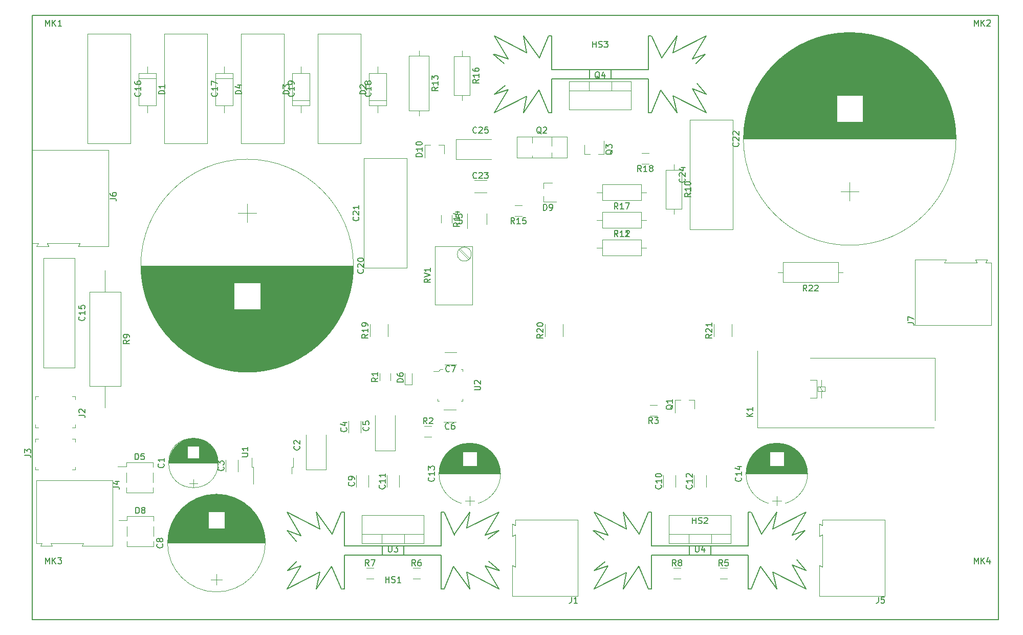
<source format=gbr>
%TF.GenerationSoftware,KiCad,Pcbnew,(5.1.2)-2*%
%TF.CreationDate,2019-08-07T11:35:21+02:00*%
%TF.ProjectId,PowerSupply-6SN7,506f7765-7253-4757-9070-6c792d36534e,rev?*%
%TF.SameCoordinates,Original*%
%TF.FileFunction,Legend,Top*%
%TF.FilePolarity,Positive*%
%FSLAX46Y46*%
G04 Gerber Fmt 4.6, Leading zero omitted, Abs format (unit mm)*
G04 Created by KiCad (PCBNEW (5.1.2)-2) date 2019-08-07 11:35:21*
%MOMM*%
%LPD*%
G04 APERTURE LIST*
%ADD10C,0.150000*%
%ADD11C,0.120000*%
%ADD12C,0.100000*%
G04 APERTURE END LIST*
D10*
X55075000Y-144925000D02*
X214925000Y-144925000D01*
X55075000Y-45075000D02*
X55075000Y-144925000D01*
X214925000Y-45075000D02*
X55075000Y-45075000D01*
X214925000Y-144925000D02*
X214925000Y-45075000D01*
D11*
X170860000Y-96146000D02*
X170860000Y-98146000D01*
X167900000Y-98146000D02*
X167900000Y-96146000D01*
X142920000Y-96146000D02*
X142920000Y-98146000D01*
X139960000Y-98146000D02*
X139960000Y-96146000D01*
X113964000Y-96146000D02*
X113964000Y-98146000D01*
X111004000Y-98146000D02*
X111004000Y-96146000D01*
X188418000Y-89186000D02*
X188418000Y-85866000D01*
X188418000Y-85866000D02*
X179298000Y-85866000D01*
X179298000Y-85866000D02*
X179298000Y-89186000D01*
X179298000Y-89186000D02*
X188418000Y-89186000D01*
X189228000Y-87526000D02*
X188418000Y-87526000D01*
X178488000Y-87526000D02*
X179298000Y-87526000D01*
X68365000Y-121960000D02*
X55765000Y-121960000D01*
X55765000Y-121960000D02*
X55765000Y-132310000D01*
X55765000Y-132310000D02*
X56715000Y-132310000D01*
X56715000Y-132310000D02*
X56465000Y-132810000D01*
X56465000Y-132810000D02*
X58365000Y-132810000D01*
X58365000Y-132810000D02*
X58415000Y-132810000D01*
X58415000Y-132810000D02*
X58165000Y-132310000D01*
X58165000Y-132310000D02*
X63565000Y-132310000D01*
X63565000Y-132310000D02*
X63265000Y-132810000D01*
X63265000Y-132810000D02*
X68365000Y-132810000D01*
X68365000Y-132810000D02*
X68365000Y-121960000D01*
X85840000Y-119050000D02*
G75*
G03X85840000Y-119050000I-4090000J0D01*
G01*
X77700000Y-119050000D02*
X85800000Y-119050000D01*
X77700000Y-119010000D02*
X85800000Y-119010000D01*
X77700000Y-118970000D02*
X85800000Y-118970000D01*
X77701000Y-118930000D02*
X85799000Y-118930000D01*
X77703000Y-118890000D02*
X85797000Y-118890000D01*
X77704000Y-118850000D02*
X85796000Y-118850000D01*
X77707000Y-118810000D02*
X85793000Y-118810000D01*
X77709000Y-118770000D02*
X85791000Y-118770000D01*
X77712000Y-118730000D02*
X85788000Y-118730000D01*
X77715000Y-118690000D02*
X85785000Y-118690000D01*
X77719000Y-118650000D02*
X85781000Y-118650000D01*
X77723000Y-118610000D02*
X85777000Y-118610000D01*
X77728000Y-118570000D02*
X85772000Y-118570000D01*
X77733000Y-118530000D02*
X85767000Y-118530000D01*
X77738000Y-118490000D02*
X85762000Y-118490000D01*
X77744000Y-118450000D02*
X85756000Y-118450000D01*
X77750000Y-118410000D02*
X85750000Y-118410000D01*
X77756000Y-118370000D02*
X85744000Y-118370000D01*
X77763000Y-118329000D02*
X85737000Y-118329000D01*
X77771000Y-118289000D02*
X85729000Y-118289000D01*
X77779000Y-118249000D02*
X80770000Y-118249000D01*
X82730000Y-118249000D02*
X85721000Y-118249000D01*
X77787000Y-118209000D02*
X80770000Y-118209000D01*
X82730000Y-118209000D02*
X85713000Y-118209000D01*
X77795000Y-118169000D02*
X80770000Y-118169000D01*
X82730000Y-118169000D02*
X85705000Y-118169000D01*
X77804000Y-118129000D02*
X80770000Y-118129000D01*
X82730000Y-118129000D02*
X85696000Y-118129000D01*
X77814000Y-118089000D02*
X80770000Y-118089000D01*
X82730000Y-118089000D02*
X85686000Y-118089000D01*
X77824000Y-118049000D02*
X80770000Y-118049000D01*
X82730000Y-118049000D02*
X85676000Y-118049000D01*
X77834000Y-118009000D02*
X80770000Y-118009000D01*
X82730000Y-118009000D02*
X85666000Y-118009000D01*
X77845000Y-117969000D02*
X80770000Y-117969000D01*
X82730000Y-117969000D02*
X85655000Y-117969000D01*
X77856000Y-117929000D02*
X80770000Y-117929000D01*
X82730000Y-117929000D02*
X85644000Y-117929000D01*
X77867000Y-117889000D02*
X80770000Y-117889000D01*
X82730000Y-117889000D02*
X85633000Y-117889000D01*
X77880000Y-117849000D02*
X80770000Y-117849000D01*
X82730000Y-117849000D02*
X85620000Y-117849000D01*
X77892000Y-117809000D02*
X80770000Y-117809000D01*
X82730000Y-117809000D02*
X85608000Y-117809000D01*
X77905000Y-117769000D02*
X80770000Y-117769000D01*
X82730000Y-117769000D02*
X85595000Y-117769000D01*
X77918000Y-117729000D02*
X80770000Y-117729000D01*
X82730000Y-117729000D02*
X85582000Y-117729000D01*
X77932000Y-117689000D02*
X80770000Y-117689000D01*
X82730000Y-117689000D02*
X85568000Y-117689000D01*
X77947000Y-117649000D02*
X80770000Y-117649000D01*
X82730000Y-117649000D02*
X85553000Y-117649000D01*
X77961000Y-117609000D02*
X80770000Y-117609000D01*
X82730000Y-117609000D02*
X85539000Y-117609000D01*
X77977000Y-117569000D02*
X80770000Y-117569000D01*
X82730000Y-117569000D02*
X85523000Y-117569000D01*
X77992000Y-117529000D02*
X80770000Y-117529000D01*
X82730000Y-117529000D02*
X85508000Y-117529000D01*
X78009000Y-117489000D02*
X80770000Y-117489000D01*
X82730000Y-117489000D02*
X85491000Y-117489000D01*
X78025000Y-117449000D02*
X80770000Y-117449000D01*
X82730000Y-117449000D02*
X85475000Y-117449000D01*
X78043000Y-117409000D02*
X80770000Y-117409000D01*
X82730000Y-117409000D02*
X85457000Y-117409000D01*
X78060000Y-117369000D02*
X80770000Y-117369000D01*
X82730000Y-117369000D02*
X85440000Y-117369000D01*
X78079000Y-117329000D02*
X80770000Y-117329000D01*
X82730000Y-117329000D02*
X85421000Y-117329000D01*
X78098000Y-117289000D02*
X80770000Y-117289000D01*
X82730000Y-117289000D02*
X85402000Y-117289000D01*
X78117000Y-117249000D02*
X80770000Y-117249000D01*
X82730000Y-117249000D02*
X85383000Y-117249000D01*
X78137000Y-117209000D02*
X80770000Y-117209000D01*
X82730000Y-117209000D02*
X85363000Y-117209000D01*
X78157000Y-117169000D02*
X80770000Y-117169000D01*
X82730000Y-117169000D02*
X85343000Y-117169000D01*
X78178000Y-117129000D02*
X80770000Y-117129000D01*
X82730000Y-117129000D02*
X85322000Y-117129000D01*
X78200000Y-117089000D02*
X80770000Y-117089000D01*
X82730000Y-117089000D02*
X85300000Y-117089000D01*
X78222000Y-117049000D02*
X80770000Y-117049000D01*
X82730000Y-117049000D02*
X85278000Y-117049000D01*
X78245000Y-117009000D02*
X80770000Y-117009000D01*
X82730000Y-117009000D02*
X85255000Y-117009000D01*
X78268000Y-116969000D02*
X80770000Y-116969000D01*
X82730000Y-116969000D02*
X85232000Y-116969000D01*
X78292000Y-116929000D02*
X80770000Y-116929000D01*
X82730000Y-116929000D02*
X85208000Y-116929000D01*
X78316000Y-116889000D02*
X80770000Y-116889000D01*
X82730000Y-116889000D02*
X85184000Y-116889000D01*
X78342000Y-116849000D02*
X80770000Y-116849000D01*
X82730000Y-116849000D02*
X85158000Y-116849000D01*
X78367000Y-116809000D02*
X80770000Y-116809000D01*
X82730000Y-116809000D02*
X85133000Y-116809000D01*
X78394000Y-116769000D02*
X80770000Y-116769000D01*
X82730000Y-116769000D02*
X85106000Y-116769000D01*
X78421000Y-116729000D02*
X80770000Y-116729000D01*
X82730000Y-116729000D02*
X85079000Y-116729000D01*
X78449000Y-116689000D02*
X80770000Y-116689000D01*
X82730000Y-116689000D02*
X85051000Y-116689000D01*
X78478000Y-116649000D02*
X80770000Y-116649000D01*
X82730000Y-116649000D02*
X85022000Y-116649000D01*
X78507000Y-116609000D02*
X80770000Y-116609000D01*
X82730000Y-116609000D02*
X84993000Y-116609000D01*
X78537000Y-116569000D02*
X80770000Y-116569000D01*
X82730000Y-116569000D02*
X84963000Y-116569000D01*
X78568000Y-116529000D02*
X80770000Y-116529000D01*
X82730000Y-116529000D02*
X84932000Y-116529000D01*
X78600000Y-116489000D02*
X80770000Y-116489000D01*
X82730000Y-116489000D02*
X84900000Y-116489000D01*
X78632000Y-116449000D02*
X80770000Y-116449000D01*
X82730000Y-116449000D02*
X84868000Y-116449000D01*
X78666000Y-116409000D02*
X80770000Y-116409000D01*
X82730000Y-116409000D02*
X84834000Y-116409000D01*
X78700000Y-116369000D02*
X80770000Y-116369000D01*
X82730000Y-116369000D02*
X84800000Y-116369000D01*
X78735000Y-116329000D02*
X80770000Y-116329000D01*
X82730000Y-116329000D02*
X84765000Y-116329000D01*
X78771000Y-116289000D02*
X84729000Y-116289000D01*
X78808000Y-116249000D02*
X84692000Y-116249000D01*
X78846000Y-116209000D02*
X84654000Y-116209000D01*
X78885000Y-116169000D02*
X84615000Y-116169000D01*
X78926000Y-116129000D02*
X84574000Y-116129000D01*
X78967000Y-116089000D02*
X84533000Y-116089000D01*
X79010000Y-116049000D02*
X84490000Y-116049000D01*
X79053000Y-116009000D02*
X84447000Y-116009000D01*
X79098000Y-115969000D02*
X84402000Y-115969000D01*
X79145000Y-115929000D02*
X84355000Y-115929000D01*
X79193000Y-115889000D02*
X84307000Y-115889000D01*
X79242000Y-115849000D02*
X84258000Y-115849000D01*
X79293000Y-115809000D02*
X84207000Y-115809000D01*
X79346000Y-115769000D02*
X84154000Y-115769000D01*
X79401000Y-115729000D02*
X84099000Y-115729000D01*
X79457000Y-115689000D02*
X84043000Y-115689000D01*
X79516000Y-115649000D02*
X83984000Y-115649000D01*
X79577000Y-115609000D02*
X83923000Y-115609000D01*
X79641000Y-115569000D02*
X83859000Y-115569000D01*
X79707000Y-115529000D02*
X83793000Y-115529000D01*
X79776000Y-115489000D02*
X83724000Y-115489000D01*
X79848000Y-115449000D02*
X83652000Y-115449000D01*
X79924000Y-115409000D02*
X83576000Y-115409000D01*
X80005000Y-115369000D02*
X83495000Y-115369000D01*
X80090000Y-115329000D02*
X83410000Y-115329000D01*
X80180000Y-115289000D02*
X83320000Y-115289000D01*
X80277000Y-115249000D02*
X83223000Y-115249000D01*
X80381000Y-115209000D02*
X83119000Y-115209000D01*
X80496000Y-115169000D02*
X83004000Y-115169000D01*
X80623000Y-115129000D02*
X82877000Y-115129000D01*
X80767000Y-115089000D02*
X82733000Y-115089000D01*
X80936000Y-115049000D02*
X82564000Y-115049000D01*
X81152000Y-115009000D02*
X82348000Y-115009000D01*
X81504000Y-114969000D02*
X81996000Y-114969000D01*
X81750000Y-123000000D02*
X81750000Y-121800000D01*
X81100000Y-122400000D02*
X82400000Y-122400000D01*
X201180000Y-96272000D02*
X213780000Y-96272000D01*
X213780000Y-96272000D02*
X213780000Y-85922000D01*
X213780000Y-85922000D02*
X212830000Y-85922000D01*
X212830000Y-85922000D02*
X213080000Y-85422000D01*
X213080000Y-85422000D02*
X211180000Y-85422000D01*
X211180000Y-85422000D02*
X211130000Y-85422000D01*
X211130000Y-85422000D02*
X211380000Y-85922000D01*
X211380000Y-85922000D02*
X205980000Y-85922000D01*
X205980000Y-85922000D02*
X206280000Y-85422000D01*
X206280000Y-85422000D02*
X201180000Y-85422000D01*
X201180000Y-85422000D02*
X201180000Y-96272000D01*
X125198000Y-65556000D02*
X130998000Y-65556000D01*
X125198000Y-68856000D02*
X130998000Y-68856000D01*
X125198000Y-65556000D02*
X125198000Y-68856000D01*
X127735000Y-84539000D02*
G75*
G03X127735000Y-84539000I-1155000J0D01*
G01*
X121690000Y-92859000D02*
X121690000Y-83209000D01*
X127910000Y-92859000D02*
X127910000Y-83209000D01*
X121690000Y-92859000D02*
X127910000Y-92859000D01*
X121690000Y-83209000D02*
X127910000Y-83209000D01*
X125846000Y-83663000D02*
X127456000Y-85274000D01*
X125705000Y-83803000D02*
X127315000Y-85415000D01*
X155906000Y-67850000D02*
X157106000Y-67850000D01*
X157106000Y-69610000D02*
X155906000Y-69610000D01*
X155826000Y-75628000D02*
X155826000Y-73008000D01*
X155826000Y-73008000D02*
X149406000Y-73008000D01*
X149406000Y-73008000D02*
X149406000Y-75628000D01*
X149406000Y-75628000D02*
X155826000Y-75628000D01*
X156716000Y-74318000D02*
X155826000Y-74318000D01*
X148516000Y-74318000D02*
X149406000Y-74318000D01*
X127510000Y-51804000D02*
X124890000Y-51804000D01*
X124890000Y-51804000D02*
X124890000Y-58224000D01*
X124890000Y-58224000D02*
X127510000Y-58224000D01*
X127510000Y-58224000D02*
X127510000Y-51804000D01*
X126200000Y-50914000D02*
X126200000Y-51804000D01*
X126200000Y-59114000D02*
X126200000Y-58224000D01*
X134918000Y-76486000D02*
X136118000Y-76486000D01*
X136118000Y-78246000D02*
X134918000Y-78246000D01*
X122780000Y-79316000D02*
X122780000Y-78116000D01*
X124540000Y-78116000D02*
X124540000Y-79316000D01*
X120748000Y-51724000D02*
X117428000Y-51724000D01*
X117428000Y-51724000D02*
X117428000Y-60844000D01*
X117428000Y-60844000D02*
X120748000Y-60844000D01*
X120748000Y-60844000D02*
X120748000Y-51724000D01*
X119088000Y-50914000D02*
X119088000Y-51724000D01*
X119088000Y-61654000D02*
X119088000Y-60844000D01*
X149406000Y-82152000D02*
X149406000Y-84772000D01*
X149406000Y-84772000D02*
X155826000Y-84772000D01*
X155826000Y-84772000D02*
X155826000Y-82152000D01*
X155826000Y-82152000D02*
X149406000Y-82152000D01*
X148516000Y-83462000D02*
X149406000Y-83462000D01*
X156716000Y-83462000D02*
X155826000Y-83462000D01*
X155826000Y-80200000D02*
X155826000Y-77580000D01*
X155826000Y-77580000D02*
X149406000Y-77580000D01*
X149406000Y-77580000D02*
X149406000Y-80200000D01*
X149406000Y-80200000D02*
X155826000Y-80200000D01*
X156716000Y-78890000D02*
X155826000Y-78890000D01*
X148516000Y-78890000D02*
X149406000Y-78890000D01*
X162562000Y-70600000D02*
X159942000Y-70600000D01*
X159942000Y-70600000D02*
X159942000Y-77020000D01*
X159942000Y-77020000D02*
X162562000Y-77020000D01*
X162562000Y-77020000D02*
X162562000Y-70600000D01*
X161252000Y-69710000D02*
X161252000Y-70600000D01*
X161252000Y-77910000D02*
X161252000Y-77020000D01*
X135288000Y-65086000D02*
X143528000Y-65086000D01*
X135288000Y-68576000D02*
X143528000Y-68576000D01*
X135288000Y-65086000D02*
X135288000Y-68576000D01*
X143528000Y-65086000D02*
X143528000Y-68576000D01*
X137808000Y-65086000D02*
X137808000Y-66156000D01*
X137808000Y-68256000D02*
X137808000Y-68576000D01*
X141009000Y-65086000D02*
X141009000Y-66666000D01*
X141009000Y-67746000D02*
X141009000Y-68576000D01*
X163915000Y-80450000D02*
X163915000Y-62330000D01*
X171035000Y-80450000D02*
X171035000Y-62330000D01*
X163915000Y-80450000D02*
X171035000Y-80450000D01*
X163915000Y-62330000D02*
X171035000Y-62330000D01*
X130248000Y-72282000D02*
X128248000Y-72282000D01*
X128248000Y-74322000D02*
X130248000Y-74322000D01*
X143940000Y-55950000D02*
X154180000Y-55950000D01*
X143940000Y-60591000D02*
X154180000Y-60591000D01*
X143940000Y-55950000D02*
X143940000Y-60591000D01*
X154180000Y-55950000D02*
X154180000Y-60591000D01*
X143940000Y-57460000D02*
X154180000Y-57460000D01*
X147210000Y-55950000D02*
X147210000Y-57460000D01*
X150911000Y-55950000D02*
X150911000Y-57460000D01*
X146464000Y-67966000D02*
X147394000Y-67966000D01*
X149624000Y-67966000D02*
X148694000Y-67966000D01*
X149624000Y-67966000D02*
X149624000Y-65806000D01*
X146464000Y-67966000D02*
X146464000Y-66506000D01*
D10*
X147282000Y-53998000D02*
X147282000Y-55522000D01*
X150838000Y-53998000D02*
X150838000Y-55522000D01*
X140551000Y-61110000D02*
X141059000Y-61110000D01*
X166586000Y-48410000D02*
X161125000Y-51204000D01*
X161125000Y-51204000D02*
X161760000Y-48410000D01*
X139027000Y-52093000D02*
X136360000Y-48410000D01*
X136360000Y-48410000D02*
X136868000Y-51204000D01*
X136868000Y-51204000D02*
X131534000Y-48410000D01*
X138900000Y-57427000D02*
X136360000Y-61110000D01*
X136360000Y-61110000D02*
X136868000Y-58443000D01*
X136868000Y-58443000D02*
X131534000Y-61110000D01*
X133820000Y-57300000D02*
X131534000Y-61110000D01*
X133820000Y-52220000D02*
X131534000Y-48410000D01*
X157061000Y-48410000D02*
X157442000Y-48410000D01*
X157061000Y-61110000D02*
X157569000Y-61110000D01*
X159093000Y-57427000D02*
X161760000Y-61110000D01*
X161760000Y-61110000D02*
X161125000Y-58316000D01*
X161125000Y-58316000D02*
X166586000Y-61110000D01*
X164300000Y-57173000D02*
X166586000Y-58062000D01*
X166586000Y-58062000D02*
X165062000Y-56284000D01*
X166586000Y-61110000D02*
X164300000Y-57173000D01*
X164300000Y-52220000D02*
X166459000Y-51458000D01*
X166459000Y-51458000D02*
X164935000Y-52982000D01*
X166586000Y-48410000D02*
X164300000Y-52220000D01*
X159220000Y-52093000D02*
X161760000Y-48410000D01*
X157569000Y-61110000D02*
X159093000Y-57427000D01*
X157569000Y-48410000D02*
X159220000Y-52093000D01*
X140551000Y-61110000D02*
X138900000Y-57300000D01*
X141059000Y-48410000D02*
X140551000Y-48410000D01*
X140551000Y-48410000D02*
X139027000Y-52093000D01*
X131534000Y-58062000D02*
X133312000Y-56665000D01*
X131407000Y-51458000D02*
X133185000Y-52982000D01*
X131534000Y-58062000D02*
X133820000Y-57300000D01*
X131534000Y-51458000D02*
X133820000Y-52220000D01*
X149060000Y-55522000D02*
X141059000Y-55522000D01*
X141059000Y-55522000D02*
X141059000Y-61110000D01*
X149060000Y-55522000D02*
X157061000Y-55522000D01*
X157061000Y-55522000D02*
X157061000Y-61110000D01*
X149060000Y-53998000D02*
X141059000Y-53998000D01*
X141059000Y-53998000D02*
X141059000Y-48410000D01*
X149060000Y-53998000D02*
X157061000Y-53998000D01*
X157061000Y-53998000D02*
X157061000Y-48410000D01*
D11*
X123208000Y-66446000D02*
X122278000Y-66446000D01*
X120048000Y-66446000D02*
X120978000Y-66446000D01*
X120048000Y-66446000D02*
X120048000Y-68606000D01*
X123208000Y-66446000D02*
X123208000Y-67906000D01*
X139648000Y-72738000D02*
X139648000Y-73668000D01*
X139648000Y-75898000D02*
X139648000Y-74968000D01*
X139648000Y-75898000D02*
X141808000Y-75898000D01*
X139648000Y-72738000D02*
X141108000Y-72738000D01*
X207925000Y-65475000D02*
G75*
G03X207925000Y-65475000I-17590000J0D01*
G01*
X172785000Y-65475000D02*
X207885000Y-65475000D01*
X172785000Y-65435000D02*
X207885000Y-65435000D01*
X172785000Y-65395000D02*
X207885000Y-65395000D01*
X172785000Y-65355000D02*
X207885000Y-65355000D01*
X172785000Y-65315000D02*
X207885000Y-65315000D01*
X172786000Y-65275000D02*
X207884000Y-65275000D01*
X172786000Y-65235000D02*
X207884000Y-65235000D01*
X172787000Y-65195000D02*
X207883000Y-65195000D01*
X172787000Y-65155000D02*
X207883000Y-65155000D01*
X172788000Y-65115000D02*
X207882000Y-65115000D01*
X172789000Y-65075000D02*
X207881000Y-65075000D01*
X172790000Y-65035000D02*
X207880000Y-65035000D01*
X172791000Y-64995000D02*
X207879000Y-64995000D01*
X172792000Y-64955000D02*
X207878000Y-64955000D01*
X172793000Y-64915000D02*
X207877000Y-64915000D01*
X172795000Y-64875000D02*
X207875000Y-64875000D01*
X172796000Y-64835000D02*
X207874000Y-64835000D01*
X172798000Y-64795000D02*
X207872000Y-64795000D01*
X172799000Y-64754000D02*
X207871000Y-64754000D01*
X172801000Y-64714000D02*
X207869000Y-64714000D01*
X172803000Y-64674000D02*
X207867000Y-64674000D01*
X172805000Y-64634000D02*
X207865000Y-64634000D01*
X172807000Y-64594000D02*
X207863000Y-64594000D01*
X172809000Y-64554000D02*
X207861000Y-64554000D01*
X172811000Y-64514000D02*
X207859000Y-64514000D01*
X172813000Y-64474000D02*
X207857000Y-64474000D01*
X172815000Y-64434000D02*
X207855000Y-64434000D01*
X172818000Y-64394000D02*
X207852000Y-64394000D01*
X172820000Y-64354000D02*
X207850000Y-64354000D01*
X172823000Y-64314000D02*
X207847000Y-64314000D01*
X172825000Y-64274000D02*
X207845000Y-64274000D01*
X172828000Y-64234000D02*
X207842000Y-64234000D01*
X172831000Y-64194000D02*
X207839000Y-64194000D01*
X172834000Y-64154000D02*
X207836000Y-64154000D01*
X172837000Y-64114000D02*
X207833000Y-64114000D01*
X172840000Y-64074000D02*
X207830000Y-64074000D01*
X172844000Y-64034000D02*
X207826000Y-64034000D01*
X172847000Y-63994000D02*
X207823000Y-63994000D01*
X172850000Y-63954000D02*
X207820000Y-63954000D01*
X172854000Y-63914000D02*
X207816000Y-63914000D01*
X172857000Y-63874000D02*
X207813000Y-63874000D01*
X172861000Y-63834000D02*
X207809000Y-63834000D01*
X172865000Y-63794000D02*
X207805000Y-63794000D01*
X172869000Y-63754000D02*
X207801000Y-63754000D01*
X172873000Y-63714000D02*
X207797000Y-63714000D01*
X172877000Y-63674000D02*
X207793000Y-63674000D01*
X172881000Y-63634000D02*
X207789000Y-63634000D01*
X172885000Y-63594000D02*
X207785000Y-63594000D01*
X172890000Y-63554000D02*
X207780000Y-63554000D01*
X172894000Y-63514000D02*
X207776000Y-63514000D01*
X172899000Y-63474000D02*
X207771000Y-63474000D01*
X172903000Y-63434000D02*
X207767000Y-63434000D01*
X172908000Y-63394000D02*
X207762000Y-63394000D01*
X172913000Y-63354000D02*
X207757000Y-63354000D01*
X172918000Y-63314000D02*
X207752000Y-63314000D01*
X172923000Y-63274000D02*
X207747000Y-63274000D01*
X172928000Y-63234000D02*
X207742000Y-63234000D01*
X172933000Y-63194000D02*
X207737000Y-63194000D01*
X172938000Y-63154000D02*
X207732000Y-63154000D01*
X172944000Y-63114000D02*
X207726000Y-63114000D01*
X172949000Y-63074000D02*
X207721000Y-63074000D01*
X172955000Y-63034000D02*
X207715000Y-63034000D01*
X172960000Y-62994000D02*
X207710000Y-62994000D01*
X172966000Y-62954000D02*
X207704000Y-62954000D01*
X172972000Y-62914000D02*
X207698000Y-62914000D01*
X172978000Y-62874000D02*
X207692000Y-62874000D01*
X172984000Y-62834000D02*
X207686000Y-62834000D01*
X172990000Y-62794000D02*
X207680000Y-62794000D01*
X172996000Y-62754000D02*
X207674000Y-62754000D01*
X173002000Y-62714000D02*
X207668000Y-62714000D01*
X173009000Y-62674000D02*
X207661000Y-62674000D01*
X173015000Y-62634000D02*
X188155000Y-62634000D01*
X192515000Y-62634000D02*
X207655000Y-62634000D01*
X173022000Y-62594000D02*
X188155000Y-62594000D01*
X192515000Y-62594000D02*
X207648000Y-62594000D01*
X173029000Y-62554000D02*
X188155000Y-62554000D01*
X192515000Y-62554000D02*
X207641000Y-62554000D01*
X173035000Y-62514000D02*
X188155000Y-62514000D01*
X192515000Y-62514000D02*
X207635000Y-62514000D01*
X173042000Y-62474000D02*
X188155000Y-62474000D01*
X192515000Y-62474000D02*
X207628000Y-62474000D01*
X173049000Y-62434000D02*
X188155000Y-62434000D01*
X192515000Y-62434000D02*
X207621000Y-62434000D01*
X173056000Y-62394000D02*
X188155000Y-62394000D01*
X192515000Y-62394000D02*
X207614000Y-62394000D01*
X173063000Y-62354000D02*
X188155000Y-62354000D01*
X192515000Y-62354000D02*
X207607000Y-62354000D01*
X173071000Y-62314000D02*
X188155000Y-62314000D01*
X192515000Y-62314000D02*
X207599000Y-62314000D01*
X173078000Y-62274000D02*
X188155000Y-62274000D01*
X192515000Y-62274000D02*
X207592000Y-62274000D01*
X173085000Y-62234000D02*
X188155000Y-62234000D01*
X192515000Y-62234000D02*
X207585000Y-62234000D01*
X173093000Y-62194000D02*
X188155000Y-62194000D01*
X192515000Y-62194000D02*
X207577000Y-62194000D01*
X173101000Y-62154000D02*
X188155000Y-62154000D01*
X192515000Y-62154000D02*
X207569000Y-62154000D01*
X173108000Y-62114000D02*
X188155000Y-62114000D01*
X192515000Y-62114000D02*
X207562000Y-62114000D01*
X173116000Y-62074000D02*
X188155000Y-62074000D01*
X192515000Y-62074000D02*
X207554000Y-62074000D01*
X173124000Y-62034000D02*
X188155000Y-62034000D01*
X192515000Y-62034000D02*
X207546000Y-62034000D01*
X173132000Y-61994000D02*
X188155000Y-61994000D01*
X192515000Y-61994000D02*
X207538000Y-61994000D01*
X173140000Y-61954000D02*
X188155000Y-61954000D01*
X192515000Y-61954000D02*
X207530000Y-61954000D01*
X173149000Y-61914000D02*
X188155000Y-61914000D01*
X192515000Y-61914000D02*
X207521000Y-61914000D01*
X173157000Y-61874000D02*
X188155000Y-61874000D01*
X192515000Y-61874000D02*
X207513000Y-61874000D01*
X173165000Y-61834000D02*
X188155000Y-61834000D01*
X192515000Y-61834000D02*
X207505000Y-61834000D01*
X173174000Y-61794000D02*
X188155000Y-61794000D01*
X192515000Y-61794000D02*
X207496000Y-61794000D01*
X173182000Y-61754000D02*
X188155000Y-61754000D01*
X192515000Y-61754000D02*
X207488000Y-61754000D01*
X173191000Y-61714000D02*
X188155000Y-61714000D01*
X192515000Y-61714000D02*
X207479000Y-61714000D01*
X173200000Y-61674000D02*
X188155000Y-61674000D01*
X192515000Y-61674000D02*
X207470000Y-61674000D01*
X173209000Y-61634000D02*
X188155000Y-61634000D01*
X192515000Y-61634000D02*
X207461000Y-61634000D01*
X173218000Y-61594000D02*
X188155000Y-61594000D01*
X192515000Y-61594000D02*
X207452000Y-61594000D01*
X173227000Y-61554000D02*
X188155000Y-61554000D01*
X192515000Y-61554000D02*
X207443000Y-61554000D01*
X173236000Y-61514000D02*
X188155000Y-61514000D01*
X192515000Y-61514000D02*
X207434000Y-61514000D01*
X173245000Y-61474000D02*
X188155000Y-61474000D01*
X192515000Y-61474000D02*
X207425000Y-61474000D01*
X173255000Y-61434000D02*
X188155000Y-61434000D01*
X192515000Y-61434000D02*
X207415000Y-61434000D01*
X173264000Y-61394000D02*
X188155000Y-61394000D01*
X192515000Y-61394000D02*
X207406000Y-61394000D01*
X173274000Y-61354000D02*
X188155000Y-61354000D01*
X192515000Y-61354000D02*
X207396000Y-61354000D01*
X173283000Y-61314000D02*
X188155000Y-61314000D01*
X192515000Y-61314000D02*
X207387000Y-61314000D01*
X173293000Y-61274000D02*
X188155000Y-61274000D01*
X192515000Y-61274000D02*
X207377000Y-61274000D01*
X173303000Y-61234000D02*
X188155000Y-61234000D01*
X192515000Y-61234000D02*
X207367000Y-61234000D01*
X173313000Y-61194000D02*
X188155000Y-61194000D01*
X192515000Y-61194000D02*
X207357000Y-61194000D01*
X173323000Y-61154000D02*
X188155000Y-61154000D01*
X192515000Y-61154000D02*
X207347000Y-61154000D01*
X173333000Y-61114000D02*
X188155000Y-61114000D01*
X192515000Y-61114000D02*
X207337000Y-61114000D01*
X173344000Y-61074000D02*
X188155000Y-61074000D01*
X192515000Y-61074000D02*
X207326000Y-61074000D01*
X173354000Y-61034000D02*
X188155000Y-61034000D01*
X192515000Y-61034000D02*
X207316000Y-61034000D01*
X173365000Y-60994000D02*
X188155000Y-60994000D01*
X192515000Y-60994000D02*
X207305000Y-60994000D01*
X173375000Y-60954000D02*
X188155000Y-60954000D01*
X192515000Y-60954000D02*
X207295000Y-60954000D01*
X173386000Y-60914000D02*
X188155000Y-60914000D01*
X192515000Y-60914000D02*
X207284000Y-60914000D01*
X173397000Y-60874000D02*
X188155000Y-60874000D01*
X192515000Y-60874000D02*
X207273000Y-60874000D01*
X173408000Y-60834000D02*
X188155000Y-60834000D01*
X192515000Y-60834000D02*
X207262000Y-60834000D01*
X173419000Y-60794000D02*
X188155000Y-60794000D01*
X192515000Y-60794000D02*
X207251000Y-60794000D01*
X173430000Y-60754000D02*
X188155000Y-60754000D01*
X192515000Y-60754000D02*
X207240000Y-60754000D01*
X173441000Y-60714000D02*
X188155000Y-60714000D01*
X192515000Y-60714000D02*
X207229000Y-60714000D01*
X173452000Y-60674000D02*
X188155000Y-60674000D01*
X192515000Y-60674000D02*
X207218000Y-60674000D01*
X173463000Y-60634000D02*
X188155000Y-60634000D01*
X192515000Y-60634000D02*
X207207000Y-60634000D01*
X173475000Y-60594000D02*
X188155000Y-60594000D01*
X192515000Y-60594000D02*
X207195000Y-60594000D01*
X173487000Y-60554000D02*
X188155000Y-60554000D01*
X192515000Y-60554000D02*
X207183000Y-60554000D01*
X173498000Y-60514000D02*
X188155000Y-60514000D01*
X192515000Y-60514000D02*
X207172000Y-60514000D01*
X173510000Y-60474000D02*
X188155000Y-60474000D01*
X192515000Y-60474000D02*
X207160000Y-60474000D01*
X173522000Y-60434000D02*
X188155000Y-60434000D01*
X192515000Y-60434000D02*
X207148000Y-60434000D01*
X173534000Y-60394000D02*
X188155000Y-60394000D01*
X192515000Y-60394000D02*
X207136000Y-60394000D01*
X173546000Y-60354000D02*
X188155000Y-60354000D01*
X192515000Y-60354000D02*
X207124000Y-60354000D01*
X173558000Y-60314000D02*
X188155000Y-60314000D01*
X192515000Y-60314000D02*
X207112000Y-60314000D01*
X173571000Y-60274000D02*
X188155000Y-60274000D01*
X192515000Y-60274000D02*
X207099000Y-60274000D01*
X173583000Y-60234000D02*
X188155000Y-60234000D01*
X192515000Y-60234000D02*
X207087000Y-60234000D01*
X173596000Y-60194000D02*
X188155000Y-60194000D01*
X192515000Y-60194000D02*
X207074000Y-60194000D01*
X173608000Y-60154000D02*
X188155000Y-60154000D01*
X192515000Y-60154000D02*
X207062000Y-60154000D01*
X173621000Y-60114000D02*
X188155000Y-60114000D01*
X192515000Y-60114000D02*
X207049000Y-60114000D01*
X173634000Y-60074000D02*
X188155000Y-60074000D01*
X192515000Y-60074000D02*
X207036000Y-60074000D01*
X173647000Y-60034000D02*
X188155000Y-60034000D01*
X192515000Y-60034000D02*
X207023000Y-60034000D01*
X173660000Y-59994000D02*
X188155000Y-59994000D01*
X192515000Y-59994000D02*
X207010000Y-59994000D01*
X173673000Y-59954000D02*
X188155000Y-59954000D01*
X192515000Y-59954000D02*
X206997000Y-59954000D01*
X173686000Y-59914000D02*
X188155000Y-59914000D01*
X192515000Y-59914000D02*
X206984000Y-59914000D01*
X173700000Y-59874000D02*
X188155000Y-59874000D01*
X192515000Y-59874000D02*
X206970000Y-59874000D01*
X173713000Y-59834000D02*
X188155000Y-59834000D01*
X192515000Y-59834000D02*
X206957000Y-59834000D01*
X173727000Y-59794000D02*
X188155000Y-59794000D01*
X192515000Y-59794000D02*
X206943000Y-59794000D01*
X173741000Y-59754000D02*
X188155000Y-59754000D01*
X192515000Y-59754000D02*
X206929000Y-59754000D01*
X173754000Y-59714000D02*
X188155000Y-59714000D01*
X192515000Y-59714000D02*
X206916000Y-59714000D01*
X173768000Y-59674000D02*
X188155000Y-59674000D01*
X192515000Y-59674000D02*
X206902000Y-59674000D01*
X173782000Y-59634000D02*
X188155000Y-59634000D01*
X192515000Y-59634000D02*
X206888000Y-59634000D01*
X173796000Y-59594000D02*
X188155000Y-59594000D01*
X192515000Y-59594000D02*
X206874000Y-59594000D01*
X173811000Y-59554000D02*
X188155000Y-59554000D01*
X192515000Y-59554000D02*
X206859000Y-59554000D01*
X173825000Y-59514000D02*
X188155000Y-59514000D01*
X192515000Y-59514000D02*
X206845000Y-59514000D01*
X173839000Y-59474000D02*
X188155000Y-59474000D01*
X192515000Y-59474000D02*
X206831000Y-59474000D01*
X173854000Y-59434000D02*
X188155000Y-59434000D01*
X192515000Y-59434000D02*
X206816000Y-59434000D01*
X173869000Y-59394000D02*
X188155000Y-59394000D01*
X192515000Y-59394000D02*
X206801000Y-59394000D01*
X173883000Y-59354000D02*
X188155000Y-59354000D01*
X192515000Y-59354000D02*
X206787000Y-59354000D01*
X173898000Y-59314000D02*
X188155000Y-59314000D01*
X192515000Y-59314000D02*
X206772000Y-59314000D01*
X173913000Y-59274000D02*
X188155000Y-59274000D01*
X192515000Y-59274000D02*
X206757000Y-59274000D01*
X173929000Y-59234000D02*
X188155000Y-59234000D01*
X192515000Y-59234000D02*
X206741000Y-59234000D01*
X173944000Y-59194000D02*
X188155000Y-59194000D01*
X192515000Y-59194000D02*
X206726000Y-59194000D01*
X173959000Y-59154000D02*
X188155000Y-59154000D01*
X192515000Y-59154000D02*
X206711000Y-59154000D01*
X173975000Y-59114000D02*
X188155000Y-59114000D01*
X192515000Y-59114000D02*
X206695000Y-59114000D01*
X173990000Y-59074000D02*
X188155000Y-59074000D01*
X192515000Y-59074000D02*
X206680000Y-59074000D01*
X174006000Y-59034000D02*
X188155000Y-59034000D01*
X192515000Y-59034000D02*
X206664000Y-59034000D01*
X174022000Y-58994000D02*
X188155000Y-58994000D01*
X192515000Y-58994000D02*
X206648000Y-58994000D01*
X174037000Y-58954000D02*
X188155000Y-58954000D01*
X192515000Y-58954000D02*
X206633000Y-58954000D01*
X174054000Y-58914000D02*
X188155000Y-58914000D01*
X192515000Y-58914000D02*
X206616000Y-58914000D01*
X174070000Y-58874000D02*
X188155000Y-58874000D01*
X192515000Y-58874000D02*
X206600000Y-58874000D01*
X174086000Y-58834000D02*
X188155000Y-58834000D01*
X192515000Y-58834000D02*
X206584000Y-58834000D01*
X174102000Y-58794000D02*
X188155000Y-58794000D01*
X192515000Y-58794000D02*
X206568000Y-58794000D01*
X174119000Y-58754000D02*
X188155000Y-58754000D01*
X192515000Y-58754000D02*
X206551000Y-58754000D01*
X174135000Y-58714000D02*
X188155000Y-58714000D01*
X192515000Y-58714000D02*
X206535000Y-58714000D01*
X174152000Y-58674000D02*
X188155000Y-58674000D01*
X192515000Y-58674000D02*
X206518000Y-58674000D01*
X174169000Y-58634000D02*
X188155000Y-58634000D01*
X192515000Y-58634000D02*
X206501000Y-58634000D01*
X174186000Y-58594000D02*
X188155000Y-58594000D01*
X192515000Y-58594000D02*
X206484000Y-58594000D01*
X174203000Y-58554000D02*
X188155000Y-58554000D01*
X192515000Y-58554000D02*
X206467000Y-58554000D01*
X174220000Y-58514000D02*
X188155000Y-58514000D01*
X192515000Y-58514000D02*
X206450000Y-58514000D01*
X174237000Y-58474000D02*
X188155000Y-58474000D01*
X192515000Y-58474000D02*
X206433000Y-58474000D01*
X174255000Y-58434000D02*
X188155000Y-58434000D01*
X192515000Y-58434000D02*
X206415000Y-58434000D01*
X174272000Y-58394000D02*
X188155000Y-58394000D01*
X192515000Y-58394000D02*
X206398000Y-58394000D01*
X174290000Y-58354000D02*
X188155000Y-58354000D01*
X192515000Y-58354000D02*
X206380000Y-58354000D01*
X174308000Y-58314000D02*
X188155000Y-58314000D01*
X192515000Y-58314000D02*
X206362000Y-58314000D01*
X174326000Y-58274000D02*
X206344000Y-58274000D01*
X174344000Y-58234000D02*
X206326000Y-58234000D01*
X174362000Y-58194000D02*
X206308000Y-58194000D01*
X174380000Y-58154000D02*
X206290000Y-58154000D01*
X174398000Y-58114000D02*
X206272000Y-58114000D01*
X174417000Y-58074000D02*
X206253000Y-58074000D01*
X174435000Y-58034000D02*
X206235000Y-58034000D01*
X174454000Y-57994000D02*
X206216000Y-57994000D01*
X174473000Y-57954000D02*
X206197000Y-57954000D01*
X174492000Y-57914000D02*
X206178000Y-57914000D01*
X174511000Y-57874000D02*
X206159000Y-57874000D01*
X174530000Y-57834000D02*
X206140000Y-57834000D01*
X174550000Y-57794000D02*
X206120000Y-57794000D01*
X174569000Y-57754000D02*
X206101000Y-57754000D01*
X174589000Y-57714000D02*
X206081000Y-57714000D01*
X174608000Y-57674000D02*
X206062000Y-57674000D01*
X174628000Y-57634000D02*
X206042000Y-57634000D01*
X174648000Y-57594000D02*
X206022000Y-57594000D01*
X174668000Y-57554000D02*
X206002000Y-57554000D01*
X174689000Y-57514000D02*
X205981000Y-57514000D01*
X174709000Y-57474000D02*
X205961000Y-57474000D01*
X174729000Y-57434000D02*
X205941000Y-57434000D01*
X174750000Y-57394000D02*
X205920000Y-57394000D01*
X174771000Y-57354000D02*
X205899000Y-57354000D01*
X174792000Y-57314000D02*
X205878000Y-57314000D01*
X174813000Y-57275000D02*
X205857000Y-57275000D01*
X174834000Y-57235000D02*
X205836000Y-57235000D01*
X174855000Y-57195000D02*
X205815000Y-57195000D01*
X174877000Y-57155000D02*
X205793000Y-57155000D01*
X174898000Y-57115000D02*
X205772000Y-57115000D01*
X174920000Y-57075000D02*
X205750000Y-57075000D01*
X174942000Y-57035000D02*
X205728000Y-57035000D01*
X174964000Y-56995000D02*
X205706000Y-56995000D01*
X174986000Y-56955000D02*
X205684000Y-56955000D01*
X175008000Y-56915000D02*
X205662000Y-56915000D01*
X175030000Y-56875000D02*
X205640000Y-56875000D01*
X175053000Y-56835000D02*
X205617000Y-56835000D01*
X175075000Y-56795000D02*
X205595000Y-56795000D01*
X175098000Y-56755000D02*
X205572000Y-56755000D01*
X175121000Y-56715000D02*
X205549000Y-56715000D01*
X175144000Y-56675000D02*
X205526000Y-56675000D01*
X175167000Y-56635000D02*
X205503000Y-56635000D01*
X175191000Y-56595000D02*
X205479000Y-56595000D01*
X175214000Y-56555000D02*
X205456000Y-56555000D01*
X175238000Y-56515000D02*
X205432000Y-56515000D01*
X175261000Y-56475000D02*
X205409000Y-56475000D01*
X175285000Y-56435000D02*
X205385000Y-56435000D01*
X175309000Y-56395000D02*
X205361000Y-56395000D01*
X175333000Y-56355000D02*
X205337000Y-56355000D01*
X175358000Y-56315000D02*
X205312000Y-56315000D01*
X175382000Y-56275000D02*
X205288000Y-56275000D01*
X175407000Y-56235000D02*
X205263000Y-56235000D01*
X175432000Y-56195000D02*
X205238000Y-56195000D01*
X175457000Y-56155000D02*
X205213000Y-56155000D01*
X175482000Y-56115000D02*
X205188000Y-56115000D01*
X175507000Y-56075000D02*
X205163000Y-56075000D01*
X175532000Y-56035000D02*
X205138000Y-56035000D01*
X175558000Y-55995000D02*
X205112000Y-55995000D01*
X175583000Y-55955000D02*
X205087000Y-55955000D01*
X175609000Y-55915000D02*
X205061000Y-55915000D01*
X175635000Y-55875000D02*
X205035000Y-55875000D01*
X175661000Y-55835000D02*
X205009000Y-55835000D01*
X175688000Y-55795000D02*
X204982000Y-55795000D01*
X175714000Y-55755000D02*
X204956000Y-55755000D01*
X175741000Y-55715000D02*
X204929000Y-55715000D01*
X175767000Y-55675000D02*
X204903000Y-55675000D01*
X175794000Y-55635000D02*
X204876000Y-55635000D01*
X175821000Y-55595000D02*
X204849000Y-55595000D01*
X175849000Y-55555000D02*
X204821000Y-55555000D01*
X175876000Y-55515000D02*
X204794000Y-55515000D01*
X175904000Y-55475000D02*
X204766000Y-55475000D01*
X175931000Y-55435000D02*
X204739000Y-55435000D01*
X175959000Y-55395000D02*
X204711000Y-55395000D01*
X175987000Y-55355000D02*
X204683000Y-55355000D01*
X176015000Y-55315000D02*
X204655000Y-55315000D01*
X176044000Y-55275000D02*
X204626000Y-55275000D01*
X176072000Y-55235000D02*
X204598000Y-55235000D01*
X176101000Y-55195000D02*
X204569000Y-55195000D01*
X176130000Y-55155000D02*
X204540000Y-55155000D01*
X176159000Y-55115000D02*
X204511000Y-55115000D01*
X176188000Y-55075000D02*
X204482000Y-55075000D01*
X176218000Y-55035000D02*
X204452000Y-55035000D01*
X176247000Y-54995000D02*
X204423000Y-54995000D01*
X176277000Y-54955000D02*
X204393000Y-54955000D01*
X176307000Y-54915000D02*
X204363000Y-54915000D01*
X176337000Y-54875000D02*
X204333000Y-54875000D01*
X176367000Y-54835000D02*
X204303000Y-54835000D01*
X176398000Y-54795000D02*
X204272000Y-54795000D01*
X176429000Y-54755000D02*
X204241000Y-54755000D01*
X176459000Y-54715000D02*
X204211000Y-54715000D01*
X176490000Y-54675000D02*
X204180000Y-54675000D01*
X176522000Y-54635000D02*
X204148000Y-54635000D01*
X176553000Y-54595000D02*
X204117000Y-54595000D01*
X176585000Y-54555000D02*
X204085000Y-54555000D01*
X176616000Y-54515000D02*
X204054000Y-54515000D01*
X176648000Y-54475000D02*
X204022000Y-54475000D01*
X176680000Y-54435000D02*
X203990000Y-54435000D01*
X176713000Y-54395000D02*
X203957000Y-54395000D01*
X176745000Y-54355000D02*
X203925000Y-54355000D01*
X176778000Y-54315000D02*
X203892000Y-54315000D01*
X176811000Y-54275000D02*
X203859000Y-54275000D01*
X176844000Y-54235000D02*
X203826000Y-54235000D01*
X176877000Y-54195000D02*
X203793000Y-54195000D01*
X176911000Y-54155000D02*
X203759000Y-54155000D01*
X176945000Y-54115000D02*
X203725000Y-54115000D01*
X176979000Y-54075000D02*
X203691000Y-54075000D01*
X177013000Y-54035000D02*
X203657000Y-54035000D01*
X177047000Y-53995000D02*
X203623000Y-53995000D01*
X177082000Y-53955000D02*
X203588000Y-53955000D01*
X177117000Y-53915000D02*
X203553000Y-53915000D01*
X177151000Y-53875000D02*
X203519000Y-53875000D01*
X177187000Y-53835000D02*
X203483000Y-53835000D01*
X177222000Y-53795000D02*
X203448000Y-53795000D01*
X177258000Y-53755000D02*
X203412000Y-53755000D01*
X177294000Y-53715000D02*
X203376000Y-53715000D01*
X177330000Y-53675000D02*
X203340000Y-53675000D01*
X177366000Y-53635000D02*
X203304000Y-53635000D01*
X177402000Y-53595000D02*
X203268000Y-53595000D01*
X177439000Y-53555000D02*
X203231000Y-53555000D01*
X177476000Y-53515000D02*
X203194000Y-53515000D01*
X177513000Y-53475000D02*
X203157000Y-53475000D01*
X177551000Y-53435000D02*
X203119000Y-53435000D01*
X177589000Y-53395000D02*
X203081000Y-53395000D01*
X177626000Y-53355000D02*
X203044000Y-53355000D01*
X177665000Y-53315000D02*
X203005000Y-53315000D01*
X177703000Y-53275000D02*
X202967000Y-53275000D01*
X177742000Y-53235000D02*
X202928000Y-53235000D01*
X177780000Y-53195000D02*
X202890000Y-53195000D01*
X177820000Y-53155000D02*
X202850000Y-53155000D01*
X177859000Y-53115000D02*
X202811000Y-53115000D01*
X177899000Y-53075000D02*
X202771000Y-53075000D01*
X177938000Y-53035000D02*
X202732000Y-53035000D01*
X177979000Y-52995000D02*
X202691000Y-52995000D01*
X178019000Y-52955000D02*
X202651000Y-52955000D01*
X178060000Y-52915000D02*
X202610000Y-52915000D01*
X178101000Y-52875000D02*
X202569000Y-52875000D01*
X178142000Y-52835000D02*
X202528000Y-52835000D01*
X178183000Y-52795000D02*
X202487000Y-52795000D01*
X178225000Y-52755000D02*
X202445000Y-52755000D01*
X178267000Y-52715000D02*
X202403000Y-52715000D01*
X178309000Y-52675000D02*
X202361000Y-52675000D01*
X178352000Y-52635000D02*
X202318000Y-52635000D01*
X178395000Y-52595000D02*
X202275000Y-52595000D01*
X178438000Y-52555000D02*
X202232000Y-52555000D01*
X178481000Y-52515000D02*
X202189000Y-52515000D01*
X178525000Y-52475000D02*
X202145000Y-52475000D01*
X178569000Y-52435000D02*
X202101000Y-52435000D01*
X178613000Y-52395000D02*
X202057000Y-52395000D01*
X178658000Y-52355000D02*
X202012000Y-52355000D01*
X178703000Y-52315000D02*
X201967000Y-52315000D01*
X178748000Y-52275000D02*
X201922000Y-52275000D01*
X178794000Y-52235000D02*
X201876000Y-52235000D01*
X178840000Y-52195000D02*
X201830000Y-52195000D01*
X178886000Y-52155000D02*
X201784000Y-52155000D01*
X178933000Y-52115000D02*
X201737000Y-52115000D01*
X178979000Y-52075000D02*
X201691000Y-52075000D01*
X179027000Y-52035000D02*
X201643000Y-52035000D01*
X179074000Y-51995000D02*
X201596000Y-51995000D01*
X179122000Y-51955000D02*
X201548000Y-51955000D01*
X179170000Y-51915000D02*
X201500000Y-51915000D01*
X179219000Y-51875000D02*
X201451000Y-51875000D01*
X179268000Y-51835000D02*
X201402000Y-51835000D01*
X179317000Y-51795000D02*
X201353000Y-51795000D01*
X179367000Y-51755000D02*
X201303000Y-51755000D01*
X179417000Y-51715000D02*
X201253000Y-51715000D01*
X179467000Y-51675000D02*
X201203000Y-51675000D01*
X179518000Y-51635000D02*
X201152000Y-51635000D01*
X179569000Y-51595000D02*
X201101000Y-51595000D01*
X179621000Y-51555000D02*
X201049000Y-51555000D01*
X179673000Y-51515000D02*
X200997000Y-51515000D01*
X179725000Y-51475000D02*
X200945000Y-51475000D01*
X179778000Y-51435000D02*
X200892000Y-51435000D01*
X179831000Y-51395000D02*
X200839000Y-51395000D01*
X179885000Y-51355000D02*
X200785000Y-51355000D01*
X179939000Y-51315000D02*
X200731000Y-51315000D01*
X179993000Y-51275000D02*
X200677000Y-51275000D01*
X180048000Y-51235000D02*
X200622000Y-51235000D01*
X180104000Y-51195000D02*
X200566000Y-51195000D01*
X180160000Y-51155000D02*
X200510000Y-51155000D01*
X180216000Y-51115000D02*
X200454000Y-51115000D01*
X180273000Y-51075000D02*
X200397000Y-51075000D01*
X180330000Y-51035000D02*
X200340000Y-51035000D01*
X180388000Y-50995000D02*
X200282000Y-50995000D01*
X180446000Y-50955000D02*
X200224000Y-50955000D01*
X180505000Y-50915000D02*
X200165000Y-50915000D01*
X180564000Y-50875000D02*
X200106000Y-50875000D01*
X180624000Y-50835000D02*
X200046000Y-50835000D01*
X180684000Y-50795000D02*
X199986000Y-50795000D01*
X180745000Y-50755000D02*
X199925000Y-50755000D01*
X180806000Y-50715000D02*
X199864000Y-50715000D01*
X180868000Y-50675000D02*
X199802000Y-50675000D01*
X180931000Y-50635000D02*
X199739000Y-50635000D01*
X180994000Y-50595000D02*
X199676000Y-50595000D01*
X181058000Y-50555000D02*
X199612000Y-50555000D01*
X181122000Y-50515000D02*
X199548000Y-50515000D01*
X181187000Y-50475000D02*
X199483000Y-50475000D01*
X181253000Y-50435000D02*
X199417000Y-50435000D01*
X181319000Y-50395000D02*
X199351000Y-50395000D01*
X181386000Y-50355000D02*
X199284000Y-50355000D01*
X181454000Y-50315000D02*
X199216000Y-50315000D01*
X181522000Y-50275000D02*
X199148000Y-50275000D01*
X181591000Y-50235000D02*
X199079000Y-50235000D01*
X181661000Y-50195000D02*
X199009000Y-50195000D01*
X181731000Y-50155000D02*
X198939000Y-50155000D01*
X181803000Y-50115000D02*
X198867000Y-50115000D01*
X181875000Y-50075000D02*
X198795000Y-50075000D01*
X181947000Y-50035000D02*
X198723000Y-50035000D01*
X182021000Y-49995000D02*
X198649000Y-49995000D01*
X182096000Y-49955000D02*
X198574000Y-49955000D01*
X182171000Y-49915000D02*
X198499000Y-49915000D01*
X182248000Y-49875000D02*
X198422000Y-49875000D01*
X182325000Y-49835000D02*
X198345000Y-49835000D01*
X182403000Y-49795000D02*
X198267000Y-49795000D01*
X182482000Y-49755000D02*
X198188000Y-49755000D01*
X182562000Y-49715000D02*
X198108000Y-49715000D01*
X182644000Y-49675000D02*
X198026000Y-49675000D01*
X182726000Y-49635000D02*
X197944000Y-49635000D01*
X182809000Y-49595000D02*
X197861000Y-49595000D01*
X182894000Y-49555000D02*
X197776000Y-49555000D01*
X182979000Y-49515000D02*
X197691000Y-49515000D01*
X183066000Y-49475000D02*
X197604000Y-49475000D01*
X183155000Y-49435000D02*
X197515000Y-49435000D01*
X183244000Y-49395000D02*
X197426000Y-49395000D01*
X183335000Y-49355000D02*
X197335000Y-49355000D01*
X183427000Y-49315000D02*
X197243000Y-49315000D01*
X183521000Y-49275000D02*
X197149000Y-49275000D01*
X183617000Y-49235000D02*
X197053000Y-49235000D01*
X183713000Y-49195000D02*
X196957000Y-49195000D01*
X183812000Y-49155000D02*
X196858000Y-49155000D01*
X183912000Y-49115000D02*
X196758000Y-49115000D01*
X184015000Y-49075000D02*
X196655000Y-49075000D01*
X184119000Y-49035000D02*
X196551000Y-49035000D01*
X184225000Y-48995000D02*
X196445000Y-48995000D01*
X184333000Y-48955000D02*
X196337000Y-48955000D01*
X184444000Y-48915000D02*
X196226000Y-48915000D01*
X184557000Y-48875000D02*
X196113000Y-48875000D01*
X184672000Y-48835000D02*
X195998000Y-48835000D01*
X184790000Y-48795000D02*
X195880000Y-48795000D01*
X184911000Y-48755000D02*
X195759000Y-48755000D01*
X185035000Y-48715000D02*
X195635000Y-48715000D01*
X185162000Y-48675000D02*
X195508000Y-48675000D01*
X185293000Y-48635000D02*
X195377000Y-48635000D01*
X185427000Y-48595000D02*
X195243000Y-48595000D01*
X185566000Y-48555000D02*
X195104000Y-48555000D01*
X185709000Y-48515000D02*
X194961000Y-48515000D01*
X185857000Y-48475000D02*
X194813000Y-48475000D01*
X186010000Y-48435000D02*
X194660000Y-48435000D01*
X186170000Y-48395000D02*
X194500000Y-48395000D01*
X186335000Y-48355000D02*
X194335000Y-48355000D01*
X186509000Y-48315000D02*
X194161000Y-48315000D01*
X186691000Y-48275000D02*
X193979000Y-48275000D01*
X186883000Y-48235000D02*
X193787000Y-48235000D01*
X187087000Y-48195000D02*
X193583000Y-48195000D01*
X187304000Y-48155000D02*
X193366000Y-48155000D01*
X187539000Y-48115000D02*
X193131000Y-48115000D01*
X187796000Y-48075000D02*
X192874000Y-48075000D01*
X188082000Y-48035000D02*
X192588000Y-48035000D01*
X188410000Y-47995000D02*
X192260000Y-47995000D01*
X188807000Y-47955000D02*
X191863000Y-47955000D01*
X189348000Y-47915000D02*
X191322000Y-47915000D01*
X190335000Y-75675000D02*
X190335000Y-72675000D01*
X188835000Y-74175000D02*
X191835000Y-74175000D01*
X109940000Y-86800000D02*
X109940000Y-68680000D01*
X117060000Y-86800000D02*
X117060000Y-68680000D01*
X109940000Y-86800000D02*
X117060000Y-86800000D01*
X109940000Y-68680000D02*
X117060000Y-68680000D01*
X108230000Y-86430000D02*
G75*
G03X108230000Y-86430000I-17590000J0D01*
G01*
X108190000Y-86430000D02*
X73090000Y-86430000D01*
X108190000Y-86470000D02*
X73090000Y-86470000D01*
X108190000Y-86510000D02*
X73090000Y-86510000D01*
X108190000Y-86550000D02*
X73090000Y-86550000D01*
X108190000Y-86590000D02*
X73090000Y-86590000D01*
X108189000Y-86630000D02*
X73091000Y-86630000D01*
X108189000Y-86670000D02*
X73091000Y-86670000D01*
X108188000Y-86710000D02*
X73092000Y-86710000D01*
X108188000Y-86750000D02*
X73092000Y-86750000D01*
X108187000Y-86790000D02*
X73093000Y-86790000D01*
X108186000Y-86830000D02*
X73094000Y-86830000D01*
X108185000Y-86870000D02*
X73095000Y-86870000D01*
X108184000Y-86910000D02*
X73096000Y-86910000D01*
X108183000Y-86950000D02*
X73097000Y-86950000D01*
X108182000Y-86990000D02*
X73098000Y-86990000D01*
X108180000Y-87030000D02*
X73100000Y-87030000D01*
X108179000Y-87070000D02*
X73101000Y-87070000D01*
X108177000Y-87110000D02*
X73103000Y-87110000D01*
X108176000Y-87151000D02*
X73104000Y-87151000D01*
X108174000Y-87191000D02*
X73106000Y-87191000D01*
X108172000Y-87231000D02*
X73108000Y-87231000D01*
X108170000Y-87271000D02*
X73110000Y-87271000D01*
X108168000Y-87311000D02*
X73112000Y-87311000D01*
X108166000Y-87351000D02*
X73114000Y-87351000D01*
X108164000Y-87391000D02*
X73116000Y-87391000D01*
X108162000Y-87431000D02*
X73118000Y-87431000D01*
X108160000Y-87471000D02*
X73120000Y-87471000D01*
X108157000Y-87511000D02*
X73123000Y-87511000D01*
X108155000Y-87551000D02*
X73125000Y-87551000D01*
X108152000Y-87591000D02*
X73128000Y-87591000D01*
X108150000Y-87631000D02*
X73130000Y-87631000D01*
X108147000Y-87671000D02*
X73133000Y-87671000D01*
X108144000Y-87711000D02*
X73136000Y-87711000D01*
X108141000Y-87751000D02*
X73139000Y-87751000D01*
X108138000Y-87791000D02*
X73142000Y-87791000D01*
X108135000Y-87831000D02*
X73145000Y-87831000D01*
X108131000Y-87871000D02*
X73149000Y-87871000D01*
X108128000Y-87911000D02*
X73152000Y-87911000D01*
X108125000Y-87951000D02*
X73155000Y-87951000D01*
X108121000Y-87991000D02*
X73159000Y-87991000D01*
X108118000Y-88031000D02*
X73162000Y-88031000D01*
X108114000Y-88071000D02*
X73166000Y-88071000D01*
X108110000Y-88111000D02*
X73170000Y-88111000D01*
X108106000Y-88151000D02*
X73174000Y-88151000D01*
X108102000Y-88191000D02*
X73178000Y-88191000D01*
X108098000Y-88231000D02*
X73182000Y-88231000D01*
X108094000Y-88271000D02*
X73186000Y-88271000D01*
X108090000Y-88311000D02*
X73190000Y-88311000D01*
X108085000Y-88351000D02*
X73195000Y-88351000D01*
X108081000Y-88391000D02*
X73199000Y-88391000D01*
X108076000Y-88431000D02*
X73204000Y-88431000D01*
X108072000Y-88471000D02*
X73208000Y-88471000D01*
X108067000Y-88511000D02*
X73213000Y-88511000D01*
X108062000Y-88551000D02*
X73218000Y-88551000D01*
X108057000Y-88591000D02*
X73223000Y-88591000D01*
X108052000Y-88631000D02*
X73228000Y-88631000D01*
X108047000Y-88671000D02*
X73233000Y-88671000D01*
X108042000Y-88711000D02*
X73238000Y-88711000D01*
X108037000Y-88751000D02*
X73243000Y-88751000D01*
X108031000Y-88791000D02*
X73249000Y-88791000D01*
X108026000Y-88831000D02*
X73254000Y-88831000D01*
X108020000Y-88871000D02*
X73260000Y-88871000D01*
X108015000Y-88911000D02*
X73265000Y-88911000D01*
X108009000Y-88951000D02*
X73271000Y-88951000D01*
X108003000Y-88991000D02*
X73277000Y-88991000D01*
X107997000Y-89031000D02*
X73283000Y-89031000D01*
X107991000Y-89071000D02*
X73289000Y-89071000D01*
X107985000Y-89111000D02*
X73295000Y-89111000D01*
X107979000Y-89151000D02*
X73301000Y-89151000D01*
X107973000Y-89191000D02*
X73307000Y-89191000D01*
X107966000Y-89231000D02*
X73314000Y-89231000D01*
X107960000Y-89271000D02*
X92820000Y-89271000D01*
X88460000Y-89271000D02*
X73320000Y-89271000D01*
X107953000Y-89311000D02*
X92820000Y-89311000D01*
X88460000Y-89311000D02*
X73327000Y-89311000D01*
X107946000Y-89351000D02*
X92820000Y-89351000D01*
X88460000Y-89351000D02*
X73334000Y-89351000D01*
X107940000Y-89391000D02*
X92820000Y-89391000D01*
X88460000Y-89391000D02*
X73340000Y-89391000D01*
X107933000Y-89431000D02*
X92820000Y-89431000D01*
X88460000Y-89431000D02*
X73347000Y-89431000D01*
X107926000Y-89471000D02*
X92820000Y-89471000D01*
X88460000Y-89471000D02*
X73354000Y-89471000D01*
X107919000Y-89511000D02*
X92820000Y-89511000D01*
X88460000Y-89511000D02*
X73361000Y-89511000D01*
X107912000Y-89551000D02*
X92820000Y-89551000D01*
X88460000Y-89551000D02*
X73368000Y-89551000D01*
X107904000Y-89591000D02*
X92820000Y-89591000D01*
X88460000Y-89591000D02*
X73376000Y-89591000D01*
X107897000Y-89631000D02*
X92820000Y-89631000D01*
X88460000Y-89631000D02*
X73383000Y-89631000D01*
X107890000Y-89671000D02*
X92820000Y-89671000D01*
X88460000Y-89671000D02*
X73390000Y-89671000D01*
X107882000Y-89711000D02*
X92820000Y-89711000D01*
X88460000Y-89711000D02*
X73398000Y-89711000D01*
X107874000Y-89751000D02*
X92820000Y-89751000D01*
X88460000Y-89751000D02*
X73406000Y-89751000D01*
X107867000Y-89791000D02*
X92820000Y-89791000D01*
X88460000Y-89791000D02*
X73413000Y-89791000D01*
X107859000Y-89831000D02*
X92820000Y-89831000D01*
X88460000Y-89831000D02*
X73421000Y-89831000D01*
X107851000Y-89871000D02*
X92820000Y-89871000D01*
X88460000Y-89871000D02*
X73429000Y-89871000D01*
X107843000Y-89911000D02*
X92820000Y-89911000D01*
X88460000Y-89911000D02*
X73437000Y-89911000D01*
X107835000Y-89951000D02*
X92820000Y-89951000D01*
X88460000Y-89951000D02*
X73445000Y-89951000D01*
X107826000Y-89991000D02*
X92820000Y-89991000D01*
X88460000Y-89991000D02*
X73454000Y-89991000D01*
X107818000Y-90031000D02*
X92820000Y-90031000D01*
X88460000Y-90031000D02*
X73462000Y-90031000D01*
X107810000Y-90071000D02*
X92820000Y-90071000D01*
X88460000Y-90071000D02*
X73470000Y-90071000D01*
X107801000Y-90111000D02*
X92820000Y-90111000D01*
X88460000Y-90111000D02*
X73479000Y-90111000D01*
X107793000Y-90151000D02*
X92820000Y-90151000D01*
X88460000Y-90151000D02*
X73487000Y-90151000D01*
X107784000Y-90191000D02*
X92820000Y-90191000D01*
X88460000Y-90191000D02*
X73496000Y-90191000D01*
X107775000Y-90231000D02*
X92820000Y-90231000D01*
X88460000Y-90231000D02*
X73505000Y-90231000D01*
X107766000Y-90271000D02*
X92820000Y-90271000D01*
X88460000Y-90271000D02*
X73514000Y-90271000D01*
X107757000Y-90311000D02*
X92820000Y-90311000D01*
X88460000Y-90311000D02*
X73523000Y-90311000D01*
X107748000Y-90351000D02*
X92820000Y-90351000D01*
X88460000Y-90351000D02*
X73532000Y-90351000D01*
X107739000Y-90391000D02*
X92820000Y-90391000D01*
X88460000Y-90391000D02*
X73541000Y-90391000D01*
X107730000Y-90431000D02*
X92820000Y-90431000D01*
X88460000Y-90431000D02*
X73550000Y-90431000D01*
X107720000Y-90471000D02*
X92820000Y-90471000D01*
X88460000Y-90471000D02*
X73560000Y-90471000D01*
X107711000Y-90511000D02*
X92820000Y-90511000D01*
X88460000Y-90511000D02*
X73569000Y-90511000D01*
X107701000Y-90551000D02*
X92820000Y-90551000D01*
X88460000Y-90551000D02*
X73579000Y-90551000D01*
X107692000Y-90591000D02*
X92820000Y-90591000D01*
X88460000Y-90591000D02*
X73588000Y-90591000D01*
X107682000Y-90631000D02*
X92820000Y-90631000D01*
X88460000Y-90631000D02*
X73598000Y-90631000D01*
X107672000Y-90671000D02*
X92820000Y-90671000D01*
X88460000Y-90671000D02*
X73608000Y-90671000D01*
X107662000Y-90711000D02*
X92820000Y-90711000D01*
X88460000Y-90711000D02*
X73618000Y-90711000D01*
X107652000Y-90751000D02*
X92820000Y-90751000D01*
X88460000Y-90751000D02*
X73628000Y-90751000D01*
X107642000Y-90791000D02*
X92820000Y-90791000D01*
X88460000Y-90791000D02*
X73638000Y-90791000D01*
X107631000Y-90831000D02*
X92820000Y-90831000D01*
X88460000Y-90831000D02*
X73649000Y-90831000D01*
X107621000Y-90871000D02*
X92820000Y-90871000D01*
X88460000Y-90871000D02*
X73659000Y-90871000D01*
X107610000Y-90911000D02*
X92820000Y-90911000D01*
X88460000Y-90911000D02*
X73670000Y-90911000D01*
X107600000Y-90951000D02*
X92820000Y-90951000D01*
X88460000Y-90951000D02*
X73680000Y-90951000D01*
X107589000Y-90991000D02*
X92820000Y-90991000D01*
X88460000Y-90991000D02*
X73691000Y-90991000D01*
X107578000Y-91031000D02*
X92820000Y-91031000D01*
X88460000Y-91031000D02*
X73702000Y-91031000D01*
X107567000Y-91071000D02*
X92820000Y-91071000D01*
X88460000Y-91071000D02*
X73713000Y-91071000D01*
X107556000Y-91111000D02*
X92820000Y-91111000D01*
X88460000Y-91111000D02*
X73724000Y-91111000D01*
X107545000Y-91151000D02*
X92820000Y-91151000D01*
X88460000Y-91151000D02*
X73735000Y-91151000D01*
X107534000Y-91191000D02*
X92820000Y-91191000D01*
X88460000Y-91191000D02*
X73746000Y-91191000D01*
X107523000Y-91231000D02*
X92820000Y-91231000D01*
X88460000Y-91231000D02*
X73757000Y-91231000D01*
X107512000Y-91271000D02*
X92820000Y-91271000D01*
X88460000Y-91271000D02*
X73768000Y-91271000D01*
X107500000Y-91311000D02*
X92820000Y-91311000D01*
X88460000Y-91311000D02*
X73780000Y-91311000D01*
X107488000Y-91351000D02*
X92820000Y-91351000D01*
X88460000Y-91351000D02*
X73792000Y-91351000D01*
X107477000Y-91391000D02*
X92820000Y-91391000D01*
X88460000Y-91391000D02*
X73803000Y-91391000D01*
X107465000Y-91431000D02*
X92820000Y-91431000D01*
X88460000Y-91431000D02*
X73815000Y-91431000D01*
X107453000Y-91471000D02*
X92820000Y-91471000D01*
X88460000Y-91471000D02*
X73827000Y-91471000D01*
X107441000Y-91511000D02*
X92820000Y-91511000D01*
X88460000Y-91511000D02*
X73839000Y-91511000D01*
X107429000Y-91551000D02*
X92820000Y-91551000D01*
X88460000Y-91551000D02*
X73851000Y-91551000D01*
X107417000Y-91591000D02*
X92820000Y-91591000D01*
X88460000Y-91591000D02*
X73863000Y-91591000D01*
X107404000Y-91631000D02*
X92820000Y-91631000D01*
X88460000Y-91631000D02*
X73876000Y-91631000D01*
X107392000Y-91671000D02*
X92820000Y-91671000D01*
X88460000Y-91671000D02*
X73888000Y-91671000D01*
X107379000Y-91711000D02*
X92820000Y-91711000D01*
X88460000Y-91711000D02*
X73901000Y-91711000D01*
X107367000Y-91751000D02*
X92820000Y-91751000D01*
X88460000Y-91751000D02*
X73913000Y-91751000D01*
X107354000Y-91791000D02*
X92820000Y-91791000D01*
X88460000Y-91791000D02*
X73926000Y-91791000D01*
X107341000Y-91831000D02*
X92820000Y-91831000D01*
X88460000Y-91831000D02*
X73939000Y-91831000D01*
X107328000Y-91871000D02*
X92820000Y-91871000D01*
X88460000Y-91871000D02*
X73952000Y-91871000D01*
X107315000Y-91911000D02*
X92820000Y-91911000D01*
X88460000Y-91911000D02*
X73965000Y-91911000D01*
X107302000Y-91951000D02*
X92820000Y-91951000D01*
X88460000Y-91951000D02*
X73978000Y-91951000D01*
X107289000Y-91991000D02*
X92820000Y-91991000D01*
X88460000Y-91991000D02*
X73991000Y-91991000D01*
X107275000Y-92031000D02*
X92820000Y-92031000D01*
X88460000Y-92031000D02*
X74005000Y-92031000D01*
X107262000Y-92071000D02*
X92820000Y-92071000D01*
X88460000Y-92071000D02*
X74018000Y-92071000D01*
X107248000Y-92111000D02*
X92820000Y-92111000D01*
X88460000Y-92111000D02*
X74032000Y-92111000D01*
X107234000Y-92151000D02*
X92820000Y-92151000D01*
X88460000Y-92151000D02*
X74046000Y-92151000D01*
X107221000Y-92191000D02*
X92820000Y-92191000D01*
X88460000Y-92191000D02*
X74059000Y-92191000D01*
X107207000Y-92231000D02*
X92820000Y-92231000D01*
X88460000Y-92231000D02*
X74073000Y-92231000D01*
X107193000Y-92271000D02*
X92820000Y-92271000D01*
X88460000Y-92271000D02*
X74087000Y-92271000D01*
X107179000Y-92311000D02*
X92820000Y-92311000D01*
X88460000Y-92311000D02*
X74101000Y-92311000D01*
X107164000Y-92351000D02*
X92820000Y-92351000D01*
X88460000Y-92351000D02*
X74116000Y-92351000D01*
X107150000Y-92391000D02*
X92820000Y-92391000D01*
X88460000Y-92391000D02*
X74130000Y-92391000D01*
X107136000Y-92431000D02*
X92820000Y-92431000D01*
X88460000Y-92431000D02*
X74144000Y-92431000D01*
X107121000Y-92471000D02*
X92820000Y-92471000D01*
X88460000Y-92471000D02*
X74159000Y-92471000D01*
X107106000Y-92511000D02*
X92820000Y-92511000D01*
X88460000Y-92511000D02*
X74174000Y-92511000D01*
X107092000Y-92551000D02*
X92820000Y-92551000D01*
X88460000Y-92551000D02*
X74188000Y-92551000D01*
X107077000Y-92591000D02*
X92820000Y-92591000D01*
X88460000Y-92591000D02*
X74203000Y-92591000D01*
X107062000Y-92631000D02*
X92820000Y-92631000D01*
X88460000Y-92631000D02*
X74218000Y-92631000D01*
X107046000Y-92671000D02*
X92820000Y-92671000D01*
X88460000Y-92671000D02*
X74234000Y-92671000D01*
X107031000Y-92711000D02*
X92820000Y-92711000D01*
X88460000Y-92711000D02*
X74249000Y-92711000D01*
X107016000Y-92751000D02*
X92820000Y-92751000D01*
X88460000Y-92751000D02*
X74264000Y-92751000D01*
X107000000Y-92791000D02*
X92820000Y-92791000D01*
X88460000Y-92791000D02*
X74280000Y-92791000D01*
X106985000Y-92831000D02*
X92820000Y-92831000D01*
X88460000Y-92831000D02*
X74295000Y-92831000D01*
X106969000Y-92871000D02*
X92820000Y-92871000D01*
X88460000Y-92871000D02*
X74311000Y-92871000D01*
X106953000Y-92911000D02*
X92820000Y-92911000D01*
X88460000Y-92911000D02*
X74327000Y-92911000D01*
X106938000Y-92951000D02*
X92820000Y-92951000D01*
X88460000Y-92951000D02*
X74342000Y-92951000D01*
X106921000Y-92991000D02*
X92820000Y-92991000D01*
X88460000Y-92991000D02*
X74359000Y-92991000D01*
X106905000Y-93031000D02*
X92820000Y-93031000D01*
X88460000Y-93031000D02*
X74375000Y-93031000D01*
X106889000Y-93071000D02*
X92820000Y-93071000D01*
X88460000Y-93071000D02*
X74391000Y-93071000D01*
X106873000Y-93111000D02*
X92820000Y-93111000D01*
X88460000Y-93111000D02*
X74407000Y-93111000D01*
X106856000Y-93151000D02*
X92820000Y-93151000D01*
X88460000Y-93151000D02*
X74424000Y-93151000D01*
X106840000Y-93191000D02*
X92820000Y-93191000D01*
X88460000Y-93191000D02*
X74440000Y-93191000D01*
X106823000Y-93231000D02*
X92820000Y-93231000D01*
X88460000Y-93231000D02*
X74457000Y-93231000D01*
X106806000Y-93271000D02*
X92820000Y-93271000D01*
X88460000Y-93271000D02*
X74474000Y-93271000D01*
X106789000Y-93311000D02*
X92820000Y-93311000D01*
X88460000Y-93311000D02*
X74491000Y-93311000D01*
X106772000Y-93351000D02*
X92820000Y-93351000D01*
X88460000Y-93351000D02*
X74508000Y-93351000D01*
X106755000Y-93391000D02*
X92820000Y-93391000D01*
X88460000Y-93391000D02*
X74525000Y-93391000D01*
X106738000Y-93431000D02*
X92820000Y-93431000D01*
X88460000Y-93431000D02*
X74542000Y-93431000D01*
X106720000Y-93471000D02*
X92820000Y-93471000D01*
X88460000Y-93471000D02*
X74560000Y-93471000D01*
X106703000Y-93511000D02*
X92820000Y-93511000D01*
X88460000Y-93511000D02*
X74577000Y-93511000D01*
X106685000Y-93551000D02*
X92820000Y-93551000D01*
X88460000Y-93551000D02*
X74595000Y-93551000D01*
X106667000Y-93591000D02*
X92820000Y-93591000D01*
X88460000Y-93591000D02*
X74613000Y-93591000D01*
X106649000Y-93631000D02*
X74631000Y-93631000D01*
X106631000Y-93671000D02*
X74649000Y-93671000D01*
X106613000Y-93711000D02*
X74667000Y-93711000D01*
X106595000Y-93751000D02*
X74685000Y-93751000D01*
X106577000Y-93791000D02*
X74703000Y-93791000D01*
X106558000Y-93831000D02*
X74722000Y-93831000D01*
X106540000Y-93871000D02*
X74740000Y-93871000D01*
X106521000Y-93911000D02*
X74759000Y-93911000D01*
X106502000Y-93951000D02*
X74778000Y-93951000D01*
X106483000Y-93991000D02*
X74797000Y-93991000D01*
X106464000Y-94031000D02*
X74816000Y-94031000D01*
X106445000Y-94071000D02*
X74835000Y-94071000D01*
X106425000Y-94111000D02*
X74855000Y-94111000D01*
X106406000Y-94151000D02*
X74874000Y-94151000D01*
X106386000Y-94191000D02*
X74894000Y-94191000D01*
X106367000Y-94231000D02*
X74913000Y-94231000D01*
X106347000Y-94271000D02*
X74933000Y-94271000D01*
X106327000Y-94311000D02*
X74953000Y-94311000D01*
X106307000Y-94351000D02*
X74973000Y-94351000D01*
X106286000Y-94391000D02*
X74994000Y-94391000D01*
X106266000Y-94431000D02*
X75014000Y-94431000D01*
X106246000Y-94471000D02*
X75034000Y-94471000D01*
X106225000Y-94511000D02*
X75055000Y-94511000D01*
X106204000Y-94551000D02*
X75076000Y-94551000D01*
X106183000Y-94591000D02*
X75097000Y-94591000D01*
X106162000Y-94630000D02*
X75118000Y-94630000D01*
X106141000Y-94670000D02*
X75139000Y-94670000D01*
X106120000Y-94710000D02*
X75160000Y-94710000D01*
X106098000Y-94750000D02*
X75182000Y-94750000D01*
X106077000Y-94790000D02*
X75203000Y-94790000D01*
X106055000Y-94830000D02*
X75225000Y-94830000D01*
X106033000Y-94870000D02*
X75247000Y-94870000D01*
X106011000Y-94910000D02*
X75269000Y-94910000D01*
X105989000Y-94950000D02*
X75291000Y-94950000D01*
X105967000Y-94990000D02*
X75313000Y-94990000D01*
X105945000Y-95030000D02*
X75335000Y-95030000D01*
X105922000Y-95070000D02*
X75358000Y-95070000D01*
X105900000Y-95110000D02*
X75380000Y-95110000D01*
X105877000Y-95150000D02*
X75403000Y-95150000D01*
X105854000Y-95190000D02*
X75426000Y-95190000D01*
X105831000Y-95230000D02*
X75449000Y-95230000D01*
X105808000Y-95270000D02*
X75472000Y-95270000D01*
X105784000Y-95310000D02*
X75496000Y-95310000D01*
X105761000Y-95350000D02*
X75519000Y-95350000D01*
X105737000Y-95390000D02*
X75543000Y-95390000D01*
X105714000Y-95430000D02*
X75566000Y-95430000D01*
X105690000Y-95470000D02*
X75590000Y-95470000D01*
X105666000Y-95510000D02*
X75614000Y-95510000D01*
X105642000Y-95550000D02*
X75638000Y-95550000D01*
X105617000Y-95590000D02*
X75663000Y-95590000D01*
X105593000Y-95630000D02*
X75687000Y-95630000D01*
X105568000Y-95670000D02*
X75712000Y-95670000D01*
X105543000Y-95710000D02*
X75737000Y-95710000D01*
X105518000Y-95750000D02*
X75762000Y-95750000D01*
X105493000Y-95790000D02*
X75787000Y-95790000D01*
X105468000Y-95830000D02*
X75812000Y-95830000D01*
X105443000Y-95870000D02*
X75837000Y-95870000D01*
X105417000Y-95910000D02*
X75863000Y-95910000D01*
X105392000Y-95950000D02*
X75888000Y-95950000D01*
X105366000Y-95990000D02*
X75914000Y-95990000D01*
X105340000Y-96030000D02*
X75940000Y-96030000D01*
X105314000Y-96070000D02*
X75966000Y-96070000D01*
X105287000Y-96110000D02*
X75993000Y-96110000D01*
X105261000Y-96150000D02*
X76019000Y-96150000D01*
X105234000Y-96190000D02*
X76046000Y-96190000D01*
X105208000Y-96230000D02*
X76072000Y-96230000D01*
X105181000Y-96270000D02*
X76099000Y-96270000D01*
X105154000Y-96310000D02*
X76126000Y-96310000D01*
X105126000Y-96350000D02*
X76154000Y-96350000D01*
X105099000Y-96390000D02*
X76181000Y-96390000D01*
X105071000Y-96430000D02*
X76209000Y-96430000D01*
X105044000Y-96470000D02*
X76236000Y-96470000D01*
X105016000Y-96510000D02*
X76264000Y-96510000D01*
X104988000Y-96550000D02*
X76292000Y-96550000D01*
X104960000Y-96590000D02*
X76320000Y-96590000D01*
X104931000Y-96630000D02*
X76349000Y-96630000D01*
X104903000Y-96670000D02*
X76377000Y-96670000D01*
X104874000Y-96710000D02*
X76406000Y-96710000D01*
X104845000Y-96750000D02*
X76435000Y-96750000D01*
X104816000Y-96790000D02*
X76464000Y-96790000D01*
X104787000Y-96830000D02*
X76493000Y-96830000D01*
X104757000Y-96870000D02*
X76523000Y-96870000D01*
X104728000Y-96910000D02*
X76552000Y-96910000D01*
X104698000Y-96950000D02*
X76582000Y-96950000D01*
X104668000Y-96990000D02*
X76612000Y-96990000D01*
X104638000Y-97030000D02*
X76642000Y-97030000D01*
X104608000Y-97070000D02*
X76672000Y-97070000D01*
X104577000Y-97110000D02*
X76703000Y-97110000D01*
X104546000Y-97150000D02*
X76734000Y-97150000D01*
X104516000Y-97190000D02*
X76764000Y-97190000D01*
X104485000Y-97230000D02*
X76795000Y-97230000D01*
X104453000Y-97270000D02*
X76827000Y-97270000D01*
X104422000Y-97310000D02*
X76858000Y-97310000D01*
X104390000Y-97350000D02*
X76890000Y-97350000D01*
X104359000Y-97390000D02*
X76921000Y-97390000D01*
X104327000Y-97430000D02*
X76953000Y-97430000D01*
X104295000Y-97470000D02*
X76985000Y-97470000D01*
X104262000Y-97510000D02*
X77018000Y-97510000D01*
X104230000Y-97550000D02*
X77050000Y-97550000D01*
X104197000Y-97590000D02*
X77083000Y-97590000D01*
X104164000Y-97630000D02*
X77116000Y-97630000D01*
X104131000Y-97670000D02*
X77149000Y-97670000D01*
X104098000Y-97710000D02*
X77182000Y-97710000D01*
X104064000Y-97750000D02*
X77216000Y-97750000D01*
X104030000Y-97790000D02*
X77250000Y-97790000D01*
X103996000Y-97830000D02*
X77284000Y-97830000D01*
X103962000Y-97870000D02*
X77318000Y-97870000D01*
X103928000Y-97910000D02*
X77352000Y-97910000D01*
X103893000Y-97950000D02*
X77387000Y-97950000D01*
X103858000Y-97990000D02*
X77422000Y-97990000D01*
X103824000Y-98030000D02*
X77456000Y-98030000D01*
X103788000Y-98070000D02*
X77492000Y-98070000D01*
X103753000Y-98110000D02*
X77527000Y-98110000D01*
X103717000Y-98150000D02*
X77563000Y-98150000D01*
X103681000Y-98190000D02*
X77599000Y-98190000D01*
X103645000Y-98230000D02*
X77635000Y-98230000D01*
X103609000Y-98270000D02*
X77671000Y-98270000D01*
X103573000Y-98310000D02*
X77707000Y-98310000D01*
X103536000Y-98350000D02*
X77744000Y-98350000D01*
X103499000Y-98390000D02*
X77781000Y-98390000D01*
X103462000Y-98430000D02*
X77818000Y-98430000D01*
X103424000Y-98470000D02*
X77856000Y-98470000D01*
X103386000Y-98510000D02*
X77894000Y-98510000D01*
X103349000Y-98550000D02*
X77931000Y-98550000D01*
X103310000Y-98590000D02*
X77970000Y-98590000D01*
X103272000Y-98630000D02*
X78008000Y-98630000D01*
X103233000Y-98670000D02*
X78047000Y-98670000D01*
X103195000Y-98710000D02*
X78085000Y-98710000D01*
X103155000Y-98750000D02*
X78125000Y-98750000D01*
X103116000Y-98790000D02*
X78164000Y-98790000D01*
X103076000Y-98830000D02*
X78204000Y-98830000D01*
X103037000Y-98870000D02*
X78243000Y-98870000D01*
X102996000Y-98910000D02*
X78284000Y-98910000D01*
X102956000Y-98950000D02*
X78324000Y-98950000D01*
X102915000Y-98990000D02*
X78365000Y-98990000D01*
X102874000Y-99030000D02*
X78406000Y-99030000D01*
X102833000Y-99070000D02*
X78447000Y-99070000D01*
X102792000Y-99110000D02*
X78488000Y-99110000D01*
X102750000Y-99150000D02*
X78530000Y-99150000D01*
X102708000Y-99190000D02*
X78572000Y-99190000D01*
X102666000Y-99230000D02*
X78614000Y-99230000D01*
X102623000Y-99270000D02*
X78657000Y-99270000D01*
X102580000Y-99310000D02*
X78700000Y-99310000D01*
X102537000Y-99350000D02*
X78743000Y-99350000D01*
X102494000Y-99390000D02*
X78786000Y-99390000D01*
X102450000Y-99430000D02*
X78830000Y-99430000D01*
X102406000Y-99470000D02*
X78874000Y-99470000D01*
X102362000Y-99510000D02*
X78918000Y-99510000D01*
X102317000Y-99550000D02*
X78963000Y-99550000D01*
X102272000Y-99590000D02*
X79008000Y-99590000D01*
X102227000Y-99630000D02*
X79053000Y-99630000D01*
X102181000Y-99670000D02*
X79099000Y-99670000D01*
X102135000Y-99710000D02*
X79145000Y-99710000D01*
X102089000Y-99750000D02*
X79191000Y-99750000D01*
X102042000Y-99790000D02*
X79238000Y-99790000D01*
X101996000Y-99830000D02*
X79284000Y-99830000D01*
X101948000Y-99870000D02*
X79332000Y-99870000D01*
X101901000Y-99910000D02*
X79379000Y-99910000D01*
X101853000Y-99950000D02*
X79427000Y-99950000D01*
X101805000Y-99990000D02*
X79475000Y-99990000D01*
X101756000Y-100030000D02*
X79524000Y-100030000D01*
X101707000Y-100070000D02*
X79573000Y-100070000D01*
X101658000Y-100110000D02*
X79622000Y-100110000D01*
X101608000Y-100150000D02*
X79672000Y-100150000D01*
X101558000Y-100190000D02*
X79722000Y-100190000D01*
X101508000Y-100230000D02*
X79772000Y-100230000D01*
X101457000Y-100270000D02*
X79823000Y-100270000D01*
X101406000Y-100310000D02*
X79874000Y-100310000D01*
X101354000Y-100350000D02*
X79926000Y-100350000D01*
X101302000Y-100390000D02*
X79978000Y-100390000D01*
X101250000Y-100430000D02*
X80030000Y-100430000D01*
X101197000Y-100470000D02*
X80083000Y-100470000D01*
X101144000Y-100510000D02*
X80136000Y-100510000D01*
X101090000Y-100550000D02*
X80190000Y-100550000D01*
X101036000Y-100590000D02*
X80244000Y-100590000D01*
X100982000Y-100630000D02*
X80298000Y-100630000D01*
X100927000Y-100670000D02*
X80353000Y-100670000D01*
X100871000Y-100710000D02*
X80409000Y-100710000D01*
X100815000Y-100750000D02*
X80465000Y-100750000D01*
X100759000Y-100790000D02*
X80521000Y-100790000D01*
X100702000Y-100830000D02*
X80578000Y-100830000D01*
X100645000Y-100870000D02*
X80635000Y-100870000D01*
X100587000Y-100910000D02*
X80693000Y-100910000D01*
X100529000Y-100950000D02*
X80751000Y-100950000D01*
X100470000Y-100990000D02*
X80810000Y-100990000D01*
X100411000Y-101030000D02*
X80869000Y-101030000D01*
X100351000Y-101070000D02*
X80929000Y-101070000D01*
X100291000Y-101110000D02*
X80989000Y-101110000D01*
X100230000Y-101150000D02*
X81050000Y-101150000D01*
X100169000Y-101190000D02*
X81111000Y-101190000D01*
X100107000Y-101230000D02*
X81173000Y-101230000D01*
X100044000Y-101270000D02*
X81236000Y-101270000D01*
X99981000Y-101310000D02*
X81299000Y-101310000D01*
X99917000Y-101350000D02*
X81363000Y-101350000D01*
X99853000Y-101390000D02*
X81427000Y-101390000D01*
X99788000Y-101430000D02*
X81492000Y-101430000D01*
X99722000Y-101470000D02*
X81558000Y-101470000D01*
X99656000Y-101510000D02*
X81624000Y-101510000D01*
X99589000Y-101550000D02*
X81691000Y-101550000D01*
X99521000Y-101590000D02*
X81759000Y-101590000D01*
X99453000Y-101630000D02*
X81827000Y-101630000D01*
X99384000Y-101670000D02*
X81896000Y-101670000D01*
X99314000Y-101710000D02*
X81966000Y-101710000D01*
X99244000Y-101750000D02*
X82036000Y-101750000D01*
X99172000Y-101790000D02*
X82108000Y-101790000D01*
X99100000Y-101830000D02*
X82180000Y-101830000D01*
X99028000Y-101870000D02*
X82252000Y-101870000D01*
X98954000Y-101910000D02*
X82326000Y-101910000D01*
X98879000Y-101950000D02*
X82401000Y-101950000D01*
X98804000Y-101990000D02*
X82476000Y-101990000D01*
X98727000Y-102030000D02*
X82553000Y-102030000D01*
X98650000Y-102070000D02*
X82630000Y-102070000D01*
X98572000Y-102110000D02*
X82708000Y-102110000D01*
X98493000Y-102150000D02*
X82787000Y-102150000D01*
X98413000Y-102190000D02*
X82867000Y-102190000D01*
X98331000Y-102230000D02*
X82949000Y-102230000D01*
X98249000Y-102270000D02*
X83031000Y-102270000D01*
X98166000Y-102310000D02*
X83114000Y-102310000D01*
X98081000Y-102350000D02*
X83199000Y-102350000D01*
X97996000Y-102390000D02*
X83284000Y-102390000D01*
X97909000Y-102430000D02*
X83371000Y-102430000D01*
X97820000Y-102470000D02*
X83460000Y-102470000D01*
X97731000Y-102510000D02*
X83549000Y-102510000D01*
X97640000Y-102550000D02*
X83640000Y-102550000D01*
X97548000Y-102590000D02*
X83732000Y-102590000D01*
X97454000Y-102630000D02*
X83826000Y-102630000D01*
X97358000Y-102670000D02*
X83922000Y-102670000D01*
X97262000Y-102710000D02*
X84018000Y-102710000D01*
X97163000Y-102750000D02*
X84117000Y-102750000D01*
X97063000Y-102790000D02*
X84217000Y-102790000D01*
X96960000Y-102830000D02*
X84320000Y-102830000D01*
X96856000Y-102870000D02*
X84424000Y-102870000D01*
X96750000Y-102910000D02*
X84530000Y-102910000D01*
X96642000Y-102950000D02*
X84638000Y-102950000D01*
X96531000Y-102990000D02*
X84749000Y-102990000D01*
X96418000Y-103030000D02*
X84862000Y-103030000D01*
X96303000Y-103070000D02*
X84977000Y-103070000D01*
X96185000Y-103110000D02*
X85095000Y-103110000D01*
X96064000Y-103150000D02*
X85216000Y-103150000D01*
X95940000Y-103190000D02*
X85340000Y-103190000D01*
X95813000Y-103230000D02*
X85467000Y-103230000D01*
X95682000Y-103270000D02*
X85598000Y-103270000D01*
X95548000Y-103310000D02*
X85732000Y-103310000D01*
X95409000Y-103350000D02*
X85871000Y-103350000D01*
X95266000Y-103390000D02*
X86014000Y-103390000D01*
X95118000Y-103430000D02*
X86162000Y-103430000D01*
X94965000Y-103470000D02*
X86315000Y-103470000D01*
X94805000Y-103510000D02*
X86475000Y-103510000D01*
X94640000Y-103550000D02*
X86640000Y-103550000D01*
X94466000Y-103590000D02*
X86814000Y-103590000D01*
X94284000Y-103630000D02*
X86996000Y-103630000D01*
X94092000Y-103670000D02*
X87188000Y-103670000D01*
X93888000Y-103710000D02*
X87392000Y-103710000D01*
X93671000Y-103750000D02*
X87609000Y-103750000D01*
X93436000Y-103790000D02*
X87844000Y-103790000D01*
X93179000Y-103830000D02*
X88101000Y-103830000D01*
X92893000Y-103870000D02*
X88387000Y-103870000D01*
X92565000Y-103910000D02*
X88715000Y-103910000D01*
X92168000Y-103950000D02*
X89112000Y-103950000D01*
X91627000Y-103990000D02*
X89653000Y-103990000D01*
X90640000Y-76230000D02*
X90640000Y-79230000D01*
X92140000Y-77730000D02*
X89140000Y-77730000D01*
X130284000Y-79616000D02*
X130284000Y-77816000D01*
X127064000Y-77816000D02*
X127064000Y-80266000D01*
X67730000Y-67350000D02*
X55130000Y-67350000D01*
X55130000Y-67350000D02*
X55130000Y-82750000D01*
X55130000Y-82750000D02*
X56080000Y-82750000D01*
X56080000Y-82750000D02*
X55780000Y-83250000D01*
X55780000Y-83250000D02*
X57780000Y-83250000D01*
X57780000Y-83250000D02*
X57530000Y-82750000D01*
X57530000Y-82750000D02*
X62930000Y-82750000D01*
X62930000Y-82750000D02*
X62680000Y-83250000D01*
X62680000Y-83250000D02*
X67730000Y-83250000D01*
X67730000Y-83250000D02*
X67730000Y-67350000D01*
X96740000Y-48120000D02*
X96740000Y-66240000D01*
X89620000Y-48120000D02*
X89620000Y-66240000D01*
X96740000Y-48120000D02*
X89620000Y-48120000D01*
X96740000Y-66240000D02*
X89620000Y-66240000D01*
X109440000Y-48120000D02*
X109440000Y-66240000D01*
X102320000Y-48120000D02*
X102320000Y-66240000D01*
X109440000Y-48120000D02*
X102320000Y-48120000D01*
X109440000Y-66240000D02*
X102320000Y-66240000D01*
X84040000Y-48120000D02*
X84040000Y-66240000D01*
X76920000Y-48120000D02*
X76920000Y-66240000D01*
X84040000Y-48120000D02*
X76920000Y-48120000D01*
X84040000Y-66240000D02*
X76920000Y-66240000D01*
X71340000Y-48120000D02*
X71340000Y-66240000D01*
X64220000Y-48120000D02*
X64220000Y-66240000D01*
X71340000Y-48120000D02*
X64220000Y-48120000D01*
X71340000Y-66240000D02*
X64220000Y-66240000D01*
X196160000Y-141070000D02*
X196160000Y-128470000D01*
X196160000Y-128470000D02*
X185810000Y-128470000D01*
X185810000Y-128470000D02*
X185810000Y-129420000D01*
X185810000Y-129420000D02*
X185310000Y-129170000D01*
X185310000Y-129170000D02*
X185310000Y-131070000D01*
X185310000Y-131070000D02*
X185310000Y-131120000D01*
X185310000Y-131120000D02*
X185810000Y-130870000D01*
X185810000Y-130870000D02*
X185810000Y-136270000D01*
X185810000Y-136270000D02*
X185310000Y-135970000D01*
X185310000Y-135970000D02*
X185310000Y-141070000D01*
X185310000Y-141070000D02*
X196160000Y-141070000D01*
X69705000Y-90765000D02*
X64585000Y-90765000D01*
X64585000Y-90765000D02*
X64585000Y-106385000D01*
X64585000Y-106385000D02*
X69705000Y-106385000D01*
X69705000Y-106385000D02*
X69705000Y-90765000D01*
X67145000Y-87255000D02*
X67145000Y-90765000D01*
X67145000Y-109895000D02*
X67145000Y-106385000D01*
X62085000Y-85190000D02*
X62085000Y-103310000D01*
X56965000Y-85190000D02*
X56965000Y-103310000D01*
X62085000Y-85190000D02*
X56965000Y-85190000D01*
X62085000Y-103310000D02*
X56965000Y-103310000D01*
X145360000Y-141070000D02*
X145360000Y-128470000D01*
X145360000Y-128470000D02*
X135010000Y-128470000D01*
X135010000Y-128470000D02*
X135010000Y-129420000D01*
X135010000Y-129420000D02*
X134510000Y-129170000D01*
X134510000Y-129170000D02*
X134510000Y-131070000D01*
X134510000Y-131070000D02*
X134510000Y-131120000D01*
X134510000Y-131120000D02*
X135010000Y-130870000D01*
X135010000Y-130870000D02*
X135010000Y-136270000D01*
X135010000Y-136270000D02*
X134510000Y-135970000D01*
X134510000Y-135970000D02*
X134510000Y-141070000D01*
X134510000Y-141070000D02*
X145360000Y-141070000D01*
X170690000Y-132310000D02*
X160450000Y-132310000D01*
X170690000Y-127669000D02*
X160450000Y-127669000D01*
X170690000Y-132310000D02*
X170690000Y-127669000D01*
X160450000Y-132310000D02*
X160450000Y-127669000D01*
X170690000Y-130800000D02*
X160450000Y-130800000D01*
X167420000Y-132310000D02*
X167420000Y-130800000D01*
X163719000Y-132310000D02*
X163719000Y-130800000D01*
X162360000Y-138190000D02*
X161160000Y-138190000D01*
X161160000Y-136430000D02*
X162360000Y-136430000D01*
X111560000Y-138190000D02*
X110360000Y-138190000D01*
X110360000Y-136430000D02*
X111560000Y-136430000D01*
X119260000Y-138190000D02*
X118060000Y-138190000D01*
X118060000Y-136430000D02*
X119260000Y-136430000D01*
X170060000Y-138190000D02*
X168860000Y-138190000D01*
X168860000Y-136430000D02*
X170060000Y-136430000D01*
D10*
X163792000Y-132738000D02*
X163792000Y-134262000D01*
X167348000Y-132738000D02*
X167348000Y-134262000D01*
X157061000Y-139850000D02*
X157569000Y-139850000D01*
X183096000Y-127150000D02*
X177635000Y-129944000D01*
X177635000Y-129944000D02*
X178270000Y-127150000D01*
X155537000Y-130833000D02*
X152870000Y-127150000D01*
X152870000Y-127150000D02*
X153378000Y-129944000D01*
X153378000Y-129944000D02*
X148044000Y-127150000D01*
X155410000Y-136167000D02*
X152870000Y-139850000D01*
X152870000Y-139850000D02*
X153378000Y-137183000D01*
X153378000Y-137183000D02*
X148044000Y-139850000D01*
X150330000Y-136040000D02*
X148044000Y-139850000D01*
X150330000Y-130960000D02*
X148044000Y-127150000D01*
X173571000Y-127150000D02*
X173952000Y-127150000D01*
X173571000Y-139850000D02*
X174079000Y-139850000D01*
X175603000Y-136167000D02*
X178270000Y-139850000D01*
X178270000Y-139850000D02*
X177635000Y-137056000D01*
X177635000Y-137056000D02*
X183096000Y-139850000D01*
X180810000Y-135913000D02*
X183096000Y-136802000D01*
X183096000Y-136802000D02*
X181572000Y-135024000D01*
X183096000Y-139850000D02*
X180810000Y-135913000D01*
X180810000Y-130960000D02*
X182969000Y-130198000D01*
X182969000Y-130198000D02*
X181445000Y-131722000D01*
X183096000Y-127150000D02*
X180810000Y-130960000D01*
X175730000Y-130833000D02*
X178270000Y-127150000D01*
X174079000Y-139850000D02*
X175603000Y-136167000D01*
X174079000Y-127150000D02*
X175730000Y-130833000D01*
X157061000Y-139850000D02*
X155410000Y-136040000D01*
X157569000Y-127150000D02*
X157061000Y-127150000D01*
X157061000Y-127150000D02*
X155537000Y-130833000D01*
X148044000Y-136802000D02*
X149822000Y-135405000D01*
X147917000Y-130198000D02*
X149695000Y-131722000D01*
X148044000Y-136802000D02*
X150330000Y-136040000D01*
X148044000Y-130198000D02*
X150330000Y-130960000D01*
X165570000Y-134262000D02*
X157569000Y-134262000D01*
X157569000Y-134262000D02*
X157569000Y-139850000D01*
X165570000Y-134262000D02*
X173571000Y-134262000D01*
X173571000Y-134262000D02*
X173571000Y-139850000D01*
X165570000Y-132738000D02*
X157569000Y-132738000D01*
X157569000Y-132738000D02*
X157569000Y-127150000D01*
X165570000Y-132738000D02*
X173571000Y-132738000D01*
X173571000Y-132738000D02*
X173571000Y-127150000D01*
D11*
X70760000Y-127825000D02*
X70760000Y-128525000D01*
X70760000Y-128525000D02*
X69360000Y-128525000D01*
X75160000Y-129525000D02*
X75160000Y-131125000D01*
X70760000Y-129525000D02*
X70760000Y-131125000D01*
X75160000Y-128625000D02*
X75160000Y-127825000D01*
X75160000Y-127825000D02*
X70760000Y-127825000D01*
X75160000Y-132025000D02*
X75160000Y-132825000D01*
X75160000Y-132825000D02*
X70760000Y-132825000D01*
X70760000Y-132825000D02*
X70760000Y-132025000D01*
X176886736Y-115941563D02*
G75*
G03X176890000Y-125739357I1383264J-4898437D01*
G01*
X179653264Y-115941563D02*
G75*
G02X179650000Y-125739357I-1383264J-4898437D01*
G01*
X179653264Y-115941563D02*
G75*
G03X176890000Y-115940643I-1383264J-4898437D01*
G01*
X173220000Y-120840000D02*
X183320000Y-120840000D01*
X173220000Y-120800000D02*
X183320000Y-120800000D01*
X173220000Y-120760000D02*
X183320000Y-120760000D01*
X173221000Y-120720000D02*
X183319000Y-120720000D01*
X173222000Y-120680000D02*
X183318000Y-120680000D01*
X173223000Y-120640000D02*
X183317000Y-120640000D01*
X173225000Y-120600000D02*
X183315000Y-120600000D01*
X173227000Y-120560000D02*
X183313000Y-120560000D01*
X173230000Y-120520000D02*
X183310000Y-120520000D01*
X173232000Y-120480000D02*
X183308000Y-120480000D01*
X173235000Y-120440000D02*
X183305000Y-120440000D01*
X173239000Y-120400000D02*
X183301000Y-120400000D01*
X173242000Y-120360000D02*
X183298000Y-120360000D01*
X173246000Y-120320000D02*
X183294000Y-120320000D01*
X173250000Y-120280000D02*
X183290000Y-120280000D01*
X173255000Y-120240000D02*
X183285000Y-120240000D01*
X173260000Y-120200000D02*
X183280000Y-120200000D01*
X173265000Y-120160000D02*
X183275000Y-120160000D01*
X173271000Y-120119000D02*
X183269000Y-120119000D01*
X173277000Y-120079000D02*
X183263000Y-120079000D01*
X173283000Y-120039000D02*
X183257000Y-120039000D01*
X173289000Y-119999000D02*
X183251000Y-119999000D01*
X173296000Y-119959000D02*
X183244000Y-119959000D01*
X173303000Y-119919000D02*
X183237000Y-119919000D01*
X173311000Y-119879000D02*
X183229000Y-119879000D01*
X173319000Y-119839000D02*
X183221000Y-119839000D01*
X173327000Y-119799000D02*
X183213000Y-119799000D01*
X173335000Y-119759000D02*
X183205000Y-119759000D01*
X173344000Y-119719000D02*
X183196000Y-119719000D01*
X173353000Y-119679000D02*
X183187000Y-119679000D01*
X173363000Y-119639000D02*
X183177000Y-119639000D01*
X173373000Y-119599000D02*
X183167000Y-119599000D01*
X173383000Y-119559000D02*
X183157000Y-119559000D01*
X173394000Y-119519000D02*
X177089000Y-119519000D01*
X179451000Y-119519000D02*
X183146000Y-119519000D01*
X173405000Y-119479000D02*
X177089000Y-119479000D01*
X179451000Y-119479000D02*
X183135000Y-119479000D01*
X173416000Y-119439000D02*
X177089000Y-119439000D01*
X179451000Y-119439000D02*
X183124000Y-119439000D01*
X173427000Y-119399000D02*
X177089000Y-119399000D01*
X179451000Y-119399000D02*
X183113000Y-119399000D01*
X173439000Y-119359000D02*
X177089000Y-119359000D01*
X179451000Y-119359000D02*
X183101000Y-119359000D01*
X173452000Y-119319000D02*
X177089000Y-119319000D01*
X179451000Y-119319000D02*
X183088000Y-119319000D01*
X173464000Y-119279000D02*
X177089000Y-119279000D01*
X179451000Y-119279000D02*
X183076000Y-119279000D01*
X173478000Y-119239000D02*
X177089000Y-119239000D01*
X179451000Y-119239000D02*
X183062000Y-119239000D01*
X173491000Y-119199000D02*
X177089000Y-119199000D01*
X179451000Y-119199000D02*
X183049000Y-119199000D01*
X173505000Y-119159000D02*
X177089000Y-119159000D01*
X179451000Y-119159000D02*
X183035000Y-119159000D01*
X173519000Y-119119000D02*
X177089000Y-119119000D01*
X179451000Y-119119000D02*
X183021000Y-119119000D01*
X173533000Y-119079000D02*
X177089000Y-119079000D01*
X179451000Y-119079000D02*
X183007000Y-119079000D01*
X173548000Y-119039000D02*
X177089000Y-119039000D01*
X179451000Y-119039000D02*
X182992000Y-119039000D01*
X173564000Y-118999000D02*
X177089000Y-118999000D01*
X179451000Y-118999000D02*
X182976000Y-118999000D01*
X173579000Y-118959000D02*
X177089000Y-118959000D01*
X179451000Y-118959000D02*
X182961000Y-118959000D01*
X173596000Y-118919000D02*
X177089000Y-118919000D01*
X179451000Y-118919000D02*
X182944000Y-118919000D01*
X173612000Y-118879000D02*
X177089000Y-118879000D01*
X179451000Y-118879000D02*
X182928000Y-118879000D01*
X173629000Y-118839000D02*
X177089000Y-118839000D01*
X179451000Y-118839000D02*
X182911000Y-118839000D01*
X173646000Y-118799000D02*
X177089000Y-118799000D01*
X179451000Y-118799000D02*
X182894000Y-118799000D01*
X173664000Y-118759000D02*
X177089000Y-118759000D01*
X179451000Y-118759000D02*
X182876000Y-118759000D01*
X173682000Y-118719000D02*
X177089000Y-118719000D01*
X179451000Y-118719000D02*
X182858000Y-118719000D01*
X173701000Y-118679000D02*
X177089000Y-118679000D01*
X179451000Y-118679000D02*
X182839000Y-118679000D01*
X173720000Y-118639000D02*
X177089000Y-118639000D01*
X179451000Y-118639000D02*
X182820000Y-118639000D01*
X173739000Y-118599000D02*
X177089000Y-118599000D01*
X179451000Y-118599000D02*
X182801000Y-118599000D01*
X173759000Y-118559000D02*
X177089000Y-118559000D01*
X179451000Y-118559000D02*
X182781000Y-118559000D01*
X173779000Y-118519000D02*
X177089000Y-118519000D01*
X179451000Y-118519000D02*
X182761000Y-118519000D01*
X173800000Y-118479000D02*
X177089000Y-118479000D01*
X179451000Y-118479000D02*
X182740000Y-118479000D01*
X173821000Y-118439000D02*
X177089000Y-118439000D01*
X179451000Y-118439000D02*
X182719000Y-118439000D01*
X173842000Y-118399000D02*
X177089000Y-118399000D01*
X179451000Y-118399000D02*
X182698000Y-118399000D01*
X173865000Y-118359000D02*
X177089000Y-118359000D01*
X179451000Y-118359000D02*
X182675000Y-118359000D01*
X173887000Y-118319000D02*
X177089000Y-118319000D01*
X179451000Y-118319000D02*
X182653000Y-118319000D01*
X173910000Y-118279000D02*
X177089000Y-118279000D01*
X179451000Y-118279000D02*
X182630000Y-118279000D01*
X173934000Y-118239000D02*
X177089000Y-118239000D01*
X179451000Y-118239000D02*
X182606000Y-118239000D01*
X173958000Y-118199000D02*
X177089000Y-118199000D01*
X179451000Y-118199000D02*
X182582000Y-118199000D01*
X173982000Y-118159000D02*
X177089000Y-118159000D01*
X179451000Y-118159000D02*
X182558000Y-118159000D01*
X174007000Y-118119000D02*
X177089000Y-118119000D01*
X179451000Y-118119000D02*
X182533000Y-118119000D01*
X174033000Y-118079000D02*
X177089000Y-118079000D01*
X179451000Y-118079000D02*
X182507000Y-118079000D01*
X174059000Y-118039000D02*
X177089000Y-118039000D01*
X179451000Y-118039000D02*
X182481000Y-118039000D01*
X174085000Y-117999000D02*
X177089000Y-117999000D01*
X179451000Y-117999000D02*
X182455000Y-117999000D01*
X174113000Y-117959000D02*
X177089000Y-117959000D01*
X179451000Y-117959000D02*
X182427000Y-117959000D01*
X174140000Y-117919000D02*
X177089000Y-117919000D01*
X179451000Y-117919000D02*
X182400000Y-117919000D01*
X174169000Y-117879000D02*
X177089000Y-117879000D01*
X179451000Y-117879000D02*
X182371000Y-117879000D01*
X174198000Y-117839000D02*
X177089000Y-117839000D01*
X179451000Y-117839000D02*
X182342000Y-117839000D01*
X174227000Y-117799000D02*
X177089000Y-117799000D01*
X179451000Y-117799000D02*
X182313000Y-117799000D01*
X174257000Y-117759000D02*
X177089000Y-117759000D01*
X179451000Y-117759000D02*
X182283000Y-117759000D01*
X174288000Y-117719000D02*
X177089000Y-117719000D01*
X179451000Y-117719000D02*
X182252000Y-117719000D01*
X174319000Y-117679000D02*
X177089000Y-117679000D01*
X179451000Y-117679000D02*
X182221000Y-117679000D01*
X174351000Y-117639000D02*
X177089000Y-117639000D01*
X179451000Y-117639000D02*
X182189000Y-117639000D01*
X174384000Y-117599000D02*
X177089000Y-117599000D01*
X179451000Y-117599000D02*
X182156000Y-117599000D01*
X174417000Y-117559000D02*
X177089000Y-117559000D01*
X179451000Y-117559000D02*
X182123000Y-117559000D01*
X174451000Y-117519000D02*
X177089000Y-117519000D01*
X179451000Y-117519000D02*
X182089000Y-117519000D01*
X174486000Y-117479000D02*
X177089000Y-117479000D01*
X179451000Y-117479000D02*
X182054000Y-117479000D01*
X174522000Y-117439000D02*
X177089000Y-117439000D01*
X179451000Y-117439000D02*
X182018000Y-117439000D01*
X174558000Y-117399000D02*
X177089000Y-117399000D01*
X179451000Y-117399000D02*
X181982000Y-117399000D01*
X174595000Y-117359000D02*
X177089000Y-117359000D01*
X179451000Y-117359000D02*
X181945000Y-117359000D01*
X174633000Y-117319000D02*
X177089000Y-117319000D01*
X179451000Y-117319000D02*
X181907000Y-117319000D01*
X174672000Y-117279000D02*
X177089000Y-117279000D01*
X179451000Y-117279000D02*
X181868000Y-117279000D01*
X174711000Y-117239000D02*
X177089000Y-117239000D01*
X179451000Y-117239000D02*
X181829000Y-117239000D01*
X174752000Y-117199000D02*
X177089000Y-117199000D01*
X179451000Y-117199000D02*
X181788000Y-117199000D01*
X174793000Y-117159000D02*
X181747000Y-117159000D01*
X174835000Y-117119000D02*
X181705000Y-117119000D01*
X174879000Y-117079000D02*
X181661000Y-117079000D01*
X174923000Y-117039000D02*
X181617000Y-117039000D01*
X174968000Y-116999000D02*
X181572000Y-116999000D01*
X175015000Y-116959000D02*
X181525000Y-116959000D01*
X175063000Y-116919000D02*
X181477000Y-116919000D01*
X175112000Y-116879000D02*
X181428000Y-116879000D01*
X175162000Y-116839000D02*
X181378000Y-116839000D01*
X175213000Y-116799000D02*
X181327000Y-116799000D01*
X175266000Y-116759000D02*
X181274000Y-116759000D01*
X175321000Y-116719000D02*
X181219000Y-116719000D01*
X175376000Y-116679000D02*
X181164000Y-116679000D01*
X175434000Y-116639000D02*
X181106000Y-116639000D01*
X175493000Y-116599000D02*
X181047000Y-116599000D01*
X175555000Y-116559000D02*
X180985000Y-116559000D01*
X175618000Y-116519000D02*
X180922000Y-116519000D01*
X175683000Y-116479000D02*
X180857000Y-116479000D01*
X175751000Y-116439000D02*
X180789000Y-116439000D01*
X175821000Y-116399000D02*
X180719000Y-116399000D01*
X175893000Y-116359000D02*
X180647000Y-116359000D01*
X175969000Y-116319000D02*
X180571000Y-116319000D01*
X176048000Y-116279000D02*
X180492000Y-116279000D01*
X176130000Y-116239000D02*
X180410000Y-116239000D01*
X176217000Y-116199000D02*
X180323000Y-116199000D01*
X176308000Y-116159000D02*
X180232000Y-116159000D01*
X176404000Y-116119000D02*
X180136000Y-116119000D01*
X176507000Y-116079000D02*
X180033000Y-116079000D01*
X176616000Y-116039000D02*
X179924000Y-116039000D01*
X176734000Y-115999000D02*
X179806000Y-115999000D01*
X176863000Y-115959000D02*
X179677000Y-115959000D01*
X177005000Y-115919000D02*
X179535000Y-115919000D01*
X177166000Y-115879000D02*
X179374000Y-115879000D01*
X177357000Y-115839000D02*
X179183000Y-115839000D01*
X177598000Y-115799000D02*
X178942000Y-115799000D01*
X177991000Y-115759000D02*
X178549000Y-115759000D01*
X178270000Y-126040000D02*
X178270000Y-124540000D01*
X177520000Y-125290000D02*
X179020000Y-125290000D01*
X126086736Y-115941563D02*
G75*
G03X126090000Y-125739357I1383264J-4898437D01*
G01*
X128853264Y-115941563D02*
G75*
G02X128850000Y-125739357I-1383264J-4898437D01*
G01*
X128853264Y-115941563D02*
G75*
G03X126090000Y-115940643I-1383264J-4898437D01*
G01*
X122420000Y-120840000D02*
X132520000Y-120840000D01*
X122420000Y-120800000D02*
X132520000Y-120800000D01*
X122420000Y-120760000D02*
X132520000Y-120760000D01*
X122421000Y-120720000D02*
X132519000Y-120720000D01*
X122422000Y-120680000D02*
X132518000Y-120680000D01*
X122423000Y-120640000D02*
X132517000Y-120640000D01*
X122425000Y-120600000D02*
X132515000Y-120600000D01*
X122427000Y-120560000D02*
X132513000Y-120560000D01*
X122430000Y-120520000D02*
X132510000Y-120520000D01*
X122432000Y-120480000D02*
X132508000Y-120480000D01*
X122435000Y-120440000D02*
X132505000Y-120440000D01*
X122439000Y-120400000D02*
X132501000Y-120400000D01*
X122442000Y-120360000D02*
X132498000Y-120360000D01*
X122446000Y-120320000D02*
X132494000Y-120320000D01*
X122450000Y-120280000D02*
X132490000Y-120280000D01*
X122455000Y-120240000D02*
X132485000Y-120240000D01*
X122460000Y-120200000D02*
X132480000Y-120200000D01*
X122465000Y-120160000D02*
X132475000Y-120160000D01*
X122471000Y-120119000D02*
X132469000Y-120119000D01*
X122477000Y-120079000D02*
X132463000Y-120079000D01*
X122483000Y-120039000D02*
X132457000Y-120039000D01*
X122489000Y-119999000D02*
X132451000Y-119999000D01*
X122496000Y-119959000D02*
X132444000Y-119959000D01*
X122503000Y-119919000D02*
X132437000Y-119919000D01*
X122511000Y-119879000D02*
X132429000Y-119879000D01*
X122519000Y-119839000D02*
X132421000Y-119839000D01*
X122527000Y-119799000D02*
X132413000Y-119799000D01*
X122535000Y-119759000D02*
X132405000Y-119759000D01*
X122544000Y-119719000D02*
X132396000Y-119719000D01*
X122553000Y-119679000D02*
X132387000Y-119679000D01*
X122563000Y-119639000D02*
X132377000Y-119639000D01*
X122573000Y-119599000D02*
X132367000Y-119599000D01*
X122583000Y-119559000D02*
X132357000Y-119559000D01*
X122594000Y-119519000D02*
X126289000Y-119519000D01*
X128651000Y-119519000D02*
X132346000Y-119519000D01*
X122605000Y-119479000D02*
X126289000Y-119479000D01*
X128651000Y-119479000D02*
X132335000Y-119479000D01*
X122616000Y-119439000D02*
X126289000Y-119439000D01*
X128651000Y-119439000D02*
X132324000Y-119439000D01*
X122627000Y-119399000D02*
X126289000Y-119399000D01*
X128651000Y-119399000D02*
X132313000Y-119399000D01*
X122639000Y-119359000D02*
X126289000Y-119359000D01*
X128651000Y-119359000D02*
X132301000Y-119359000D01*
X122652000Y-119319000D02*
X126289000Y-119319000D01*
X128651000Y-119319000D02*
X132288000Y-119319000D01*
X122664000Y-119279000D02*
X126289000Y-119279000D01*
X128651000Y-119279000D02*
X132276000Y-119279000D01*
X122678000Y-119239000D02*
X126289000Y-119239000D01*
X128651000Y-119239000D02*
X132262000Y-119239000D01*
X122691000Y-119199000D02*
X126289000Y-119199000D01*
X128651000Y-119199000D02*
X132249000Y-119199000D01*
X122705000Y-119159000D02*
X126289000Y-119159000D01*
X128651000Y-119159000D02*
X132235000Y-119159000D01*
X122719000Y-119119000D02*
X126289000Y-119119000D01*
X128651000Y-119119000D02*
X132221000Y-119119000D01*
X122733000Y-119079000D02*
X126289000Y-119079000D01*
X128651000Y-119079000D02*
X132207000Y-119079000D01*
X122748000Y-119039000D02*
X126289000Y-119039000D01*
X128651000Y-119039000D02*
X132192000Y-119039000D01*
X122764000Y-118999000D02*
X126289000Y-118999000D01*
X128651000Y-118999000D02*
X132176000Y-118999000D01*
X122779000Y-118959000D02*
X126289000Y-118959000D01*
X128651000Y-118959000D02*
X132161000Y-118959000D01*
X122796000Y-118919000D02*
X126289000Y-118919000D01*
X128651000Y-118919000D02*
X132144000Y-118919000D01*
X122812000Y-118879000D02*
X126289000Y-118879000D01*
X128651000Y-118879000D02*
X132128000Y-118879000D01*
X122829000Y-118839000D02*
X126289000Y-118839000D01*
X128651000Y-118839000D02*
X132111000Y-118839000D01*
X122846000Y-118799000D02*
X126289000Y-118799000D01*
X128651000Y-118799000D02*
X132094000Y-118799000D01*
X122864000Y-118759000D02*
X126289000Y-118759000D01*
X128651000Y-118759000D02*
X132076000Y-118759000D01*
X122882000Y-118719000D02*
X126289000Y-118719000D01*
X128651000Y-118719000D02*
X132058000Y-118719000D01*
X122901000Y-118679000D02*
X126289000Y-118679000D01*
X128651000Y-118679000D02*
X132039000Y-118679000D01*
X122920000Y-118639000D02*
X126289000Y-118639000D01*
X128651000Y-118639000D02*
X132020000Y-118639000D01*
X122939000Y-118599000D02*
X126289000Y-118599000D01*
X128651000Y-118599000D02*
X132001000Y-118599000D01*
X122959000Y-118559000D02*
X126289000Y-118559000D01*
X128651000Y-118559000D02*
X131981000Y-118559000D01*
X122979000Y-118519000D02*
X126289000Y-118519000D01*
X128651000Y-118519000D02*
X131961000Y-118519000D01*
X123000000Y-118479000D02*
X126289000Y-118479000D01*
X128651000Y-118479000D02*
X131940000Y-118479000D01*
X123021000Y-118439000D02*
X126289000Y-118439000D01*
X128651000Y-118439000D02*
X131919000Y-118439000D01*
X123042000Y-118399000D02*
X126289000Y-118399000D01*
X128651000Y-118399000D02*
X131898000Y-118399000D01*
X123065000Y-118359000D02*
X126289000Y-118359000D01*
X128651000Y-118359000D02*
X131875000Y-118359000D01*
X123087000Y-118319000D02*
X126289000Y-118319000D01*
X128651000Y-118319000D02*
X131853000Y-118319000D01*
X123110000Y-118279000D02*
X126289000Y-118279000D01*
X128651000Y-118279000D02*
X131830000Y-118279000D01*
X123134000Y-118239000D02*
X126289000Y-118239000D01*
X128651000Y-118239000D02*
X131806000Y-118239000D01*
X123158000Y-118199000D02*
X126289000Y-118199000D01*
X128651000Y-118199000D02*
X131782000Y-118199000D01*
X123182000Y-118159000D02*
X126289000Y-118159000D01*
X128651000Y-118159000D02*
X131758000Y-118159000D01*
X123207000Y-118119000D02*
X126289000Y-118119000D01*
X128651000Y-118119000D02*
X131733000Y-118119000D01*
X123233000Y-118079000D02*
X126289000Y-118079000D01*
X128651000Y-118079000D02*
X131707000Y-118079000D01*
X123259000Y-118039000D02*
X126289000Y-118039000D01*
X128651000Y-118039000D02*
X131681000Y-118039000D01*
X123285000Y-117999000D02*
X126289000Y-117999000D01*
X128651000Y-117999000D02*
X131655000Y-117999000D01*
X123313000Y-117959000D02*
X126289000Y-117959000D01*
X128651000Y-117959000D02*
X131627000Y-117959000D01*
X123340000Y-117919000D02*
X126289000Y-117919000D01*
X128651000Y-117919000D02*
X131600000Y-117919000D01*
X123369000Y-117879000D02*
X126289000Y-117879000D01*
X128651000Y-117879000D02*
X131571000Y-117879000D01*
X123398000Y-117839000D02*
X126289000Y-117839000D01*
X128651000Y-117839000D02*
X131542000Y-117839000D01*
X123427000Y-117799000D02*
X126289000Y-117799000D01*
X128651000Y-117799000D02*
X131513000Y-117799000D01*
X123457000Y-117759000D02*
X126289000Y-117759000D01*
X128651000Y-117759000D02*
X131483000Y-117759000D01*
X123488000Y-117719000D02*
X126289000Y-117719000D01*
X128651000Y-117719000D02*
X131452000Y-117719000D01*
X123519000Y-117679000D02*
X126289000Y-117679000D01*
X128651000Y-117679000D02*
X131421000Y-117679000D01*
X123551000Y-117639000D02*
X126289000Y-117639000D01*
X128651000Y-117639000D02*
X131389000Y-117639000D01*
X123584000Y-117599000D02*
X126289000Y-117599000D01*
X128651000Y-117599000D02*
X131356000Y-117599000D01*
X123617000Y-117559000D02*
X126289000Y-117559000D01*
X128651000Y-117559000D02*
X131323000Y-117559000D01*
X123651000Y-117519000D02*
X126289000Y-117519000D01*
X128651000Y-117519000D02*
X131289000Y-117519000D01*
X123686000Y-117479000D02*
X126289000Y-117479000D01*
X128651000Y-117479000D02*
X131254000Y-117479000D01*
X123722000Y-117439000D02*
X126289000Y-117439000D01*
X128651000Y-117439000D02*
X131218000Y-117439000D01*
X123758000Y-117399000D02*
X126289000Y-117399000D01*
X128651000Y-117399000D02*
X131182000Y-117399000D01*
X123795000Y-117359000D02*
X126289000Y-117359000D01*
X128651000Y-117359000D02*
X131145000Y-117359000D01*
X123833000Y-117319000D02*
X126289000Y-117319000D01*
X128651000Y-117319000D02*
X131107000Y-117319000D01*
X123872000Y-117279000D02*
X126289000Y-117279000D01*
X128651000Y-117279000D02*
X131068000Y-117279000D01*
X123911000Y-117239000D02*
X126289000Y-117239000D01*
X128651000Y-117239000D02*
X131029000Y-117239000D01*
X123952000Y-117199000D02*
X126289000Y-117199000D01*
X128651000Y-117199000D02*
X130988000Y-117199000D01*
X123993000Y-117159000D02*
X130947000Y-117159000D01*
X124035000Y-117119000D02*
X130905000Y-117119000D01*
X124079000Y-117079000D02*
X130861000Y-117079000D01*
X124123000Y-117039000D02*
X130817000Y-117039000D01*
X124168000Y-116999000D02*
X130772000Y-116999000D01*
X124215000Y-116959000D02*
X130725000Y-116959000D01*
X124263000Y-116919000D02*
X130677000Y-116919000D01*
X124312000Y-116879000D02*
X130628000Y-116879000D01*
X124362000Y-116839000D02*
X130578000Y-116839000D01*
X124413000Y-116799000D02*
X130527000Y-116799000D01*
X124466000Y-116759000D02*
X130474000Y-116759000D01*
X124521000Y-116719000D02*
X130419000Y-116719000D01*
X124576000Y-116679000D02*
X130364000Y-116679000D01*
X124634000Y-116639000D02*
X130306000Y-116639000D01*
X124693000Y-116599000D02*
X130247000Y-116599000D01*
X124755000Y-116559000D02*
X130185000Y-116559000D01*
X124818000Y-116519000D02*
X130122000Y-116519000D01*
X124883000Y-116479000D02*
X130057000Y-116479000D01*
X124951000Y-116439000D02*
X129989000Y-116439000D01*
X125021000Y-116399000D02*
X129919000Y-116399000D01*
X125093000Y-116359000D02*
X129847000Y-116359000D01*
X125169000Y-116319000D02*
X129771000Y-116319000D01*
X125248000Y-116279000D02*
X129692000Y-116279000D01*
X125330000Y-116239000D02*
X129610000Y-116239000D01*
X125417000Y-116199000D02*
X129523000Y-116199000D01*
X125508000Y-116159000D02*
X129432000Y-116159000D01*
X125604000Y-116119000D02*
X129336000Y-116119000D01*
X125707000Y-116079000D02*
X129233000Y-116079000D01*
X125816000Y-116039000D02*
X129124000Y-116039000D01*
X125934000Y-115999000D02*
X129006000Y-115999000D01*
X126063000Y-115959000D02*
X128877000Y-115959000D01*
X126205000Y-115919000D02*
X128735000Y-115919000D01*
X126366000Y-115879000D02*
X128574000Y-115879000D01*
X126557000Y-115839000D02*
X128383000Y-115839000D01*
X126798000Y-115799000D02*
X128142000Y-115799000D01*
X127191000Y-115759000D02*
X127749000Y-115759000D01*
X127470000Y-126040000D02*
X127470000Y-124540000D01*
X126720000Y-125290000D02*
X128220000Y-125290000D01*
X164550000Y-121070000D02*
X164550000Y-123070000D01*
X166590000Y-123070000D02*
X166590000Y-121070000D01*
X113750000Y-121070000D02*
X113750000Y-123070000D01*
X115790000Y-123070000D02*
X115790000Y-121070000D01*
X159470000Y-121070000D02*
X159470000Y-123070000D01*
X161510000Y-123070000D02*
X161510000Y-121070000D01*
X108670000Y-121070000D02*
X108670000Y-123070000D01*
X110710000Y-123070000D02*
X110710000Y-121070000D01*
X93650000Y-132290000D02*
G75*
G03X93650000Y-132290000I-8090000J0D01*
G01*
X77509000Y-132290000D02*
X93611000Y-132290000D01*
X77510000Y-132250000D02*
X93610000Y-132250000D01*
X77510000Y-132210000D02*
X93610000Y-132210000D01*
X77510000Y-132170000D02*
X93610000Y-132170000D01*
X77511000Y-132130000D02*
X93609000Y-132130000D01*
X77512000Y-132090000D02*
X93608000Y-132090000D01*
X77513000Y-132050000D02*
X93607000Y-132050000D01*
X77514000Y-132010000D02*
X93606000Y-132010000D01*
X77516000Y-131970000D02*
X93604000Y-131970000D01*
X77518000Y-131930000D02*
X93602000Y-131930000D01*
X77519000Y-131890000D02*
X93601000Y-131890000D01*
X77521000Y-131850000D02*
X93599000Y-131850000D01*
X77524000Y-131810000D02*
X93596000Y-131810000D01*
X77526000Y-131770000D02*
X93594000Y-131770000D01*
X77529000Y-131730000D02*
X93591000Y-131730000D01*
X77532000Y-131690000D02*
X93588000Y-131690000D01*
X77535000Y-131650000D02*
X93585000Y-131650000D01*
X77538000Y-131610000D02*
X93582000Y-131610000D01*
X77542000Y-131569000D02*
X93578000Y-131569000D01*
X77545000Y-131529000D02*
X93575000Y-131529000D01*
X77549000Y-131489000D02*
X93571000Y-131489000D01*
X77553000Y-131449000D02*
X93567000Y-131449000D01*
X77558000Y-131409000D02*
X93562000Y-131409000D01*
X77562000Y-131369000D02*
X93558000Y-131369000D01*
X77567000Y-131329000D02*
X93553000Y-131329000D01*
X77572000Y-131289000D02*
X93548000Y-131289000D01*
X77577000Y-131249000D02*
X93543000Y-131249000D01*
X77582000Y-131209000D02*
X93538000Y-131209000D01*
X77587000Y-131169000D02*
X93533000Y-131169000D01*
X77593000Y-131129000D02*
X93527000Y-131129000D01*
X77599000Y-131089000D02*
X93521000Y-131089000D01*
X77605000Y-131049000D02*
X93515000Y-131049000D01*
X77611000Y-131009000D02*
X93509000Y-131009000D01*
X77618000Y-130969000D02*
X93502000Y-130969000D01*
X77625000Y-130929000D02*
X93495000Y-130929000D01*
X77632000Y-130889000D02*
X93488000Y-130889000D01*
X77639000Y-130849000D02*
X93481000Y-130849000D01*
X77646000Y-130809000D02*
X93474000Y-130809000D01*
X77654000Y-130769000D02*
X93466000Y-130769000D01*
X77661000Y-130729000D02*
X93459000Y-130729000D01*
X77669000Y-130689000D02*
X93451000Y-130689000D01*
X77677000Y-130649000D02*
X93443000Y-130649000D01*
X77686000Y-130609000D02*
X93434000Y-130609000D01*
X77694000Y-130569000D02*
X93426000Y-130569000D01*
X77703000Y-130529000D02*
X93417000Y-130529000D01*
X77712000Y-130489000D02*
X93408000Y-130489000D01*
X77722000Y-130449000D02*
X93398000Y-130449000D01*
X77731000Y-130409000D02*
X93389000Y-130409000D01*
X77741000Y-130369000D02*
X93379000Y-130369000D01*
X77751000Y-130329000D02*
X93369000Y-130329000D01*
X77761000Y-130289000D02*
X93359000Y-130289000D01*
X77771000Y-130249000D02*
X93349000Y-130249000D01*
X77781000Y-130209000D02*
X93339000Y-130209000D01*
X77792000Y-130169000D02*
X93328000Y-130169000D01*
X77803000Y-130129000D02*
X93317000Y-130129000D01*
X77814000Y-130089000D02*
X93306000Y-130089000D01*
X77826000Y-130049000D02*
X93294000Y-130049000D01*
X77837000Y-130009000D02*
X93283000Y-130009000D01*
X77849000Y-129969000D02*
X93271000Y-129969000D01*
X77861000Y-129929000D02*
X93259000Y-129929000D01*
X77874000Y-129889000D02*
X84180000Y-129889000D01*
X86940000Y-129889000D02*
X93246000Y-129889000D01*
X77886000Y-129849000D02*
X84180000Y-129849000D01*
X86940000Y-129849000D02*
X93234000Y-129849000D01*
X77899000Y-129809000D02*
X84180000Y-129809000D01*
X86940000Y-129809000D02*
X93221000Y-129809000D01*
X77912000Y-129769000D02*
X84180000Y-129769000D01*
X86940000Y-129769000D02*
X93208000Y-129769000D01*
X77925000Y-129729000D02*
X84180000Y-129729000D01*
X86940000Y-129729000D02*
X93195000Y-129729000D01*
X77939000Y-129689000D02*
X84180000Y-129689000D01*
X86940000Y-129689000D02*
X93181000Y-129689000D01*
X77952000Y-129649000D02*
X84180000Y-129649000D01*
X86940000Y-129649000D02*
X93168000Y-129649000D01*
X77966000Y-129609000D02*
X84180000Y-129609000D01*
X86940000Y-129609000D02*
X93154000Y-129609000D01*
X77980000Y-129569000D02*
X84180000Y-129569000D01*
X86940000Y-129569000D02*
X93140000Y-129569000D01*
X77995000Y-129529000D02*
X84180000Y-129529000D01*
X86940000Y-129529000D02*
X93125000Y-129529000D01*
X78010000Y-129489000D02*
X84180000Y-129489000D01*
X86940000Y-129489000D02*
X93110000Y-129489000D01*
X78024000Y-129449000D02*
X84180000Y-129449000D01*
X86940000Y-129449000D02*
X93096000Y-129449000D01*
X78039000Y-129409000D02*
X84180000Y-129409000D01*
X86940000Y-129409000D02*
X93081000Y-129409000D01*
X78055000Y-129369000D02*
X84180000Y-129369000D01*
X86940000Y-129369000D02*
X93065000Y-129369000D01*
X78070000Y-129329000D02*
X84180000Y-129329000D01*
X86940000Y-129329000D02*
X93050000Y-129329000D01*
X78086000Y-129289000D02*
X84180000Y-129289000D01*
X86940000Y-129289000D02*
X93034000Y-129289000D01*
X78102000Y-129249000D02*
X84180000Y-129249000D01*
X86940000Y-129249000D02*
X93018000Y-129249000D01*
X78119000Y-129209000D02*
X84180000Y-129209000D01*
X86940000Y-129209000D02*
X93001000Y-129209000D01*
X78135000Y-129169000D02*
X84180000Y-129169000D01*
X86940000Y-129169000D02*
X92985000Y-129169000D01*
X78152000Y-129129000D02*
X84180000Y-129129000D01*
X86940000Y-129129000D02*
X92968000Y-129129000D01*
X78169000Y-129089000D02*
X84180000Y-129089000D01*
X86940000Y-129089000D02*
X92951000Y-129089000D01*
X78187000Y-129049000D02*
X84180000Y-129049000D01*
X86940000Y-129049000D02*
X92933000Y-129049000D01*
X78204000Y-129009000D02*
X84180000Y-129009000D01*
X86940000Y-129009000D02*
X92916000Y-129009000D01*
X78222000Y-128969000D02*
X84180000Y-128969000D01*
X86940000Y-128969000D02*
X92898000Y-128969000D01*
X78240000Y-128929000D02*
X84180000Y-128929000D01*
X86940000Y-128929000D02*
X92880000Y-128929000D01*
X78259000Y-128889000D02*
X84180000Y-128889000D01*
X86940000Y-128889000D02*
X92861000Y-128889000D01*
X78277000Y-128849000D02*
X84180000Y-128849000D01*
X86940000Y-128849000D02*
X92843000Y-128849000D01*
X78296000Y-128809000D02*
X84180000Y-128809000D01*
X86940000Y-128809000D02*
X92824000Y-128809000D01*
X78315000Y-128769000D02*
X84180000Y-128769000D01*
X86940000Y-128769000D02*
X92805000Y-128769000D01*
X78335000Y-128729000D02*
X84180000Y-128729000D01*
X86940000Y-128729000D02*
X92785000Y-128729000D01*
X78355000Y-128689000D02*
X84180000Y-128689000D01*
X86940000Y-128689000D02*
X92765000Y-128689000D01*
X78375000Y-128649000D02*
X84180000Y-128649000D01*
X86940000Y-128649000D02*
X92745000Y-128649000D01*
X78395000Y-128609000D02*
X84180000Y-128609000D01*
X86940000Y-128609000D02*
X92725000Y-128609000D01*
X78416000Y-128569000D02*
X84180000Y-128569000D01*
X86940000Y-128569000D02*
X92704000Y-128569000D01*
X78436000Y-128529000D02*
X84180000Y-128529000D01*
X86940000Y-128529000D02*
X92684000Y-128529000D01*
X78458000Y-128489000D02*
X84180000Y-128489000D01*
X86940000Y-128489000D02*
X92662000Y-128489000D01*
X78479000Y-128449000D02*
X84180000Y-128449000D01*
X86940000Y-128449000D02*
X92641000Y-128449000D01*
X78501000Y-128409000D02*
X84180000Y-128409000D01*
X86940000Y-128409000D02*
X92619000Y-128409000D01*
X78523000Y-128369000D02*
X84180000Y-128369000D01*
X86940000Y-128369000D02*
X92597000Y-128369000D01*
X78545000Y-128329000D02*
X84180000Y-128329000D01*
X86940000Y-128329000D02*
X92575000Y-128329000D01*
X78568000Y-128289000D02*
X84180000Y-128289000D01*
X86940000Y-128289000D02*
X92552000Y-128289000D01*
X78590000Y-128249000D02*
X84180000Y-128249000D01*
X86940000Y-128249000D02*
X92530000Y-128249000D01*
X78614000Y-128209000D02*
X84180000Y-128209000D01*
X86940000Y-128209000D02*
X92506000Y-128209000D01*
X78637000Y-128169000D02*
X84180000Y-128169000D01*
X86940000Y-128169000D02*
X92483000Y-128169000D01*
X78661000Y-128129000D02*
X84180000Y-128129000D01*
X86940000Y-128129000D02*
X92459000Y-128129000D01*
X78685000Y-128089000D02*
X84180000Y-128089000D01*
X86940000Y-128089000D02*
X92435000Y-128089000D01*
X78710000Y-128049000D02*
X84180000Y-128049000D01*
X86940000Y-128049000D02*
X92410000Y-128049000D01*
X78734000Y-128009000D02*
X84180000Y-128009000D01*
X86940000Y-128009000D02*
X92386000Y-128009000D01*
X78759000Y-127969000D02*
X84180000Y-127969000D01*
X86940000Y-127969000D02*
X92361000Y-127969000D01*
X78785000Y-127929000D02*
X84180000Y-127929000D01*
X86940000Y-127929000D02*
X92335000Y-127929000D01*
X78811000Y-127889000D02*
X84180000Y-127889000D01*
X86940000Y-127889000D02*
X92309000Y-127889000D01*
X78837000Y-127849000D02*
X84180000Y-127849000D01*
X86940000Y-127849000D02*
X92283000Y-127849000D01*
X78863000Y-127809000D02*
X84180000Y-127809000D01*
X86940000Y-127809000D02*
X92257000Y-127809000D01*
X78890000Y-127769000D02*
X84180000Y-127769000D01*
X86940000Y-127769000D02*
X92230000Y-127769000D01*
X78917000Y-127729000D02*
X84180000Y-127729000D01*
X86940000Y-127729000D02*
X92203000Y-127729000D01*
X78945000Y-127689000D02*
X84180000Y-127689000D01*
X86940000Y-127689000D02*
X92175000Y-127689000D01*
X78972000Y-127649000D02*
X84180000Y-127649000D01*
X86940000Y-127649000D02*
X92148000Y-127649000D01*
X79001000Y-127609000D02*
X84180000Y-127609000D01*
X86940000Y-127609000D02*
X92119000Y-127609000D01*
X79029000Y-127569000D02*
X84180000Y-127569000D01*
X86940000Y-127569000D02*
X92091000Y-127569000D01*
X79058000Y-127529000D02*
X84180000Y-127529000D01*
X86940000Y-127529000D02*
X92062000Y-127529000D01*
X79087000Y-127489000D02*
X84180000Y-127489000D01*
X86940000Y-127489000D02*
X92033000Y-127489000D01*
X79117000Y-127449000D02*
X84180000Y-127449000D01*
X86940000Y-127449000D02*
X92003000Y-127449000D01*
X79147000Y-127409000D02*
X84180000Y-127409000D01*
X86940000Y-127409000D02*
X91973000Y-127409000D01*
X79178000Y-127369000D02*
X84180000Y-127369000D01*
X86940000Y-127369000D02*
X91942000Y-127369000D01*
X79208000Y-127329000D02*
X84180000Y-127329000D01*
X86940000Y-127329000D02*
X91912000Y-127329000D01*
X79240000Y-127289000D02*
X84180000Y-127289000D01*
X86940000Y-127289000D02*
X91880000Y-127289000D01*
X79271000Y-127249000D02*
X84180000Y-127249000D01*
X86940000Y-127249000D02*
X91849000Y-127249000D01*
X79303000Y-127209000D02*
X84180000Y-127209000D01*
X86940000Y-127209000D02*
X91817000Y-127209000D01*
X79336000Y-127169000D02*
X84180000Y-127169000D01*
X86940000Y-127169000D02*
X91784000Y-127169000D01*
X79369000Y-127129000D02*
X91751000Y-127129000D01*
X79402000Y-127089000D02*
X91718000Y-127089000D01*
X79436000Y-127049000D02*
X91684000Y-127049000D01*
X79470000Y-127009000D02*
X91650000Y-127009000D01*
X79505000Y-126969000D02*
X91615000Y-126969000D01*
X79540000Y-126929000D02*
X91580000Y-126929000D01*
X79576000Y-126889000D02*
X91544000Y-126889000D01*
X79612000Y-126849000D02*
X91508000Y-126849000D01*
X79648000Y-126809000D02*
X91472000Y-126809000D01*
X79685000Y-126769000D02*
X91435000Y-126769000D01*
X79723000Y-126729000D02*
X91397000Y-126729000D01*
X79761000Y-126689000D02*
X91359000Y-126689000D01*
X79800000Y-126649000D02*
X91320000Y-126649000D01*
X79839000Y-126609000D02*
X91281000Y-126609000D01*
X79879000Y-126569000D02*
X91241000Y-126569000D01*
X79919000Y-126529000D02*
X91201000Y-126529000D01*
X79960000Y-126489000D02*
X91160000Y-126489000D01*
X80001000Y-126449000D02*
X91119000Y-126449000D01*
X80043000Y-126409000D02*
X91077000Y-126409000D01*
X80086000Y-126369000D02*
X91034000Y-126369000D01*
X80129000Y-126329000D02*
X90991000Y-126329000D01*
X80173000Y-126289000D02*
X90947000Y-126289000D01*
X80217000Y-126249000D02*
X90903000Y-126249000D01*
X80263000Y-126209000D02*
X90857000Y-126209000D01*
X80309000Y-126169000D02*
X90811000Y-126169000D01*
X80355000Y-126129000D02*
X90765000Y-126129000D01*
X80403000Y-126089000D02*
X90717000Y-126089000D01*
X80451000Y-126049000D02*
X90669000Y-126049000D01*
X80500000Y-126009000D02*
X90620000Y-126009000D01*
X80549000Y-125969000D02*
X90571000Y-125969000D01*
X80600000Y-125929000D02*
X90520000Y-125929000D01*
X80651000Y-125889000D02*
X90469000Y-125889000D01*
X80703000Y-125849000D02*
X90417000Y-125849000D01*
X80756000Y-125809000D02*
X90364000Y-125809000D01*
X80810000Y-125769000D02*
X90310000Y-125769000D01*
X80865000Y-125729000D02*
X90255000Y-125729000D01*
X80921000Y-125689000D02*
X90199000Y-125689000D01*
X80978000Y-125649000D02*
X90142000Y-125649000D01*
X81036000Y-125609000D02*
X90084000Y-125609000D01*
X81095000Y-125569000D02*
X90025000Y-125569000D01*
X81155000Y-125529000D02*
X89965000Y-125529000D01*
X81217000Y-125489000D02*
X89903000Y-125489000D01*
X81279000Y-125449000D02*
X89841000Y-125449000D01*
X81343000Y-125409000D02*
X89777000Y-125409000D01*
X81409000Y-125369000D02*
X89711000Y-125369000D01*
X81476000Y-125329000D02*
X89644000Y-125329000D01*
X81544000Y-125289000D02*
X89576000Y-125289000D01*
X81614000Y-125249000D02*
X89506000Y-125249000D01*
X81685000Y-125209000D02*
X89435000Y-125209000D01*
X81758000Y-125169000D02*
X89362000Y-125169000D01*
X81834000Y-125129000D02*
X89286000Y-125129000D01*
X81911000Y-125089000D02*
X89209000Y-125089000D01*
X81990000Y-125049000D02*
X89130000Y-125049000D01*
X82071000Y-125009000D02*
X89049000Y-125009000D01*
X82155000Y-124969000D02*
X88965000Y-124969000D01*
X82241000Y-124929000D02*
X88879000Y-124929000D01*
X82330000Y-124889000D02*
X88790000Y-124889000D01*
X82422000Y-124849000D02*
X88698000Y-124849000D01*
X82518000Y-124809000D02*
X88602000Y-124809000D01*
X82617000Y-124769000D02*
X88503000Y-124769000D01*
X82719000Y-124729000D02*
X88401000Y-124729000D01*
X82827000Y-124689000D02*
X88293000Y-124689000D01*
X82939000Y-124649000D02*
X88181000Y-124649000D01*
X83057000Y-124609000D02*
X88063000Y-124609000D01*
X83181000Y-124569000D02*
X87939000Y-124569000D01*
X83312000Y-124529000D02*
X87808000Y-124529000D01*
X83453000Y-124489000D02*
X87667000Y-124489000D01*
X83604000Y-124449000D02*
X87516000Y-124449000D01*
X83768000Y-124409000D02*
X87352000Y-124409000D01*
X83950000Y-124369000D02*
X87170000Y-124369000D01*
X84155000Y-124329000D02*
X86965000Y-124329000D01*
X84396000Y-124289000D02*
X86724000Y-124289000D01*
X84701000Y-124249000D02*
X86419000Y-124249000D01*
X85197000Y-124209000D02*
X85923000Y-124209000D01*
X85560000Y-139240000D02*
X85560000Y-137440000D01*
X84660000Y-138340000D02*
X86460000Y-138340000D01*
D10*
X116548000Y-134262000D02*
X116548000Y-132738000D01*
X112992000Y-134262000D02*
X112992000Y-132738000D01*
X123279000Y-127150000D02*
X122771000Y-127150000D01*
X97244000Y-139850000D02*
X102705000Y-137056000D01*
X102705000Y-137056000D02*
X102070000Y-139850000D01*
X124803000Y-136167000D02*
X127470000Y-139850000D01*
X127470000Y-139850000D02*
X126962000Y-137056000D01*
X126962000Y-137056000D02*
X132296000Y-139850000D01*
X124930000Y-130833000D02*
X127470000Y-127150000D01*
X127470000Y-127150000D02*
X126962000Y-129817000D01*
X126962000Y-129817000D02*
X132296000Y-127150000D01*
X130010000Y-130960000D02*
X132296000Y-127150000D01*
X130010000Y-136040000D02*
X132296000Y-139850000D01*
X106769000Y-139850000D02*
X106388000Y-139850000D01*
X106769000Y-127150000D02*
X106261000Y-127150000D01*
X104737000Y-130833000D02*
X102070000Y-127150000D01*
X102070000Y-127150000D02*
X102705000Y-129944000D01*
X102705000Y-129944000D02*
X97244000Y-127150000D01*
X99530000Y-131087000D02*
X97244000Y-130198000D01*
X97244000Y-130198000D02*
X98768000Y-131976000D01*
X97244000Y-127150000D02*
X99530000Y-131087000D01*
X99530000Y-136040000D02*
X97371000Y-136802000D01*
X97371000Y-136802000D02*
X98895000Y-135278000D01*
X97244000Y-139850000D02*
X99530000Y-136040000D01*
X104610000Y-136167000D02*
X102070000Y-139850000D01*
X106261000Y-127150000D02*
X104737000Y-130833000D01*
X106261000Y-139850000D02*
X104610000Y-136167000D01*
X123279000Y-127150000D02*
X124930000Y-130960000D01*
X122771000Y-139850000D02*
X123279000Y-139850000D01*
X123279000Y-139850000D02*
X124803000Y-136167000D01*
X132296000Y-130198000D02*
X130518000Y-131595000D01*
X132423000Y-136802000D02*
X130645000Y-135278000D01*
X132296000Y-130198000D02*
X130010000Y-130960000D01*
X132296000Y-136802000D02*
X130010000Y-136040000D01*
X114770000Y-132738000D02*
X122771000Y-132738000D01*
X122771000Y-132738000D02*
X122771000Y-127150000D01*
X114770000Y-132738000D02*
X106769000Y-132738000D01*
X106769000Y-132738000D02*
X106769000Y-127150000D01*
X114770000Y-134262000D02*
X122771000Y-134262000D01*
X122771000Y-134262000D02*
X122771000Y-139850000D01*
X114770000Y-134262000D02*
X106769000Y-134262000D01*
X106769000Y-134262000D02*
X106769000Y-139850000D01*
D11*
X119890000Y-132310000D02*
X109650000Y-132310000D01*
X119890000Y-127669000D02*
X109650000Y-127669000D01*
X119890000Y-132310000D02*
X119890000Y-127669000D01*
X109650000Y-132310000D02*
X109650000Y-127669000D01*
X119890000Y-130800000D02*
X109650000Y-130800000D01*
X116620000Y-132310000D02*
X116620000Y-130800000D01*
X112919000Y-132310000D02*
X112919000Y-130800000D01*
D12*
X62180000Y-115045000D02*
X62180000Y-115545000D01*
X62180000Y-115045000D02*
X61680000Y-115045000D01*
X62190000Y-120195000D02*
X62190000Y-119695000D01*
X62190000Y-120195000D02*
X61690000Y-120195000D01*
X55590000Y-120195000D02*
X55590000Y-119695000D01*
X55590000Y-120195000D02*
X56090000Y-120195000D01*
X55610000Y-115055000D02*
X55610000Y-115555000D01*
X55610000Y-115055000D02*
X56110000Y-115055000D01*
D11*
X116710000Y-106075000D02*
X117910000Y-106075000D01*
X116710000Y-104225000D02*
X116710000Y-106075000D01*
X117910000Y-104225000D02*
X117910000Y-106075000D01*
D12*
X55600000Y-113220000D02*
X55600000Y-112720000D01*
X55600000Y-113220000D02*
X56100000Y-113220000D01*
X55590000Y-108070000D02*
X55590000Y-108570000D01*
X55590000Y-108070000D02*
X56090000Y-108070000D01*
X62190000Y-108070000D02*
X62190000Y-108570000D01*
X62190000Y-108070000D02*
X61690000Y-108070000D01*
X62170000Y-113210000D02*
X62170000Y-112710000D01*
X62170000Y-113210000D02*
X61670000Y-113210000D01*
D11*
X123295000Y-102770000D02*
X125295000Y-102770000D01*
X125295000Y-100730000D02*
X123295000Y-100730000D01*
X123200000Y-112295000D02*
X125200000Y-112295000D01*
X125200000Y-110255000D02*
X123200000Y-110255000D01*
X111850000Y-116985000D02*
X111850000Y-111185000D01*
X115150000Y-116985000D02*
X115150000Y-111185000D01*
X111850000Y-116985000D02*
X115150000Y-116985000D01*
X164610000Y-108610000D02*
X163680000Y-108610000D01*
X161450000Y-108610000D02*
X162380000Y-108610000D01*
X161450000Y-108610000D02*
X161450000Y-110770000D01*
X164610000Y-108610000D02*
X164610000Y-110070000D01*
X175095000Y-113180000D02*
X175095000Y-111970000D01*
X176395000Y-113180000D02*
X175095000Y-113180000D01*
X175095000Y-113180000D02*
X204305000Y-113180000D01*
X204475000Y-111990000D02*
X204475000Y-101670000D01*
X204475000Y-101670000D02*
X183805000Y-101670000D01*
X175095000Y-100480000D02*
X175095000Y-113180000D01*
X183805000Y-108340000D02*
X184845000Y-108340000D01*
X184865000Y-108340000D02*
X184865000Y-105340000D01*
X184865000Y-105340000D02*
X183805000Y-105340000D01*
X185645000Y-107170000D02*
X185645000Y-108270000D01*
X185645000Y-106470000D02*
X185645000Y-105370000D01*
X185815000Y-107170000D02*
X185415000Y-106470000D01*
X185015000Y-107170000D02*
X186215000Y-107170000D01*
X186215000Y-107170000D02*
X186215000Y-106470000D01*
X186215000Y-106470000D02*
X185015000Y-106470000D01*
X185015000Y-106470000D02*
X185015000Y-107170000D01*
D12*
X126305000Y-108795000D02*
X126005000Y-108795000D01*
X126305000Y-108495000D02*
X126305000Y-108795000D01*
X126305000Y-103595000D02*
X126005000Y-103595000D01*
X126305000Y-103895000D02*
X126305000Y-103595000D01*
X122105000Y-108795000D02*
X122405000Y-108795000D01*
X122105000Y-108495000D02*
X122105000Y-108795000D01*
X122305000Y-103895000D02*
X121505000Y-103895000D01*
X122605000Y-103595000D02*
X122305000Y-103895000D01*
X123005000Y-103595000D02*
X122605000Y-103595000D01*
D11*
X91375000Y-118205000D02*
X91375000Y-119705000D01*
X91375000Y-119705000D02*
X91645000Y-119705000D01*
X91645000Y-119705000D02*
X91645000Y-122535000D01*
X98275000Y-118205000D02*
X98275000Y-119705000D01*
X98275000Y-119705000D02*
X98005000Y-119705000D01*
X98005000Y-119705000D02*
X98005000Y-120805000D01*
X157270000Y-109506000D02*
X158470000Y-109506000D01*
X158470000Y-111266000D02*
X157270000Y-111266000D01*
X121165000Y-114695000D02*
X119965000Y-114695000D01*
X119965000Y-112935000D02*
X121165000Y-112935000D01*
X114380000Y-104245000D02*
X114380000Y-105445000D01*
X112620000Y-105445000D02*
X112620000Y-104245000D01*
X107400000Y-112085000D02*
X107400000Y-114085000D01*
X109440000Y-114085000D02*
X109440000Y-112085000D01*
X100420000Y-120160000D02*
X100420000Y-114360000D01*
X103720000Y-120160000D02*
X103720000Y-114360000D01*
X100420000Y-120160000D02*
X103720000Y-120160000D01*
X70660000Y-118935000D02*
X70660000Y-119635000D01*
X70660000Y-119635000D02*
X69260000Y-119635000D01*
X75060000Y-120635000D02*
X75060000Y-122235000D01*
X70660000Y-120635000D02*
X70660000Y-122235000D01*
X75060000Y-119735000D02*
X75060000Y-118935000D01*
X75060000Y-118935000D02*
X70660000Y-118935000D01*
X75060000Y-123135000D02*
X75060000Y-123935000D01*
X75060000Y-123935000D02*
X70660000Y-123935000D01*
X70660000Y-123935000D02*
X70660000Y-123135000D01*
X88240000Y-54640000D02*
X85420000Y-54640000D01*
X85420000Y-54640000D02*
X85420000Y-59960000D01*
X85420000Y-59960000D02*
X88240000Y-59960000D01*
X88240000Y-59960000D02*
X88240000Y-54640000D01*
X86830000Y-53500000D02*
X86830000Y-54640000D01*
X86830000Y-61100000D02*
X86830000Y-59960000D01*
X88240000Y-55480000D02*
X85420000Y-55480000D01*
X98120000Y-59960000D02*
X100940000Y-59960000D01*
X100940000Y-59960000D02*
X100940000Y-54640000D01*
X100940000Y-54640000D02*
X98120000Y-54640000D01*
X98120000Y-54640000D02*
X98120000Y-59960000D01*
X99530000Y-61100000D02*
X99530000Y-59960000D01*
X99530000Y-53500000D02*
X99530000Y-54640000D01*
X98120000Y-59120000D02*
X100940000Y-59120000D01*
X110820000Y-59960000D02*
X113640000Y-59960000D01*
X113640000Y-59960000D02*
X113640000Y-54640000D01*
X113640000Y-54640000D02*
X110820000Y-54640000D01*
X110820000Y-54640000D02*
X110820000Y-59960000D01*
X112230000Y-61100000D02*
X112230000Y-59960000D01*
X112230000Y-53500000D02*
X112230000Y-54640000D01*
X110820000Y-59120000D02*
X113640000Y-59120000D01*
X75540000Y-54640000D02*
X72720000Y-54640000D01*
X72720000Y-54640000D02*
X72720000Y-59960000D01*
X72720000Y-59960000D02*
X75540000Y-59960000D01*
X75540000Y-59960000D02*
X75540000Y-54640000D01*
X74130000Y-53500000D02*
X74130000Y-54640000D01*
X74130000Y-61100000D02*
X74130000Y-59960000D01*
X75540000Y-55480000D02*
X72720000Y-55480000D01*
X87080000Y-118530000D02*
X87080000Y-120530000D01*
X89120000Y-120530000D02*
X89120000Y-118530000D01*
D10*
X167532380Y-97788857D02*
X167056190Y-98122190D01*
X167532380Y-98360285D02*
X166532380Y-98360285D01*
X166532380Y-97979333D01*
X166580000Y-97884095D01*
X166627619Y-97836476D01*
X166722857Y-97788857D01*
X166865714Y-97788857D01*
X166960952Y-97836476D01*
X167008571Y-97884095D01*
X167056190Y-97979333D01*
X167056190Y-98360285D01*
X166627619Y-97407904D02*
X166580000Y-97360285D01*
X166532380Y-97265047D01*
X166532380Y-97026952D01*
X166580000Y-96931714D01*
X166627619Y-96884095D01*
X166722857Y-96836476D01*
X166818095Y-96836476D01*
X166960952Y-96884095D01*
X167532380Y-97455523D01*
X167532380Y-96836476D01*
X167532380Y-95884095D02*
X167532380Y-96455523D01*
X167532380Y-96169809D02*
X166532380Y-96169809D01*
X166675238Y-96265047D01*
X166770476Y-96360285D01*
X166818095Y-96455523D01*
X139592380Y-97788857D02*
X139116190Y-98122190D01*
X139592380Y-98360285D02*
X138592380Y-98360285D01*
X138592380Y-97979333D01*
X138640000Y-97884095D01*
X138687619Y-97836476D01*
X138782857Y-97788857D01*
X138925714Y-97788857D01*
X139020952Y-97836476D01*
X139068571Y-97884095D01*
X139116190Y-97979333D01*
X139116190Y-98360285D01*
X138687619Y-97407904D02*
X138640000Y-97360285D01*
X138592380Y-97265047D01*
X138592380Y-97026952D01*
X138640000Y-96931714D01*
X138687619Y-96884095D01*
X138782857Y-96836476D01*
X138878095Y-96836476D01*
X139020952Y-96884095D01*
X139592380Y-97455523D01*
X139592380Y-96836476D01*
X138592380Y-96217428D02*
X138592380Y-96122190D01*
X138640000Y-96026952D01*
X138687619Y-95979333D01*
X138782857Y-95931714D01*
X138973333Y-95884095D01*
X139211428Y-95884095D01*
X139401904Y-95931714D01*
X139497142Y-95979333D01*
X139544761Y-96026952D01*
X139592380Y-96122190D01*
X139592380Y-96217428D01*
X139544761Y-96312666D01*
X139497142Y-96360285D01*
X139401904Y-96407904D01*
X139211428Y-96455523D01*
X138973333Y-96455523D01*
X138782857Y-96407904D01*
X138687619Y-96360285D01*
X138640000Y-96312666D01*
X138592380Y-96217428D01*
X110636380Y-97788857D02*
X110160190Y-98122190D01*
X110636380Y-98360285D02*
X109636380Y-98360285D01*
X109636380Y-97979333D01*
X109684000Y-97884095D01*
X109731619Y-97836476D01*
X109826857Y-97788857D01*
X109969714Y-97788857D01*
X110064952Y-97836476D01*
X110112571Y-97884095D01*
X110160190Y-97979333D01*
X110160190Y-98360285D01*
X110636380Y-96836476D02*
X110636380Y-97407904D01*
X110636380Y-97122190D02*
X109636380Y-97122190D01*
X109779238Y-97217428D01*
X109874476Y-97312666D01*
X109922095Y-97407904D01*
X110636380Y-96360285D02*
X110636380Y-96169809D01*
X110588761Y-96074571D01*
X110541142Y-96026952D01*
X110398285Y-95931714D01*
X110207809Y-95884095D01*
X109826857Y-95884095D01*
X109731619Y-95931714D01*
X109684000Y-95979333D01*
X109636380Y-96074571D01*
X109636380Y-96265047D01*
X109684000Y-96360285D01*
X109731619Y-96407904D01*
X109826857Y-96455523D01*
X110064952Y-96455523D01*
X110160190Y-96407904D01*
X110207809Y-96360285D01*
X110255428Y-96265047D01*
X110255428Y-96074571D01*
X110207809Y-95979333D01*
X110160190Y-95931714D01*
X110064952Y-95884095D01*
X183215142Y-90638380D02*
X182881809Y-90162190D01*
X182643714Y-90638380D02*
X182643714Y-89638380D01*
X183024666Y-89638380D01*
X183119904Y-89686000D01*
X183167523Y-89733619D01*
X183215142Y-89828857D01*
X183215142Y-89971714D01*
X183167523Y-90066952D01*
X183119904Y-90114571D01*
X183024666Y-90162190D01*
X182643714Y-90162190D01*
X183596095Y-89733619D02*
X183643714Y-89686000D01*
X183738952Y-89638380D01*
X183977047Y-89638380D01*
X184072285Y-89686000D01*
X184119904Y-89733619D01*
X184167523Y-89828857D01*
X184167523Y-89924095D01*
X184119904Y-90066952D01*
X183548476Y-90638380D01*
X184167523Y-90638380D01*
X184548476Y-89733619D02*
X184596095Y-89686000D01*
X184691333Y-89638380D01*
X184929428Y-89638380D01*
X185024666Y-89686000D01*
X185072285Y-89733619D01*
X185119904Y-89828857D01*
X185119904Y-89924095D01*
X185072285Y-90066952D01*
X184500857Y-90638380D01*
X185119904Y-90638380D01*
X68507380Y-123023333D02*
X69221666Y-123023333D01*
X69364523Y-123070952D01*
X69459761Y-123166190D01*
X69507380Y-123309047D01*
X69507380Y-123404285D01*
X68840714Y-122118571D02*
X69507380Y-122118571D01*
X68459761Y-122356666D02*
X69174047Y-122594761D01*
X69174047Y-121975714D01*
X76797142Y-119216666D02*
X76844761Y-119264285D01*
X76892380Y-119407142D01*
X76892380Y-119502380D01*
X76844761Y-119645238D01*
X76749523Y-119740476D01*
X76654285Y-119788095D01*
X76463809Y-119835714D01*
X76320952Y-119835714D01*
X76130476Y-119788095D01*
X76035238Y-119740476D01*
X75940000Y-119645238D01*
X75892380Y-119502380D01*
X75892380Y-119407142D01*
X75940000Y-119264285D01*
X75987619Y-119216666D01*
X76892380Y-118264285D02*
X76892380Y-118835714D01*
X76892380Y-118550000D02*
X75892380Y-118550000D01*
X76035238Y-118645238D01*
X76130476Y-118740476D01*
X76178095Y-118835714D01*
X199942380Y-95875333D02*
X200656666Y-95875333D01*
X200799523Y-95922952D01*
X200894761Y-96018190D01*
X200942380Y-96161047D01*
X200942380Y-96256285D01*
X199942380Y-95494380D02*
X199942380Y-94827714D01*
X200942380Y-95256285D01*
X128605142Y-64413142D02*
X128557523Y-64460761D01*
X128414666Y-64508380D01*
X128319428Y-64508380D01*
X128176571Y-64460761D01*
X128081333Y-64365523D01*
X128033714Y-64270285D01*
X127986095Y-64079809D01*
X127986095Y-63936952D01*
X128033714Y-63746476D01*
X128081333Y-63651238D01*
X128176571Y-63556000D01*
X128319428Y-63508380D01*
X128414666Y-63508380D01*
X128557523Y-63556000D01*
X128605142Y-63603619D01*
X128986095Y-63603619D02*
X129033714Y-63556000D01*
X129128952Y-63508380D01*
X129367047Y-63508380D01*
X129462285Y-63556000D01*
X129509904Y-63603619D01*
X129557523Y-63698857D01*
X129557523Y-63794095D01*
X129509904Y-63936952D01*
X128938476Y-64508380D01*
X129557523Y-64508380D01*
X130462285Y-63508380D02*
X129986095Y-63508380D01*
X129938476Y-63984571D01*
X129986095Y-63936952D01*
X130081333Y-63889333D01*
X130319428Y-63889333D01*
X130414666Y-63936952D01*
X130462285Y-63984571D01*
X130509904Y-64079809D01*
X130509904Y-64317904D01*
X130462285Y-64413142D01*
X130414666Y-64460761D01*
X130319428Y-64508380D01*
X130081333Y-64508380D01*
X129986095Y-64460761D01*
X129938476Y-64413142D01*
X120952380Y-88629238D02*
X120476190Y-88962571D01*
X120952380Y-89200666D02*
X119952380Y-89200666D01*
X119952380Y-88819714D01*
X120000000Y-88724476D01*
X120047619Y-88676857D01*
X120142857Y-88629238D01*
X120285714Y-88629238D01*
X120380952Y-88676857D01*
X120428571Y-88724476D01*
X120476190Y-88819714D01*
X120476190Y-89200666D01*
X119952380Y-88343523D02*
X120952380Y-88010190D01*
X119952380Y-87676857D01*
X120952380Y-86819714D02*
X120952380Y-87391142D01*
X120952380Y-87105428D02*
X119952380Y-87105428D01*
X120095238Y-87200666D01*
X120190476Y-87295904D01*
X120238095Y-87391142D01*
X155863142Y-70882380D02*
X155529809Y-70406190D01*
X155291714Y-70882380D02*
X155291714Y-69882380D01*
X155672666Y-69882380D01*
X155767904Y-69930000D01*
X155815523Y-69977619D01*
X155863142Y-70072857D01*
X155863142Y-70215714D01*
X155815523Y-70310952D01*
X155767904Y-70358571D01*
X155672666Y-70406190D01*
X155291714Y-70406190D01*
X156815523Y-70882380D02*
X156244095Y-70882380D01*
X156529809Y-70882380D02*
X156529809Y-69882380D01*
X156434571Y-70025238D01*
X156339333Y-70120476D01*
X156244095Y-70168095D01*
X157386952Y-70310952D02*
X157291714Y-70263333D01*
X157244095Y-70215714D01*
X157196476Y-70120476D01*
X157196476Y-70072857D01*
X157244095Y-69977619D01*
X157291714Y-69930000D01*
X157386952Y-69882380D01*
X157577428Y-69882380D01*
X157672666Y-69930000D01*
X157720285Y-69977619D01*
X157767904Y-70072857D01*
X157767904Y-70120476D01*
X157720285Y-70215714D01*
X157672666Y-70263333D01*
X157577428Y-70310952D01*
X157386952Y-70310952D01*
X157291714Y-70358571D01*
X157244095Y-70406190D01*
X157196476Y-70501428D01*
X157196476Y-70691904D01*
X157244095Y-70787142D01*
X157291714Y-70834761D01*
X157386952Y-70882380D01*
X157577428Y-70882380D01*
X157672666Y-70834761D01*
X157720285Y-70787142D01*
X157767904Y-70691904D01*
X157767904Y-70501428D01*
X157720285Y-70406190D01*
X157672666Y-70358571D01*
X157577428Y-70310952D01*
X151973142Y-77080380D02*
X151639809Y-76604190D01*
X151401714Y-77080380D02*
X151401714Y-76080380D01*
X151782666Y-76080380D01*
X151877904Y-76128000D01*
X151925523Y-76175619D01*
X151973142Y-76270857D01*
X151973142Y-76413714D01*
X151925523Y-76508952D01*
X151877904Y-76556571D01*
X151782666Y-76604190D01*
X151401714Y-76604190D01*
X152925523Y-77080380D02*
X152354095Y-77080380D01*
X152639809Y-77080380D02*
X152639809Y-76080380D01*
X152544571Y-76223238D01*
X152449333Y-76318476D01*
X152354095Y-76366095D01*
X153258857Y-76080380D02*
X153925523Y-76080380D01*
X153496952Y-77080380D01*
X128962380Y-55656857D02*
X128486190Y-55990190D01*
X128962380Y-56228285D02*
X127962380Y-56228285D01*
X127962380Y-55847333D01*
X128010000Y-55752095D01*
X128057619Y-55704476D01*
X128152857Y-55656857D01*
X128295714Y-55656857D01*
X128390952Y-55704476D01*
X128438571Y-55752095D01*
X128486190Y-55847333D01*
X128486190Y-56228285D01*
X128962380Y-54704476D02*
X128962380Y-55275904D01*
X128962380Y-54990190D02*
X127962380Y-54990190D01*
X128105238Y-55085428D01*
X128200476Y-55180666D01*
X128248095Y-55275904D01*
X127962380Y-53847333D02*
X127962380Y-54037809D01*
X128010000Y-54133047D01*
X128057619Y-54180666D01*
X128200476Y-54275904D01*
X128390952Y-54323523D01*
X128771904Y-54323523D01*
X128867142Y-54275904D01*
X128914761Y-54228285D01*
X128962380Y-54133047D01*
X128962380Y-53942571D01*
X128914761Y-53847333D01*
X128867142Y-53799714D01*
X128771904Y-53752095D01*
X128533809Y-53752095D01*
X128438571Y-53799714D01*
X128390952Y-53847333D01*
X128343333Y-53942571D01*
X128343333Y-54133047D01*
X128390952Y-54228285D01*
X128438571Y-54275904D01*
X128533809Y-54323523D01*
X134875142Y-79518380D02*
X134541809Y-79042190D01*
X134303714Y-79518380D02*
X134303714Y-78518380D01*
X134684666Y-78518380D01*
X134779904Y-78566000D01*
X134827523Y-78613619D01*
X134875142Y-78708857D01*
X134875142Y-78851714D01*
X134827523Y-78946952D01*
X134779904Y-78994571D01*
X134684666Y-79042190D01*
X134303714Y-79042190D01*
X135827523Y-79518380D02*
X135256095Y-79518380D01*
X135541809Y-79518380D02*
X135541809Y-78518380D01*
X135446571Y-78661238D01*
X135351333Y-78756476D01*
X135256095Y-78804095D01*
X136732285Y-78518380D02*
X136256095Y-78518380D01*
X136208476Y-78994571D01*
X136256095Y-78946952D01*
X136351333Y-78899333D01*
X136589428Y-78899333D01*
X136684666Y-78946952D01*
X136732285Y-78994571D01*
X136779904Y-79089809D01*
X136779904Y-79327904D01*
X136732285Y-79423142D01*
X136684666Y-79470761D01*
X136589428Y-79518380D01*
X136351333Y-79518380D01*
X136256095Y-79470761D01*
X136208476Y-79423142D01*
X125812380Y-79358857D02*
X125336190Y-79692190D01*
X125812380Y-79930285D02*
X124812380Y-79930285D01*
X124812380Y-79549333D01*
X124860000Y-79454095D01*
X124907619Y-79406476D01*
X125002857Y-79358857D01*
X125145714Y-79358857D01*
X125240952Y-79406476D01*
X125288571Y-79454095D01*
X125336190Y-79549333D01*
X125336190Y-79930285D01*
X125812380Y-78406476D02*
X125812380Y-78977904D01*
X125812380Y-78692190D02*
X124812380Y-78692190D01*
X124955238Y-78787428D01*
X125050476Y-78882666D01*
X125098095Y-78977904D01*
X125145714Y-77549333D02*
X125812380Y-77549333D01*
X124764761Y-77787428D02*
X125479047Y-78025523D01*
X125479047Y-77406476D01*
X122200380Y-56926857D02*
X121724190Y-57260190D01*
X122200380Y-57498285D02*
X121200380Y-57498285D01*
X121200380Y-57117333D01*
X121248000Y-57022095D01*
X121295619Y-56974476D01*
X121390857Y-56926857D01*
X121533714Y-56926857D01*
X121628952Y-56974476D01*
X121676571Y-57022095D01*
X121724190Y-57117333D01*
X121724190Y-57498285D01*
X122200380Y-55974476D02*
X122200380Y-56545904D01*
X122200380Y-56260190D02*
X121200380Y-56260190D01*
X121343238Y-56355428D01*
X121438476Y-56450666D01*
X121486095Y-56545904D01*
X121200380Y-55641142D02*
X121200380Y-55022095D01*
X121581333Y-55355428D01*
X121581333Y-55212571D01*
X121628952Y-55117333D01*
X121676571Y-55069714D01*
X121771809Y-55022095D01*
X122009904Y-55022095D01*
X122105142Y-55069714D01*
X122152761Y-55117333D01*
X122200380Y-55212571D01*
X122200380Y-55498285D01*
X122152761Y-55593523D01*
X122105142Y-55641142D01*
X151973142Y-81604380D02*
X151639809Y-81128190D01*
X151401714Y-81604380D02*
X151401714Y-80604380D01*
X151782666Y-80604380D01*
X151877904Y-80652000D01*
X151925523Y-80699619D01*
X151973142Y-80794857D01*
X151973142Y-80937714D01*
X151925523Y-81032952D01*
X151877904Y-81080571D01*
X151782666Y-81128190D01*
X151401714Y-81128190D01*
X152925523Y-81604380D02*
X152354095Y-81604380D01*
X152639809Y-81604380D02*
X152639809Y-80604380D01*
X152544571Y-80747238D01*
X152449333Y-80842476D01*
X152354095Y-80890095D01*
X153306476Y-80699619D02*
X153354095Y-80652000D01*
X153449333Y-80604380D01*
X153687428Y-80604380D01*
X153782666Y-80652000D01*
X153830285Y-80699619D01*
X153877904Y-80794857D01*
X153877904Y-80890095D01*
X153830285Y-81032952D01*
X153258857Y-81604380D01*
X153877904Y-81604380D01*
X151973142Y-81652380D02*
X151639809Y-81176190D01*
X151401714Y-81652380D02*
X151401714Y-80652380D01*
X151782666Y-80652380D01*
X151877904Y-80700000D01*
X151925523Y-80747619D01*
X151973142Y-80842857D01*
X151973142Y-80985714D01*
X151925523Y-81080952D01*
X151877904Y-81128571D01*
X151782666Y-81176190D01*
X151401714Y-81176190D01*
X152925523Y-81652380D02*
X152354095Y-81652380D01*
X152639809Y-81652380D02*
X152639809Y-80652380D01*
X152544571Y-80795238D01*
X152449333Y-80890476D01*
X152354095Y-80938095D01*
X153877904Y-81652380D02*
X153306476Y-81652380D01*
X153592190Y-81652380D02*
X153592190Y-80652380D01*
X153496952Y-80795238D01*
X153401714Y-80890476D01*
X153306476Y-80938095D01*
X164014380Y-74452857D02*
X163538190Y-74786190D01*
X164014380Y-75024285D02*
X163014380Y-75024285D01*
X163014380Y-74643333D01*
X163062000Y-74548095D01*
X163109619Y-74500476D01*
X163204857Y-74452857D01*
X163347714Y-74452857D01*
X163442952Y-74500476D01*
X163490571Y-74548095D01*
X163538190Y-74643333D01*
X163538190Y-75024285D01*
X164014380Y-73500476D02*
X164014380Y-74071904D01*
X164014380Y-73786190D02*
X163014380Y-73786190D01*
X163157238Y-73881428D01*
X163252476Y-73976666D01*
X163300095Y-74071904D01*
X163014380Y-72881428D02*
X163014380Y-72786190D01*
X163062000Y-72690952D01*
X163109619Y-72643333D01*
X163204857Y-72595714D01*
X163395333Y-72548095D01*
X163633428Y-72548095D01*
X163823904Y-72595714D01*
X163919142Y-72643333D01*
X163966761Y-72690952D01*
X164014380Y-72786190D01*
X164014380Y-72881428D01*
X163966761Y-72976666D01*
X163919142Y-73024285D01*
X163823904Y-73071904D01*
X163633428Y-73119523D01*
X163395333Y-73119523D01*
X163204857Y-73071904D01*
X163109619Y-73024285D01*
X163062000Y-72976666D01*
X163014380Y-72881428D01*
X139312761Y-64633619D02*
X139217523Y-64586000D01*
X139122285Y-64490761D01*
X138979428Y-64347904D01*
X138884190Y-64300285D01*
X138788952Y-64300285D01*
X138836571Y-64538380D02*
X138741333Y-64490761D01*
X138646095Y-64395523D01*
X138598476Y-64205047D01*
X138598476Y-63871714D01*
X138646095Y-63681238D01*
X138741333Y-63586000D01*
X138836571Y-63538380D01*
X139027047Y-63538380D01*
X139122285Y-63586000D01*
X139217523Y-63681238D01*
X139265142Y-63871714D01*
X139265142Y-64205047D01*
X139217523Y-64395523D01*
X139122285Y-64490761D01*
X139027047Y-64538380D01*
X138836571Y-64538380D01*
X139646095Y-63633619D02*
X139693714Y-63586000D01*
X139788952Y-63538380D01*
X140027047Y-63538380D01*
X140122285Y-63586000D01*
X140169904Y-63633619D01*
X140217523Y-63728857D01*
X140217523Y-63824095D01*
X140169904Y-63966952D01*
X139598476Y-64538380D01*
X140217523Y-64538380D01*
X163022142Y-72032857D02*
X163069761Y-72080476D01*
X163117380Y-72223333D01*
X163117380Y-72318571D01*
X163069761Y-72461428D01*
X162974523Y-72556666D01*
X162879285Y-72604285D01*
X162688809Y-72651904D01*
X162545952Y-72651904D01*
X162355476Y-72604285D01*
X162260238Y-72556666D01*
X162165000Y-72461428D01*
X162117380Y-72318571D01*
X162117380Y-72223333D01*
X162165000Y-72080476D01*
X162212619Y-72032857D01*
X162212619Y-71651904D02*
X162165000Y-71604285D01*
X162117380Y-71509047D01*
X162117380Y-71270952D01*
X162165000Y-71175714D01*
X162212619Y-71128095D01*
X162307857Y-71080476D01*
X162403095Y-71080476D01*
X162545952Y-71128095D01*
X163117380Y-71699523D01*
X163117380Y-71080476D01*
X162450714Y-70223333D02*
X163117380Y-70223333D01*
X162069761Y-70461428D02*
X162784047Y-70699523D01*
X162784047Y-70080476D01*
X128605142Y-71909142D02*
X128557523Y-71956761D01*
X128414666Y-72004380D01*
X128319428Y-72004380D01*
X128176571Y-71956761D01*
X128081333Y-71861523D01*
X128033714Y-71766285D01*
X127986095Y-71575809D01*
X127986095Y-71432952D01*
X128033714Y-71242476D01*
X128081333Y-71147238D01*
X128176571Y-71052000D01*
X128319428Y-71004380D01*
X128414666Y-71004380D01*
X128557523Y-71052000D01*
X128605142Y-71099619D01*
X128986095Y-71099619D02*
X129033714Y-71052000D01*
X129128952Y-71004380D01*
X129367047Y-71004380D01*
X129462285Y-71052000D01*
X129509904Y-71099619D01*
X129557523Y-71194857D01*
X129557523Y-71290095D01*
X129509904Y-71432952D01*
X128938476Y-72004380D01*
X129557523Y-72004380D01*
X129890857Y-71004380D02*
X130509904Y-71004380D01*
X130176571Y-71385333D01*
X130319428Y-71385333D01*
X130414666Y-71432952D01*
X130462285Y-71480571D01*
X130509904Y-71575809D01*
X130509904Y-71813904D01*
X130462285Y-71909142D01*
X130414666Y-71956761D01*
X130319428Y-72004380D01*
X130033714Y-72004380D01*
X129938476Y-71956761D01*
X129890857Y-71909142D01*
X148964761Y-55497619D02*
X148869523Y-55450000D01*
X148774285Y-55354761D01*
X148631428Y-55211904D01*
X148536190Y-55164285D01*
X148440952Y-55164285D01*
X148488571Y-55402380D02*
X148393333Y-55354761D01*
X148298095Y-55259523D01*
X148250476Y-55069047D01*
X148250476Y-54735714D01*
X148298095Y-54545238D01*
X148393333Y-54450000D01*
X148488571Y-54402380D01*
X148679047Y-54402380D01*
X148774285Y-54450000D01*
X148869523Y-54545238D01*
X148917142Y-54735714D01*
X148917142Y-55069047D01*
X148869523Y-55259523D01*
X148774285Y-55354761D01*
X148679047Y-55402380D01*
X148488571Y-55402380D01*
X149774285Y-54735714D02*
X149774285Y-55402380D01*
X149536190Y-54354761D02*
X149298095Y-55069047D01*
X149917142Y-55069047D01*
X151091619Y-67301238D02*
X151044000Y-67396476D01*
X150948761Y-67491714D01*
X150805904Y-67634571D01*
X150758285Y-67729809D01*
X150758285Y-67825047D01*
X150996380Y-67777428D02*
X150948761Y-67872666D01*
X150853523Y-67967904D01*
X150663047Y-68015523D01*
X150329714Y-68015523D01*
X150139238Y-67967904D01*
X150044000Y-67872666D01*
X149996380Y-67777428D01*
X149996380Y-67586952D01*
X150044000Y-67491714D01*
X150139238Y-67396476D01*
X150329714Y-67348857D01*
X150663047Y-67348857D01*
X150853523Y-67396476D01*
X150948761Y-67491714D01*
X150996380Y-67586952D01*
X150996380Y-67777428D01*
X149996380Y-67015523D02*
X149996380Y-66396476D01*
X150377333Y-66729809D01*
X150377333Y-66586952D01*
X150424952Y-66491714D01*
X150472571Y-66444095D01*
X150567809Y-66396476D01*
X150805904Y-66396476D01*
X150901142Y-66444095D01*
X150948761Y-66491714D01*
X150996380Y-66586952D01*
X150996380Y-66872666D01*
X150948761Y-66967904D01*
X150901142Y-67015523D01*
X147796904Y-50337380D02*
X147796904Y-49337380D01*
X147796904Y-49813571D02*
X148368333Y-49813571D01*
X148368333Y-50337380D02*
X148368333Y-49337380D01*
X148796904Y-50289761D02*
X148939761Y-50337380D01*
X149177857Y-50337380D01*
X149273095Y-50289761D01*
X149320714Y-50242142D01*
X149368333Y-50146904D01*
X149368333Y-50051666D01*
X149320714Y-49956428D01*
X149273095Y-49908809D01*
X149177857Y-49861190D01*
X148987380Y-49813571D01*
X148892142Y-49765952D01*
X148844523Y-49718333D01*
X148796904Y-49623095D01*
X148796904Y-49527857D01*
X148844523Y-49432619D01*
X148892142Y-49385000D01*
X148987380Y-49337380D01*
X149225476Y-49337380D01*
X149368333Y-49385000D01*
X149701666Y-49337380D02*
X150320714Y-49337380D01*
X149987380Y-49718333D01*
X150130238Y-49718333D01*
X150225476Y-49765952D01*
X150273095Y-49813571D01*
X150320714Y-49908809D01*
X150320714Y-50146904D01*
X150273095Y-50242142D01*
X150225476Y-50289761D01*
X150130238Y-50337380D01*
X149844523Y-50337380D01*
X149749285Y-50289761D01*
X149701666Y-50242142D01*
X119580380Y-68420285D02*
X118580380Y-68420285D01*
X118580380Y-68182190D01*
X118628000Y-68039333D01*
X118723238Y-67944095D01*
X118818476Y-67896476D01*
X119008952Y-67848857D01*
X119151809Y-67848857D01*
X119342285Y-67896476D01*
X119437523Y-67944095D01*
X119532761Y-68039333D01*
X119580380Y-68182190D01*
X119580380Y-68420285D01*
X119580380Y-66896476D02*
X119580380Y-67467904D01*
X119580380Y-67182190D02*
X118580380Y-67182190D01*
X118723238Y-67277428D01*
X118818476Y-67372666D01*
X118866095Y-67467904D01*
X118580380Y-66277428D02*
X118580380Y-66182190D01*
X118628000Y-66086952D01*
X118675619Y-66039333D01*
X118770857Y-65991714D01*
X118961333Y-65944095D01*
X119199428Y-65944095D01*
X119389904Y-65991714D01*
X119485142Y-66039333D01*
X119532761Y-66086952D01*
X119580380Y-66182190D01*
X119580380Y-66277428D01*
X119532761Y-66372666D01*
X119485142Y-66420285D01*
X119389904Y-66467904D01*
X119199428Y-66515523D01*
X118961333Y-66515523D01*
X118770857Y-66467904D01*
X118675619Y-66420285D01*
X118628000Y-66372666D01*
X118580380Y-66277428D01*
X139669904Y-77270380D02*
X139669904Y-76270380D01*
X139908000Y-76270380D01*
X140050857Y-76318000D01*
X140146095Y-76413238D01*
X140193714Y-76508476D01*
X140241333Y-76698952D01*
X140241333Y-76841809D01*
X140193714Y-77032285D01*
X140146095Y-77127523D01*
X140050857Y-77222761D01*
X139908000Y-77270380D01*
X139669904Y-77270380D01*
X140717523Y-77270380D02*
X140908000Y-77270380D01*
X141003238Y-77222761D01*
X141050857Y-77175142D01*
X141146095Y-77032285D01*
X141193714Y-76841809D01*
X141193714Y-76460857D01*
X141146095Y-76365619D01*
X141098476Y-76318000D01*
X141003238Y-76270380D01*
X140812761Y-76270380D01*
X140717523Y-76318000D01*
X140669904Y-76365619D01*
X140622285Y-76460857D01*
X140622285Y-76698952D01*
X140669904Y-76794190D01*
X140717523Y-76841809D01*
X140812761Y-76889428D01*
X141003238Y-76889428D01*
X141098476Y-76841809D01*
X141146095Y-76794190D01*
X141193714Y-76698952D01*
X171882142Y-66117857D02*
X171929761Y-66165476D01*
X171977380Y-66308333D01*
X171977380Y-66403571D01*
X171929761Y-66546428D01*
X171834523Y-66641666D01*
X171739285Y-66689285D01*
X171548809Y-66736904D01*
X171405952Y-66736904D01*
X171215476Y-66689285D01*
X171120238Y-66641666D01*
X171025000Y-66546428D01*
X170977380Y-66403571D01*
X170977380Y-66308333D01*
X171025000Y-66165476D01*
X171072619Y-66117857D01*
X171072619Y-65736904D02*
X171025000Y-65689285D01*
X170977380Y-65594047D01*
X170977380Y-65355952D01*
X171025000Y-65260714D01*
X171072619Y-65213095D01*
X171167857Y-65165476D01*
X171263095Y-65165476D01*
X171405952Y-65213095D01*
X171977380Y-65784523D01*
X171977380Y-65165476D01*
X171072619Y-64784523D02*
X171025000Y-64736904D01*
X170977380Y-64641666D01*
X170977380Y-64403571D01*
X171025000Y-64308333D01*
X171072619Y-64260714D01*
X171167857Y-64213095D01*
X171263095Y-64213095D01*
X171405952Y-64260714D01*
X171977380Y-64832142D01*
X171977380Y-64213095D01*
X109047142Y-78382857D02*
X109094761Y-78430476D01*
X109142380Y-78573333D01*
X109142380Y-78668571D01*
X109094761Y-78811428D01*
X108999523Y-78906666D01*
X108904285Y-78954285D01*
X108713809Y-79001904D01*
X108570952Y-79001904D01*
X108380476Y-78954285D01*
X108285238Y-78906666D01*
X108190000Y-78811428D01*
X108142380Y-78668571D01*
X108142380Y-78573333D01*
X108190000Y-78430476D01*
X108237619Y-78382857D01*
X108237619Y-78001904D02*
X108190000Y-77954285D01*
X108142380Y-77859047D01*
X108142380Y-77620952D01*
X108190000Y-77525714D01*
X108237619Y-77478095D01*
X108332857Y-77430476D01*
X108428095Y-77430476D01*
X108570952Y-77478095D01*
X109142380Y-78049523D01*
X109142380Y-77430476D01*
X109142380Y-76478095D02*
X109142380Y-77049523D01*
X109142380Y-76763809D02*
X108142380Y-76763809D01*
X108285238Y-76859047D01*
X108380476Y-76954285D01*
X108428095Y-77049523D01*
X109807142Y-87072857D02*
X109854761Y-87120476D01*
X109902380Y-87263333D01*
X109902380Y-87358571D01*
X109854761Y-87501428D01*
X109759523Y-87596666D01*
X109664285Y-87644285D01*
X109473809Y-87691904D01*
X109330952Y-87691904D01*
X109140476Y-87644285D01*
X109045238Y-87596666D01*
X108950000Y-87501428D01*
X108902380Y-87358571D01*
X108902380Y-87263333D01*
X108950000Y-87120476D01*
X108997619Y-87072857D01*
X108997619Y-86691904D02*
X108950000Y-86644285D01*
X108902380Y-86549047D01*
X108902380Y-86310952D01*
X108950000Y-86215714D01*
X108997619Y-86168095D01*
X109092857Y-86120476D01*
X109188095Y-86120476D01*
X109330952Y-86168095D01*
X109902380Y-86739523D01*
X109902380Y-86120476D01*
X108902380Y-85501428D02*
X108902380Y-85406190D01*
X108950000Y-85310952D01*
X108997619Y-85263333D01*
X109092857Y-85215714D01*
X109283333Y-85168095D01*
X109521428Y-85168095D01*
X109711904Y-85215714D01*
X109807142Y-85263333D01*
X109854761Y-85310952D01*
X109902380Y-85406190D01*
X109902380Y-85501428D01*
X109854761Y-85596666D01*
X109807142Y-85644285D01*
X109711904Y-85691904D01*
X109521428Y-85739523D01*
X109283333Y-85739523D01*
X109092857Y-85691904D01*
X108997619Y-85644285D01*
X108950000Y-85596666D01*
X108902380Y-85501428D01*
X125226380Y-79477904D02*
X126035904Y-79477904D01*
X126131142Y-79430285D01*
X126178761Y-79382666D01*
X126226380Y-79287428D01*
X126226380Y-79096952D01*
X126178761Y-79001714D01*
X126131142Y-78954095D01*
X126035904Y-78906476D01*
X125226380Y-78906476D01*
X125226380Y-77954095D02*
X125226380Y-78430285D01*
X125702571Y-78477904D01*
X125654952Y-78430285D01*
X125607333Y-78335047D01*
X125607333Y-78096952D01*
X125654952Y-78001714D01*
X125702571Y-77954095D01*
X125797809Y-77906476D01*
X126035904Y-77906476D01*
X126131142Y-77954095D01*
X126178761Y-78001714D01*
X126226380Y-78096952D01*
X126226380Y-78335047D01*
X126178761Y-78430285D01*
X126131142Y-78477904D01*
X67982380Y-75333333D02*
X68696666Y-75333333D01*
X68839523Y-75380952D01*
X68934761Y-75476190D01*
X68982380Y-75619047D01*
X68982380Y-75714285D01*
X67982380Y-74428571D02*
X67982380Y-74619047D01*
X68030000Y-74714285D01*
X68077619Y-74761904D01*
X68220476Y-74857142D01*
X68410952Y-74904761D01*
X68791904Y-74904761D01*
X68887142Y-74857142D01*
X68934761Y-74809523D01*
X68982380Y-74714285D01*
X68982380Y-74523809D01*
X68934761Y-74428571D01*
X68887142Y-74380952D01*
X68791904Y-74333333D01*
X68553809Y-74333333D01*
X68458571Y-74380952D01*
X68410952Y-74428571D01*
X68363333Y-74523809D01*
X68363333Y-74714285D01*
X68410952Y-74809523D01*
X68458571Y-74857142D01*
X68553809Y-74904761D01*
X98347142Y-57822857D02*
X98394761Y-57870476D01*
X98442380Y-58013333D01*
X98442380Y-58108571D01*
X98394761Y-58251428D01*
X98299523Y-58346666D01*
X98204285Y-58394285D01*
X98013809Y-58441904D01*
X97870952Y-58441904D01*
X97680476Y-58394285D01*
X97585238Y-58346666D01*
X97490000Y-58251428D01*
X97442380Y-58108571D01*
X97442380Y-58013333D01*
X97490000Y-57870476D01*
X97537619Y-57822857D01*
X98442380Y-56870476D02*
X98442380Y-57441904D01*
X98442380Y-57156190D02*
X97442380Y-57156190D01*
X97585238Y-57251428D01*
X97680476Y-57346666D01*
X97728095Y-57441904D01*
X98442380Y-56394285D02*
X98442380Y-56203809D01*
X98394761Y-56108571D01*
X98347142Y-56060952D01*
X98204285Y-55965714D01*
X98013809Y-55918095D01*
X97632857Y-55918095D01*
X97537619Y-55965714D01*
X97490000Y-56013333D01*
X97442380Y-56108571D01*
X97442380Y-56299047D01*
X97490000Y-56394285D01*
X97537619Y-56441904D01*
X97632857Y-56489523D01*
X97870952Y-56489523D01*
X97966190Y-56441904D01*
X98013809Y-56394285D01*
X98061428Y-56299047D01*
X98061428Y-56108571D01*
X98013809Y-56013333D01*
X97966190Y-55965714D01*
X97870952Y-55918095D01*
X111047142Y-57822857D02*
X111094761Y-57870476D01*
X111142380Y-58013333D01*
X111142380Y-58108571D01*
X111094761Y-58251428D01*
X110999523Y-58346666D01*
X110904285Y-58394285D01*
X110713809Y-58441904D01*
X110570952Y-58441904D01*
X110380476Y-58394285D01*
X110285238Y-58346666D01*
X110190000Y-58251428D01*
X110142380Y-58108571D01*
X110142380Y-58013333D01*
X110190000Y-57870476D01*
X110237619Y-57822857D01*
X111142380Y-56870476D02*
X111142380Y-57441904D01*
X111142380Y-57156190D02*
X110142380Y-57156190D01*
X110285238Y-57251428D01*
X110380476Y-57346666D01*
X110428095Y-57441904D01*
X110570952Y-56299047D02*
X110523333Y-56394285D01*
X110475714Y-56441904D01*
X110380476Y-56489523D01*
X110332857Y-56489523D01*
X110237619Y-56441904D01*
X110190000Y-56394285D01*
X110142380Y-56299047D01*
X110142380Y-56108571D01*
X110190000Y-56013333D01*
X110237619Y-55965714D01*
X110332857Y-55918095D01*
X110380476Y-55918095D01*
X110475714Y-55965714D01*
X110523333Y-56013333D01*
X110570952Y-56108571D01*
X110570952Y-56299047D01*
X110618571Y-56394285D01*
X110666190Y-56441904D01*
X110761428Y-56489523D01*
X110951904Y-56489523D01*
X111047142Y-56441904D01*
X111094761Y-56394285D01*
X111142380Y-56299047D01*
X111142380Y-56108571D01*
X111094761Y-56013333D01*
X111047142Y-55965714D01*
X110951904Y-55918095D01*
X110761428Y-55918095D01*
X110666190Y-55965714D01*
X110618571Y-56013333D01*
X110570952Y-56108571D01*
X85647142Y-57822857D02*
X85694761Y-57870476D01*
X85742380Y-58013333D01*
X85742380Y-58108571D01*
X85694761Y-58251428D01*
X85599523Y-58346666D01*
X85504285Y-58394285D01*
X85313809Y-58441904D01*
X85170952Y-58441904D01*
X84980476Y-58394285D01*
X84885238Y-58346666D01*
X84790000Y-58251428D01*
X84742380Y-58108571D01*
X84742380Y-58013333D01*
X84790000Y-57870476D01*
X84837619Y-57822857D01*
X85742380Y-56870476D02*
X85742380Y-57441904D01*
X85742380Y-57156190D02*
X84742380Y-57156190D01*
X84885238Y-57251428D01*
X84980476Y-57346666D01*
X85028095Y-57441904D01*
X84742380Y-56537142D02*
X84742380Y-55870476D01*
X85742380Y-56299047D01*
X72947142Y-57822857D02*
X72994761Y-57870476D01*
X73042380Y-58013333D01*
X73042380Y-58108571D01*
X72994761Y-58251428D01*
X72899523Y-58346666D01*
X72804285Y-58394285D01*
X72613809Y-58441904D01*
X72470952Y-58441904D01*
X72280476Y-58394285D01*
X72185238Y-58346666D01*
X72090000Y-58251428D01*
X72042380Y-58108571D01*
X72042380Y-58013333D01*
X72090000Y-57870476D01*
X72137619Y-57822857D01*
X73042380Y-56870476D02*
X73042380Y-57441904D01*
X73042380Y-57156190D02*
X72042380Y-57156190D01*
X72185238Y-57251428D01*
X72280476Y-57346666D01*
X72328095Y-57441904D01*
X72042380Y-56013333D02*
X72042380Y-56203809D01*
X72090000Y-56299047D01*
X72137619Y-56346666D01*
X72280476Y-56441904D01*
X72470952Y-56489523D01*
X72851904Y-56489523D01*
X72947142Y-56441904D01*
X72994761Y-56394285D01*
X73042380Y-56299047D01*
X73042380Y-56108571D01*
X72994761Y-56013333D01*
X72947142Y-55965714D01*
X72851904Y-55918095D01*
X72613809Y-55918095D01*
X72518571Y-55965714D01*
X72470952Y-56013333D01*
X72423333Y-56108571D01*
X72423333Y-56299047D01*
X72470952Y-56394285D01*
X72518571Y-56441904D01*
X72613809Y-56489523D01*
X195096666Y-141212380D02*
X195096666Y-141926666D01*
X195049047Y-142069523D01*
X194953809Y-142164761D01*
X194810952Y-142212380D01*
X194715714Y-142212380D01*
X196049047Y-141212380D02*
X195572857Y-141212380D01*
X195525238Y-141688571D01*
X195572857Y-141640952D01*
X195668095Y-141593333D01*
X195906190Y-141593333D01*
X196001428Y-141640952D01*
X196049047Y-141688571D01*
X196096666Y-141783809D01*
X196096666Y-142021904D01*
X196049047Y-142117142D01*
X196001428Y-142164761D01*
X195906190Y-142212380D01*
X195668095Y-142212380D01*
X195572857Y-142164761D01*
X195525238Y-142117142D01*
X71157380Y-98741666D02*
X70681190Y-99075000D01*
X71157380Y-99313095D02*
X70157380Y-99313095D01*
X70157380Y-98932142D01*
X70205000Y-98836904D01*
X70252619Y-98789285D01*
X70347857Y-98741666D01*
X70490714Y-98741666D01*
X70585952Y-98789285D01*
X70633571Y-98836904D01*
X70681190Y-98932142D01*
X70681190Y-99313095D01*
X71157380Y-98265476D02*
X71157380Y-98075000D01*
X71109761Y-97979761D01*
X71062142Y-97932142D01*
X70919285Y-97836904D01*
X70728809Y-97789285D01*
X70347857Y-97789285D01*
X70252619Y-97836904D01*
X70205000Y-97884523D01*
X70157380Y-97979761D01*
X70157380Y-98170238D01*
X70205000Y-98265476D01*
X70252619Y-98313095D01*
X70347857Y-98360714D01*
X70585952Y-98360714D01*
X70681190Y-98313095D01*
X70728809Y-98265476D01*
X70776428Y-98170238D01*
X70776428Y-97979761D01*
X70728809Y-97884523D01*
X70681190Y-97836904D01*
X70585952Y-97789285D01*
X63692142Y-94892857D02*
X63739761Y-94940476D01*
X63787380Y-95083333D01*
X63787380Y-95178571D01*
X63739761Y-95321428D01*
X63644523Y-95416666D01*
X63549285Y-95464285D01*
X63358809Y-95511904D01*
X63215952Y-95511904D01*
X63025476Y-95464285D01*
X62930238Y-95416666D01*
X62835000Y-95321428D01*
X62787380Y-95178571D01*
X62787380Y-95083333D01*
X62835000Y-94940476D01*
X62882619Y-94892857D01*
X63787380Y-93940476D02*
X63787380Y-94511904D01*
X63787380Y-94226190D02*
X62787380Y-94226190D01*
X62930238Y-94321428D01*
X63025476Y-94416666D01*
X63073095Y-94511904D01*
X62787380Y-93035714D02*
X62787380Y-93511904D01*
X63263571Y-93559523D01*
X63215952Y-93511904D01*
X63168333Y-93416666D01*
X63168333Y-93178571D01*
X63215952Y-93083333D01*
X63263571Y-93035714D01*
X63358809Y-92988095D01*
X63596904Y-92988095D01*
X63692142Y-93035714D01*
X63739761Y-93083333D01*
X63787380Y-93178571D01*
X63787380Y-93416666D01*
X63739761Y-93511904D01*
X63692142Y-93559523D01*
X144296666Y-141212380D02*
X144296666Y-141926666D01*
X144249047Y-142069523D01*
X144153809Y-142164761D01*
X144010952Y-142212380D01*
X143915714Y-142212380D01*
X145296666Y-142212380D02*
X144725238Y-142212380D01*
X145010952Y-142212380D02*
X145010952Y-141212380D01*
X144915714Y-141355238D01*
X144820476Y-141450476D01*
X144725238Y-141498095D01*
X164808095Y-132762380D02*
X164808095Y-133571904D01*
X164855714Y-133667142D01*
X164903333Y-133714761D01*
X164998571Y-133762380D01*
X165189047Y-133762380D01*
X165284285Y-133714761D01*
X165331904Y-133667142D01*
X165379523Y-133571904D01*
X165379523Y-132762380D01*
X166284285Y-133095714D02*
X166284285Y-133762380D01*
X166046190Y-132714761D02*
X165808095Y-133429047D01*
X166427142Y-133429047D01*
X161593333Y-136062380D02*
X161260000Y-135586190D01*
X161021904Y-136062380D02*
X161021904Y-135062380D01*
X161402857Y-135062380D01*
X161498095Y-135110000D01*
X161545714Y-135157619D01*
X161593333Y-135252857D01*
X161593333Y-135395714D01*
X161545714Y-135490952D01*
X161498095Y-135538571D01*
X161402857Y-135586190D01*
X161021904Y-135586190D01*
X162164761Y-135490952D02*
X162069523Y-135443333D01*
X162021904Y-135395714D01*
X161974285Y-135300476D01*
X161974285Y-135252857D01*
X162021904Y-135157619D01*
X162069523Y-135110000D01*
X162164761Y-135062380D01*
X162355238Y-135062380D01*
X162450476Y-135110000D01*
X162498095Y-135157619D01*
X162545714Y-135252857D01*
X162545714Y-135300476D01*
X162498095Y-135395714D01*
X162450476Y-135443333D01*
X162355238Y-135490952D01*
X162164761Y-135490952D01*
X162069523Y-135538571D01*
X162021904Y-135586190D01*
X161974285Y-135681428D01*
X161974285Y-135871904D01*
X162021904Y-135967142D01*
X162069523Y-136014761D01*
X162164761Y-136062380D01*
X162355238Y-136062380D01*
X162450476Y-136014761D01*
X162498095Y-135967142D01*
X162545714Y-135871904D01*
X162545714Y-135681428D01*
X162498095Y-135586190D01*
X162450476Y-135538571D01*
X162355238Y-135490952D01*
X110793333Y-136062380D02*
X110460000Y-135586190D01*
X110221904Y-136062380D02*
X110221904Y-135062380D01*
X110602857Y-135062380D01*
X110698095Y-135110000D01*
X110745714Y-135157619D01*
X110793333Y-135252857D01*
X110793333Y-135395714D01*
X110745714Y-135490952D01*
X110698095Y-135538571D01*
X110602857Y-135586190D01*
X110221904Y-135586190D01*
X111126666Y-135062380D02*
X111793333Y-135062380D01*
X111364761Y-136062380D01*
X118493333Y-136062380D02*
X118160000Y-135586190D01*
X117921904Y-136062380D02*
X117921904Y-135062380D01*
X118302857Y-135062380D01*
X118398095Y-135110000D01*
X118445714Y-135157619D01*
X118493333Y-135252857D01*
X118493333Y-135395714D01*
X118445714Y-135490952D01*
X118398095Y-135538571D01*
X118302857Y-135586190D01*
X117921904Y-135586190D01*
X119350476Y-135062380D02*
X119160000Y-135062380D01*
X119064761Y-135110000D01*
X119017142Y-135157619D01*
X118921904Y-135300476D01*
X118874285Y-135490952D01*
X118874285Y-135871904D01*
X118921904Y-135967142D01*
X118969523Y-136014761D01*
X119064761Y-136062380D01*
X119255238Y-136062380D01*
X119350476Y-136014761D01*
X119398095Y-135967142D01*
X119445714Y-135871904D01*
X119445714Y-135633809D01*
X119398095Y-135538571D01*
X119350476Y-135490952D01*
X119255238Y-135443333D01*
X119064761Y-135443333D01*
X118969523Y-135490952D01*
X118921904Y-135538571D01*
X118874285Y-135633809D01*
X169293333Y-136062380D02*
X168960000Y-135586190D01*
X168721904Y-136062380D02*
X168721904Y-135062380D01*
X169102857Y-135062380D01*
X169198095Y-135110000D01*
X169245714Y-135157619D01*
X169293333Y-135252857D01*
X169293333Y-135395714D01*
X169245714Y-135490952D01*
X169198095Y-135538571D01*
X169102857Y-135586190D01*
X168721904Y-135586190D01*
X170198095Y-135062380D02*
X169721904Y-135062380D01*
X169674285Y-135538571D01*
X169721904Y-135490952D01*
X169817142Y-135443333D01*
X170055238Y-135443333D01*
X170150476Y-135490952D01*
X170198095Y-135538571D01*
X170245714Y-135633809D01*
X170245714Y-135871904D01*
X170198095Y-135967142D01*
X170150476Y-136014761D01*
X170055238Y-136062380D01*
X169817142Y-136062380D01*
X169721904Y-136014761D01*
X169674285Y-135967142D01*
X164306904Y-129077380D02*
X164306904Y-128077380D01*
X164306904Y-128553571D02*
X164878333Y-128553571D01*
X164878333Y-129077380D02*
X164878333Y-128077380D01*
X165306904Y-129029761D02*
X165449761Y-129077380D01*
X165687857Y-129077380D01*
X165783095Y-129029761D01*
X165830714Y-128982142D01*
X165878333Y-128886904D01*
X165878333Y-128791666D01*
X165830714Y-128696428D01*
X165783095Y-128648809D01*
X165687857Y-128601190D01*
X165497380Y-128553571D01*
X165402142Y-128505952D01*
X165354523Y-128458333D01*
X165306904Y-128363095D01*
X165306904Y-128267857D01*
X165354523Y-128172619D01*
X165402142Y-128125000D01*
X165497380Y-128077380D01*
X165735476Y-128077380D01*
X165878333Y-128125000D01*
X166259285Y-128172619D02*
X166306904Y-128125000D01*
X166402142Y-128077380D01*
X166640238Y-128077380D01*
X166735476Y-128125000D01*
X166783095Y-128172619D01*
X166830714Y-128267857D01*
X166830714Y-128363095D01*
X166783095Y-128505952D01*
X166211666Y-129077380D01*
X166830714Y-129077380D01*
X72221904Y-127377380D02*
X72221904Y-126377380D01*
X72460000Y-126377380D01*
X72602857Y-126425000D01*
X72698095Y-126520238D01*
X72745714Y-126615476D01*
X72793333Y-126805952D01*
X72793333Y-126948809D01*
X72745714Y-127139285D01*
X72698095Y-127234523D01*
X72602857Y-127329761D01*
X72460000Y-127377380D01*
X72221904Y-127377380D01*
X73364761Y-126805952D02*
X73269523Y-126758333D01*
X73221904Y-126710714D01*
X73174285Y-126615476D01*
X73174285Y-126567857D01*
X73221904Y-126472619D01*
X73269523Y-126425000D01*
X73364761Y-126377380D01*
X73555238Y-126377380D01*
X73650476Y-126425000D01*
X73698095Y-126472619D01*
X73745714Y-126567857D01*
X73745714Y-126615476D01*
X73698095Y-126710714D01*
X73650476Y-126758333D01*
X73555238Y-126805952D01*
X73364761Y-126805952D01*
X73269523Y-126853571D01*
X73221904Y-126901190D01*
X73174285Y-126996428D01*
X73174285Y-127186904D01*
X73221904Y-127282142D01*
X73269523Y-127329761D01*
X73364761Y-127377380D01*
X73555238Y-127377380D01*
X73650476Y-127329761D01*
X73698095Y-127282142D01*
X73745714Y-127186904D01*
X73745714Y-126996428D01*
X73698095Y-126901190D01*
X73650476Y-126853571D01*
X73555238Y-126805952D01*
X172317142Y-121482857D02*
X172364761Y-121530476D01*
X172412380Y-121673333D01*
X172412380Y-121768571D01*
X172364761Y-121911428D01*
X172269523Y-122006666D01*
X172174285Y-122054285D01*
X171983809Y-122101904D01*
X171840952Y-122101904D01*
X171650476Y-122054285D01*
X171555238Y-122006666D01*
X171460000Y-121911428D01*
X171412380Y-121768571D01*
X171412380Y-121673333D01*
X171460000Y-121530476D01*
X171507619Y-121482857D01*
X172412380Y-120530476D02*
X172412380Y-121101904D01*
X172412380Y-120816190D02*
X171412380Y-120816190D01*
X171555238Y-120911428D01*
X171650476Y-121006666D01*
X171698095Y-121101904D01*
X171745714Y-119673333D02*
X172412380Y-119673333D01*
X171364761Y-119911428D02*
X172079047Y-120149523D01*
X172079047Y-119530476D01*
X121517142Y-121482857D02*
X121564761Y-121530476D01*
X121612380Y-121673333D01*
X121612380Y-121768571D01*
X121564761Y-121911428D01*
X121469523Y-122006666D01*
X121374285Y-122054285D01*
X121183809Y-122101904D01*
X121040952Y-122101904D01*
X120850476Y-122054285D01*
X120755238Y-122006666D01*
X120660000Y-121911428D01*
X120612380Y-121768571D01*
X120612380Y-121673333D01*
X120660000Y-121530476D01*
X120707619Y-121482857D01*
X121612380Y-120530476D02*
X121612380Y-121101904D01*
X121612380Y-120816190D02*
X120612380Y-120816190D01*
X120755238Y-120911428D01*
X120850476Y-121006666D01*
X120898095Y-121101904D01*
X120612380Y-120197142D02*
X120612380Y-119578095D01*
X120993333Y-119911428D01*
X120993333Y-119768571D01*
X121040952Y-119673333D01*
X121088571Y-119625714D01*
X121183809Y-119578095D01*
X121421904Y-119578095D01*
X121517142Y-119625714D01*
X121564761Y-119673333D01*
X121612380Y-119768571D01*
X121612380Y-120054285D01*
X121564761Y-120149523D01*
X121517142Y-120197142D01*
X164177142Y-122712857D02*
X164224761Y-122760476D01*
X164272380Y-122903333D01*
X164272380Y-122998571D01*
X164224761Y-123141428D01*
X164129523Y-123236666D01*
X164034285Y-123284285D01*
X163843809Y-123331904D01*
X163700952Y-123331904D01*
X163510476Y-123284285D01*
X163415238Y-123236666D01*
X163320000Y-123141428D01*
X163272380Y-122998571D01*
X163272380Y-122903333D01*
X163320000Y-122760476D01*
X163367619Y-122712857D01*
X164272380Y-121760476D02*
X164272380Y-122331904D01*
X164272380Y-122046190D02*
X163272380Y-122046190D01*
X163415238Y-122141428D01*
X163510476Y-122236666D01*
X163558095Y-122331904D01*
X163367619Y-121379523D02*
X163320000Y-121331904D01*
X163272380Y-121236666D01*
X163272380Y-120998571D01*
X163320000Y-120903333D01*
X163367619Y-120855714D01*
X163462857Y-120808095D01*
X163558095Y-120808095D01*
X163700952Y-120855714D01*
X164272380Y-121427142D01*
X164272380Y-120808095D01*
X113377142Y-122712857D02*
X113424761Y-122760476D01*
X113472380Y-122903333D01*
X113472380Y-122998571D01*
X113424761Y-123141428D01*
X113329523Y-123236666D01*
X113234285Y-123284285D01*
X113043809Y-123331904D01*
X112900952Y-123331904D01*
X112710476Y-123284285D01*
X112615238Y-123236666D01*
X112520000Y-123141428D01*
X112472380Y-122998571D01*
X112472380Y-122903333D01*
X112520000Y-122760476D01*
X112567619Y-122712857D01*
X113472380Y-121760476D02*
X113472380Y-122331904D01*
X113472380Y-122046190D02*
X112472380Y-122046190D01*
X112615238Y-122141428D01*
X112710476Y-122236666D01*
X112758095Y-122331904D01*
X113472380Y-120808095D02*
X113472380Y-121379523D01*
X113472380Y-121093809D02*
X112472380Y-121093809D01*
X112615238Y-121189047D01*
X112710476Y-121284285D01*
X112758095Y-121379523D01*
X159097142Y-122712857D02*
X159144761Y-122760476D01*
X159192380Y-122903333D01*
X159192380Y-122998571D01*
X159144761Y-123141428D01*
X159049523Y-123236666D01*
X158954285Y-123284285D01*
X158763809Y-123331904D01*
X158620952Y-123331904D01*
X158430476Y-123284285D01*
X158335238Y-123236666D01*
X158240000Y-123141428D01*
X158192380Y-122998571D01*
X158192380Y-122903333D01*
X158240000Y-122760476D01*
X158287619Y-122712857D01*
X159192380Y-121760476D02*
X159192380Y-122331904D01*
X159192380Y-122046190D02*
X158192380Y-122046190D01*
X158335238Y-122141428D01*
X158430476Y-122236666D01*
X158478095Y-122331904D01*
X158192380Y-121141428D02*
X158192380Y-121046190D01*
X158240000Y-120950952D01*
X158287619Y-120903333D01*
X158382857Y-120855714D01*
X158573333Y-120808095D01*
X158811428Y-120808095D01*
X159001904Y-120855714D01*
X159097142Y-120903333D01*
X159144761Y-120950952D01*
X159192380Y-121046190D01*
X159192380Y-121141428D01*
X159144761Y-121236666D01*
X159097142Y-121284285D01*
X159001904Y-121331904D01*
X158811428Y-121379523D01*
X158573333Y-121379523D01*
X158382857Y-121331904D01*
X158287619Y-121284285D01*
X158240000Y-121236666D01*
X158192380Y-121141428D01*
X108297142Y-122236666D02*
X108344761Y-122284285D01*
X108392380Y-122427142D01*
X108392380Y-122522380D01*
X108344761Y-122665238D01*
X108249523Y-122760476D01*
X108154285Y-122808095D01*
X107963809Y-122855714D01*
X107820952Y-122855714D01*
X107630476Y-122808095D01*
X107535238Y-122760476D01*
X107440000Y-122665238D01*
X107392380Y-122522380D01*
X107392380Y-122427142D01*
X107440000Y-122284285D01*
X107487619Y-122236666D01*
X108392380Y-121760476D02*
X108392380Y-121570000D01*
X108344761Y-121474761D01*
X108297142Y-121427142D01*
X108154285Y-121331904D01*
X107963809Y-121284285D01*
X107582857Y-121284285D01*
X107487619Y-121331904D01*
X107440000Y-121379523D01*
X107392380Y-121474761D01*
X107392380Y-121665238D01*
X107440000Y-121760476D01*
X107487619Y-121808095D01*
X107582857Y-121855714D01*
X107820952Y-121855714D01*
X107916190Y-121808095D01*
X107963809Y-121760476D01*
X108011428Y-121665238D01*
X108011428Y-121474761D01*
X107963809Y-121379523D01*
X107916190Y-121331904D01*
X107820952Y-121284285D01*
X76607142Y-132456666D02*
X76654761Y-132504285D01*
X76702380Y-132647142D01*
X76702380Y-132742380D01*
X76654761Y-132885238D01*
X76559523Y-132980476D01*
X76464285Y-133028095D01*
X76273809Y-133075714D01*
X76130952Y-133075714D01*
X75940476Y-133028095D01*
X75845238Y-132980476D01*
X75750000Y-132885238D01*
X75702380Y-132742380D01*
X75702380Y-132647142D01*
X75750000Y-132504285D01*
X75797619Y-132456666D01*
X76130952Y-131885238D02*
X76083333Y-131980476D01*
X76035714Y-132028095D01*
X75940476Y-132075714D01*
X75892857Y-132075714D01*
X75797619Y-132028095D01*
X75750000Y-131980476D01*
X75702380Y-131885238D01*
X75702380Y-131694761D01*
X75750000Y-131599523D01*
X75797619Y-131551904D01*
X75892857Y-131504285D01*
X75940476Y-131504285D01*
X76035714Y-131551904D01*
X76083333Y-131599523D01*
X76130952Y-131694761D01*
X76130952Y-131885238D01*
X76178571Y-131980476D01*
X76226190Y-132028095D01*
X76321428Y-132075714D01*
X76511904Y-132075714D01*
X76607142Y-132028095D01*
X76654761Y-131980476D01*
X76702380Y-131885238D01*
X76702380Y-131694761D01*
X76654761Y-131599523D01*
X76607142Y-131551904D01*
X76511904Y-131504285D01*
X76321428Y-131504285D01*
X76226190Y-131551904D01*
X76178571Y-131599523D01*
X76130952Y-131694761D01*
X113556904Y-138827380D02*
X113556904Y-137827380D01*
X113556904Y-138303571D02*
X114128333Y-138303571D01*
X114128333Y-138827380D02*
X114128333Y-137827380D01*
X114556904Y-138779761D02*
X114699761Y-138827380D01*
X114937857Y-138827380D01*
X115033095Y-138779761D01*
X115080714Y-138732142D01*
X115128333Y-138636904D01*
X115128333Y-138541666D01*
X115080714Y-138446428D01*
X115033095Y-138398809D01*
X114937857Y-138351190D01*
X114747380Y-138303571D01*
X114652142Y-138255952D01*
X114604523Y-138208333D01*
X114556904Y-138113095D01*
X114556904Y-138017857D01*
X114604523Y-137922619D01*
X114652142Y-137875000D01*
X114747380Y-137827380D01*
X114985476Y-137827380D01*
X115128333Y-137875000D01*
X116080714Y-138827380D02*
X115509285Y-138827380D01*
X115795000Y-138827380D02*
X115795000Y-137827380D01*
X115699761Y-137970238D01*
X115604523Y-138065476D01*
X115509285Y-138113095D01*
X114008095Y-132762380D02*
X114008095Y-133571904D01*
X114055714Y-133667142D01*
X114103333Y-133714761D01*
X114198571Y-133762380D01*
X114389047Y-133762380D01*
X114484285Y-133714761D01*
X114531904Y-133667142D01*
X114579523Y-133571904D01*
X114579523Y-132762380D01*
X114960476Y-132762380D02*
X115579523Y-132762380D01*
X115246190Y-133143333D01*
X115389047Y-133143333D01*
X115484285Y-133190952D01*
X115531904Y-133238571D01*
X115579523Y-133333809D01*
X115579523Y-133571904D01*
X115531904Y-133667142D01*
X115484285Y-133714761D01*
X115389047Y-133762380D01*
X115103333Y-133762380D01*
X115008095Y-133714761D01*
X114960476Y-133667142D01*
X53862380Y-117778333D02*
X54576666Y-117778333D01*
X54719523Y-117825952D01*
X54814761Y-117921190D01*
X54862380Y-118064047D01*
X54862380Y-118159285D01*
X53862380Y-117397380D02*
X53862380Y-116778333D01*
X54243333Y-117111666D01*
X54243333Y-116968809D01*
X54290952Y-116873571D01*
X54338571Y-116825952D01*
X54433809Y-116778333D01*
X54671904Y-116778333D01*
X54767142Y-116825952D01*
X54814761Y-116873571D01*
X54862380Y-116968809D01*
X54862380Y-117254523D01*
X54814761Y-117349761D01*
X54767142Y-117397380D01*
X116462380Y-105663095D02*
X115462380Y-105663095D01*
X115462380Y-105425000D01*
X115510000Y-105282142D01*
X115605238Y-105186904D01*
X115700476Y-105139285D01*
X115890952Y-105091666D01*
X116033809Y-105091666D01*
X116224285Y-105139285D01*
X116319523Y-105186904D01*
X116414761Y-105282142D01*
X116462380Y-105425000D01*
X116462380Y-105663095D01*
X115462380Y-104234523D02*
X115462380Y-104425000D01*
X115510000Y-104520238D01*
X115557619Y-104567857D01*
X115700476Y-104663095D01*
X115890952Y-104710714D01*
X116271904Y-104710714D01*
X116367142Y-104663095D01*
X116414761Y-104615476D01*
X116462380Y-104520238D01*
X116462380Y-104329761D01*
X116414761Y-104234523D01*
X116367142Y-104186904D01*
X116271904Y-104139285D01*
X116033809Y-104139285D01*
X115938571Y-104186904D01*
X115890952Y-104234523D01*
X115843333Y-104329761D01*
X115843333Y-104520238D01*
X115890952Y-104615476D01*
X115938571Y-104663095D01*
X116033809Y-104710714D01*
X62822380Y-111153333D02*
X63536666Y-111153333D01*
X63679523Y-111200952D01*
X63774761Y-111296190D01*
X63822380Y-111439047D01*
X63822380Y-111534285D01*
X62917619Y-110724761D02*
X62870000Y-110677142D01*
X62822380Y-110581904D01*
X62822380Y-110343809D01*
X62870000Y-110248571D01*
X62917619Y-110200952D01*
X63012857Y-110153333D01*
X63108095Y-110153333D01*
X63250952Y-110200952D01*
X63822380Y-110772380D01*
X63822380Y-110153333D01*
X124128333Y-103857142D02*
X124080714Y-103904761D01*
X123937857Y-103952380D01*
X123842619Y-103952380D01*
X123699761Y-103904761D01*
X123604523Y-103809523D01*
X123556904Y-103714285D01*
X123509285Y-103523809D01*
X123509285Y-103380952D01*
X123556904Y-103190476D01*
X123604523Y-103095238D01*
X123699761Y-103000000D01*
X123842619Y-102952380D01*
X123937857Y-102952380D01*
X124080714Y-103000000D01*
X124128333Y-103047619D01*
X124461666Y-102952380D02*
X125128333Y-102952380D01*
X124699761Y-103952380D01*
X124033333Y-113382142D02*
X123985714Y-113429761D01*
X123842857Y-113477380D01*
X123747619Y-113477380D01*
X123604761Y-113429761D01*
X123509523Y-113334523D01*
X123461904Y-113239285D01*
X123414285Y-113048809D01*
X123414285Y-112905952D01*
X123461904Y-112715476D01*
X123509523Y-112620238D01*
X123604761Y-112525000D01*
X123747619Y-112477380D01*
X123842857Y-112477380D01*
X123985714Y-112525000D01*
X124033333Y-112572619D01*
X124890476Y-112477380D02*
X124700000Y-112477380D01*
X124604761Y-112525000D01*
X124557142Y-112572619D01*
X124461904Y-112715476D01*
X124414285Y-112905952D01*
X124414285Y-113286904D01*
X124461904Y-113382142D01*
X124509523Y-113429761D01*
X124604761Y-113477380D01*
X124795238Y-113477380D01*
X124890476Y-113429761D01*
X124938095Y-113382142D01*
X124985714Y-113286904D01*
X124985714Y-113048809D01*
X124938095Y-112953571D01*
X124890476Y-112905952D01*
X124795238Y-112858333D01*
X124604761Y-112858333D01*
X124509523Y-112905952D01*
X124461904Y-112953571D01*
X124414285Y-113048809D01*
X110707142Y-113101666D02*
X110754761Y-113149285D01*
X110802380Y-113292142D01*
X110802380Y-113387380D01*
X110754761Y-113530238D01*
X110659523Y-113625476D01*
X110564285Y-113673095D01*
X110373809Y-113720714D01*
X110230952Y-113720714D01*
X110040476Y-113673095D01*
X109945238Y-113625476D01*
X109850000Y-113530238D01*
X109802380Y-113387380D01*
X109802380Y-113292142D01*
X109850000Y-113149285D01*
X109897619Y-113101666D01*
X109802380Y-112196904D02*
X109802380Y-112673095D01*
X110278571Y-112720714D01*
X110230952Y-112673095D01*
X110183333Y-112577857D01*
X110183333Y-112339761D01*
X110230952Y-112244523D01*
X110278571Y-112196904D01*
X110373809Y-112149285D01*
X110611904Y-112149285D01*
X110707142Y-112196904D01*
X110754761Y-112244523D01*
X110802380Y-112339761D01*
X110802380Y-112577857D01*
X110754761Y-112673095D01*
X110707142Y-112720714D01*
X161077619Y-109465238D02*
X161030000Y-109560476D01*
X160934761Y-109655714D01*
X160791904Y-109798571D01*
X160744285Y-109893809D01*
X160744285Y-109989047D01*
X160982380Y-109941428D02*
X160934761Y-110036666D01*
X160839523Y-110131904D01*
X160649047Y-110179523D01*
X160315714Y-110179523D01*
X160125238Y-110131904D01*
X160030000Y-110036666D01*
X159982380Y-109941428D01*
X159982380Y-109750952D01*
X160030000Y-109655714D01*
X160125238Y-109560476D01*
X160315714Y-109512857D01*
X160649047Y-109512857D01*
X160839523Y-109560476D01*
X160934761Y-109655714D01*
X160982380Y-109750952D01*
X160982380Y-109941428D01*
X160982380Y-108560476D02*
X160982380Y-109131904D01*
X160982380Y-108846190D02*
X159982380Y-108846190D01*
X160125238Y-108941428D01*
X160220476Y-109036666D01*
X160268095Y-109131904D01*
X174277380Y-111378095D02*
X173277380Y-111378095D01*
X174277380Y-110806666D02*
X173705952Y-111235238D01*
X173277380Y-110806666D02*
X173848809Y-111378095D01*
X174277380Y-109854285D02*
X174277380Y-110425714D01*
X174277380Y-110140000D02*
X173277380Y-110140000D01*
X173420238Y-110235238D01*
X173515476Y-110330476D01*
X173563095Y-110425714D01*
X128226840Y-106974684D02*
X129036364Y-106974684D01*
X129131602Y-106927065D01*
X129179221Y-106879446D01*
X129226840Y-106784208D01*
X129226840Y-106593732D01*
X129179221Y-106498494D01*
X129131602Y-106450875D01*
X129036364Y-106403256D01*
X128226840Y-106403256D01*
X128322079Y-105974684D02*
X128274460Y-105927065D01*
X128226840Y-105831827D01*
X128226840Y-105593732D01*
X128274460Y-105498494D01*
X128322079Y-105450875D01*
X128417317Y-105403256D01*
X128512555Y-105403256D01*
X128655412Y-105450875D01*
X129226840Y-106022303D01*
X129226840Y-105403256D01*
X89777380Y-117996904D02*
X90586904Y-117996904D01*
X90682142Y-117949285D01*
X90729761Y-117901666D01*
X90777380Y-117806428D01*
X90777380Y-117615952D01*
X90729761Y-117520714D01*
X90682142Y-117473095D01*
X90586904Y-117425476D01*
X89777380Y-117425476D01*
X90777380Y-116425476D02*
X90777380Y-116996904D01*
X90777380Y-116711190D02*
X89777380Y-116711190D01*
X89920238Y-116806428D01*
X90015476Y-116901666D01*
X90063095Y-116996904D01*
X157703333Y-112538380D02*
X157370000Y-112062190D01*
X157131904Y-112538380D02*
X157131904Y-111538380D01*
X157512857Y-111538380D01*
X157608095Y-111586000D01*
X157655714Y-111633619D01*
X157703333Y-111728857D01*
X157703333Y-111871714D01*
X157655714Y-111966952D01*
X157608095Y-112014571D01*
X157512857Y-112062190D01*
X157131904Y-112062190D01*
X158036666Y-111538380D02*
X158655714Y-111538380D01*
X158322380Y-111919333D01*
X158465238Y-111919333D01*
X158560476Y-111966952D01*
X158608095Y-112014571D01*
X158655714Y-112109809D01*
X158655714Y-112347904D01*
X158608095Y-112443142D01*
X158560476Y-112490761D01*
X158465238Y-112538380D01*
X158179523Y-112538380D01*
X158084285Y-112490761D01*
X158036666Y-112443142D01*
X120398333Y-112567380D02*
X120065000Y-112091190D01*
X119826904Y-112567380D02*
X119826904Y-111567380D01*
X120207857Y-111567380D01*
X120303095Y-111615000D01*
X120350714Y-111662619D01*
X120398333Y-111757857D01*
X120398333Y-111900714D01*
X120350714Y-111995952D01*
X120303095Y-112043571D01*
X120207857Y-112091190D01*
X119826904Y-112091190D01*
X120779285Y-111662619D02*
X120826904Y-111615000D01*
X120922142Y-111567380D01*
X121160238Y-111567380D01*
X121255476Y-111615000D01*
X121303095Y-111662619D01*
X121350714Y-111757857D01*
X121350714Y-111853095D01*
X121303095Y-111995952D01*
X120731666Y-112567380D01*
X121350714Y-112567380D01*
X112252380Y-105011666D02*
X111776190Y-105345000D01*
X112252380Y-105583095D02*
X111252380Y-105583095D01*
X111252380Y-105202142D01*
X111300000Y-105106904D01*
X111347619Y-105059285D01*
X111442857Y-105011666D01*
X111585714Y-105011666D01*
X111680952Y-105059285D01*
X111728571Y-105106904D01*
X111776190Y-105202142D01*
X111776190Y-105583095D01*
X112252380Y-104059285D02*
X112252380Y-104630714D01*
X112252380Y-104345000D02*
X111252380Y-104345000D01*
X111395238Y-104440238D01*
X111490476Y-104535476D01*
X111538095Y-104630714D01*
X107027142Y-113251666D02*
X107074761Y-113299285D01*
X107122380Y-113442142D01*
X107122380Y-113537380D01*
X107074761Y-113680238D01*
X106979523Y-113775476D01*
X106884285Y-113823095D01*
X106693809Y-113870714D01*
X106550952Y-113870714D01*
X106360476Y-113823095D01*
X106265238Y-113775476D01*
X106170000Y-113680238D01*
X106122380Y-113537380D01*
X106122380Y-113442142D01*
X106170000Y-113299285D01*
X106217619Y-113251666D01*
X106455714Y-112394523D02*
X107122380Y-112394523D01*
X106074761Y-112632619D02*
X106789047Y-112870714D01*
X106789047Y-112251666D01*
X99277142Y-116276666D02*
X99324761Y-116324285D01*
X99372380Y-116467142D01*
X99372380Y-116562380D01*
X99324761Y-116705238D01*
X99229523Y-116800476D01*
X99134285Y-116848095D01*
X98943809Y-116895714D01*
X98800952Y-116895714D01*
X98610476Y-116848095D01*
X98515238Y-116800476D01*
X98420000Y-116705238D01*
X98372380Y-116562380D01*
X98372380Y-116467142D01*
X98420000Y-116324285D01*
X98467619Y-116276666D01*
X98467619Y-115895714D02*
X98420000Y-115848095D01*
X98372380Y-115752857D01*
X98372380Y-115514761D01*
X98420000Y-115419523D01*
X98467619Y-115371904D01*
X98562857Y-115324285D01*
X98658095Y-115324285D01*
X98800952Y-115371904D01*
X99372380Y-115943333D01*
X99372380Y-115324285D01*
X72121904Y-118487380D02*
X72121904Y-117487380D01*
X72360000Y-117487380D01*
X72502857Y-117535000D01*
X72598095Y-117630238D01*
X72645714Y-117725476D01*
X72693333Y-117915952D01*
X72693333Y-118058809D01*
X72645714Y-118249285D01*
X72598095Y-118344523D01*
X72502857Y-118439761D01*
X72360000Y-118487380D01*
X72121904Y-118487380D01*
X73598095Y-117487380D02*
X73121904Y-117487380D01*
X73074285Y-117963571D01*
X73121904Y-117915952D01*
X73217142Y-117868333D01*
X73455238Y-117868333D01*
X73550476Y-117915952D01*
X73598095Y-117963571D01*
X73645714Y-118058809D01*
X73645714Y-118296904D01*
X73598095Y-118392142D01*
X73550476Y-118439761D01*
X73455238Y-118487380D01*
X73217142Y-118487380D01*
X73121904Y-118439761D01*
X73074285Y-118392142D01*
X210930476Y-135702380D02*
X210930476Y-134702380D01*
X211263809Y-135416666D01*
X211597142Y-134702380D01*
X211597142Y-135702380D01*
X212073333Y-135702380D02*
X212073333Y-134702380D01*
X212644761Y-135702380D02*
X212216190Y-135130952D01*
X212644761Y-134702380D02*
X212073333Y-135273809D01*
X213501904Y-135035714D02*
X213501904Y-135702380D01*
X213263809Y-134654761D02*
X213025714Y-135369047D01*
X213644761Y-135369047D01*
X57290476Y-135702380D02*
X57290476Y-134702380D01*
X57623809Y-135416666D01*
X57957142Y-134702380D01*
X57957142Y-135702380D01*
X58433333Y-135702380D02*
X58433333Y-134702380D01*
X59004761Y-135702380D02*
X58576190Y-135130952D01*
X59004761Y-134702380D02*
X58433333Y-135273809D01*
X59338095Y-134702380D02*
X59957142Y-134702380D01*
X59623809Y-135083333D01*
X59766666Y-135083333D01*
X59861904Y-135130952D01*
X59909523Y-135178571D01*
X59957142Y-135273809D01*
X59957142Y-135511904D01*
X59909523Y-135607142D01*
X59861904Y-135654761D01*
X59766666Y-135702380D01*
X59480952Y-135702380D01*
X59385714Y-135654761D01*
X59338095Y-135607142D01*
X210930476Y-46802380D02*
X210930476Y-45802380D01*
X211263809Y-46516666D01*
X211597142Y-45802380D01*
X211597142Y-46802380D01*
X212073333Y-46802380D02*
X212073333Y-45802380D01*
X212644761Y-46802380D02*
X212216190Y-46230952D01*
X212644761Y-45802380D02*
X212073333Y-46373809D01*
X213025714Y-45897619D02*
X213073333Y-45850000D01*
X213168571Y-45802380D01*
X213406666Y-45802380D01*
X213501904Y-45850000D01*
X213549523Y-45897619D01*
X213597142Y-45992857D01*
X213597142Y-46088095D01*
X213549523Y-46230952D01*
X212978095Y-46802380D01*
X213597142Y-46802380D01*
X57290476Y-46802380D02*
X57290476Y-45802380D01*
X57623809Y-46516666D01*
X57957142Y-45802380D01*
X57957142Y-46802380D01*
X58433333Y-46802380D02*
X58433333Y-45802380D01*
X59004761Y-46802380D02*
X58576190Y-46230952D01*
X59004761Y-45802380D02*
X58433333Y-46373809D01*
X59957142Y-46802380D02*
X59385714Y-46802380D01*
X59671428Y-46802380D02*
X59671428Y-45802380D01*
X59576190Y-45945238D01*
X59480952Y-46040476D01*
X59385714Y-46088095D01*
X89692380Y-58038095D02*
X88692380Y-58038095D01*
X88692380Y-57800000D01*
X88740000Y-57657142D01*
X88835238Y-57561904D01*
X88930476Y-57514285D01*
X89120952Y-57466666D01*
X89263809Y-57466666D01*
X89454285Y-57514285D01*
X89549523Y-57561904D01*
X89644761Y-57657142D01*
X89692380Y-57800000D01*
X89692380Y-58038095D01*
X89025714Y-56609523D02*
X89692380Y-56609523D01*
X88644761Y-56847619D02*
X89359047Y-57085714D01*
X89359047Y-56466666D01*
X97572380Y-58038095D02*
X96572380Y-58038095D01*
X96572380Y-57800000D01*
X96620000Y-57657142D01*
X96715238Y-57561904D01*
X96810476Y-57514285D01*
X97000952Y-57466666D01*
X97143809Y-57466666D01*
X97334285Y-57514285D01*
X97429523Y-57561904D01*
X97524761Y-57657142D01*
X97572380Y-57800000D01*
X97572380Y-58038095D01*
X96572380Y-57133333D02*
X96572380Y-56514285D01*
X96953333Y-56847619D01*
X96953333Y-56704761D01*
X97000952Y-56609523D01*
X97048571Y-56561904D01*
X97143809Y-56514285D01*
X97381904Y-56514285D01*
X97477142Y-56561904D01*
X97524761Y-56609523D01*
X97572380Y-56704761D01*
X97572380Y-56990476D01*
X97524761Y-57085714D01*
X97477142Y-57133333D01*
X110272380Y-58038095D02*
X109272380Y-58038095D01*
X109272380Y-57800000D01*
X109320000Y-57657142D01*
X109415238Y-57561904D01*
X109510476Y-57514285D01*
X109700952Y-57466666D01*
X109843809Y-57466666D01*
X110034285Y-57514285D01*
X110129523Y-57561904D01*
X110224761Y-57657142D01*
X110272380Y-57800000D01*
X110272380Y-58038095D01*
X109367619Y-57085714D02*
X109320000Y-57038095D01*
X109272380Y-56942857D01*
X109272380Y-56704761D01*
X109320000Y-56609523D01*
X109367619Y-56561904D01*
X109462857Y-56514285D01*
X109558095Y-56514285D01*
X109700952Y-56561904D01*
X110272380Y-57133333D01*
X110272380Y-56514285D01*
X76992380Y-58038095D02*
X75992380Y-58038095D01*
X75992380Y-57800000D01*
X76040000Y-57657142D01*
X76135238Y-57561904D01*
X76230476Y-57514285D01*
X76420952Y-57466666D01*
X76563809Y-57466666D01*
X76754285Y-57514285D01*
X76849523Y-57561904D01*
X76944761Y-57657142D01*
X76992380Y-57800000D01*
X76992380Y-58038095D01*
X76992380Y-56514285D02*
X76992380Y-57085714D01*
X76992380Y-56800000D02*
X75992380Y-56800000D01*
X76135238Y-56895238D01*
X76230476Y-56990476D01*
X76278095Y-57085714D01*
X86707142Y-119696666D02*
X86754761Y-119744285D01*
X86802380Y-119887142D01*
X86802380Y-119982380D01*
X86754761Y-120125238D01*
X86659523Y-120220476D01*
X86564285Y-120268095D01*
X86373809Y-120315714D01*
X86230952Y-120315714D01*
X86040476Y-120268095D01*
X85945238Y-120220476D01*
X85850000Y-120125238D01*
X85802380Y-119982380D01*
X85802380Y-119887142D01*
X85850000Y-119744285D01*
X85897619Y-119696666D01*
X85802380Y-119363333D02*
X85802380Y-118744285D01*
X86183333Y-119077619D01*
X86183333Y-118934761D01*
X86230952Y-118839523D01*
X86278571Y-118791904D01*
X86373809Y-118744285D01*
X86611904Y-118744285D01*
X86707142Y-118791904D01*
X86754761Y-118839523D01*
X86802380Y-118934761D01*
X86802380Y-119220476D01*
X86754761Y-119315714D01*
X86707142Y-119363333D01*
M02*

</source>
